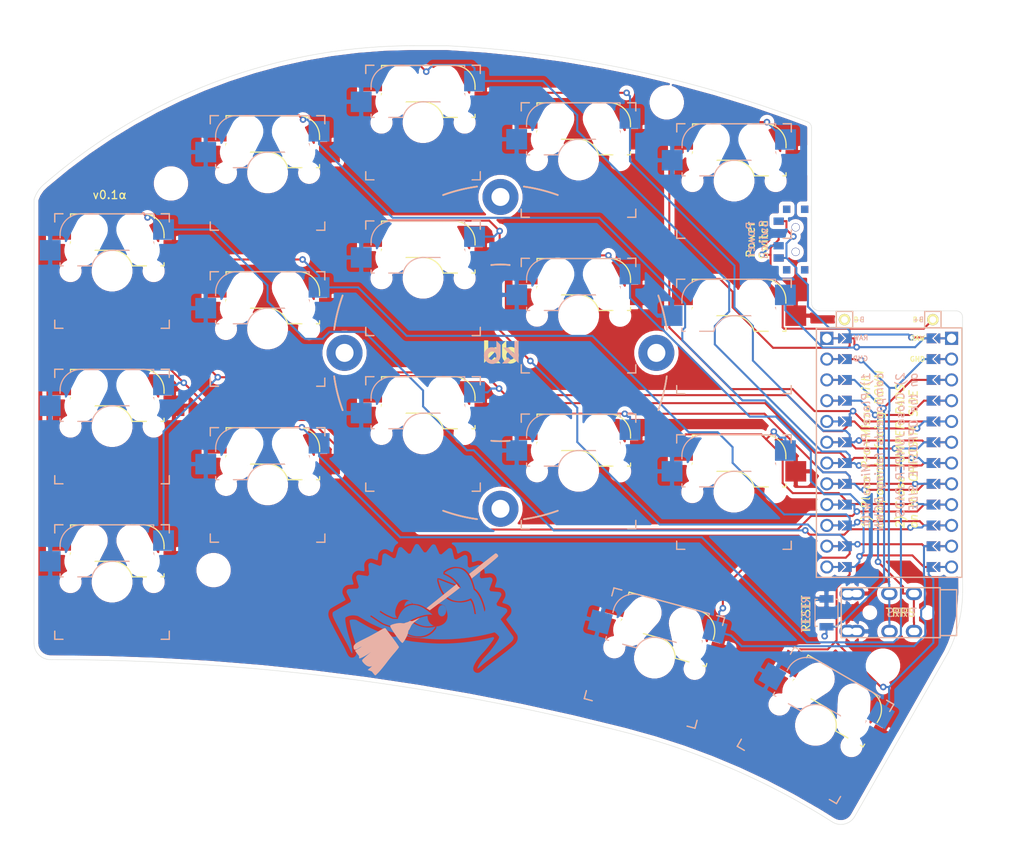
<source format=kicad_pcb>
(kicad_pcb (version 20171130) (host pcbnew "(5.1.4)-1")
  (layers (0 F.Cu signal) (31 B.Cu signal) (34 B.Paste user) (35 F.Paste user) (36 B.SilkS user) (37 F.SilkS user) (38 B.Mask user) (39 F.Mask user) (44 Edge.Cuts user))
  (net 0 "")
  (net 1 gnd)
  (net 2 vcc)
  (net 3 Switch18)
  (net 4 reset)
  (net 5 Switch1)
  (net 6 Switch2)
  (net 7 Switch3)
  (net 8 Switch4)
  (net 9 Switch5)
  (net 10 Switch6)
  (net 11 Switch7)
  (net 12 Switch8)
  (net 13 Switch9)
  (net 14 Switch10)
  (net 15 Switch11)
  (net 16 Switch12)
  (net 17 Switch13)
  (net 18 Switch14)
  (net 19 Switch15)
  (net 20 Switch16)
  (net 21 Switch17)
  (net 22 raw)
  (net 23 BT+_r)
  (net 24 "Net-(SW_POWERR1-Pad1)")
  (module Promicro-Jumpers:ProMicro_unrouted_facedown (layer F.Cu) (at 139.954 99.187 270)
    (fp_text reference U1 hide)
    (fp_text value ProMicro-kbd hide)
    (fp_text user "" (at -1.2065 -16.256) (layer B.SilkS) (effects (justify mirror)))
    (pad "" smd custom (at 13.97 -5.842 270) (size 0.1 0.1) (layers B.Cu B.Mask) (clearance 0.1) (options (clearance outline) (anchor rect)) (primitives (gr_poly (pts (xy 0.6 -0.4) (xy -0.6 -0.4) (xy -0.6 -0.2) (xy 0 0.4) (xy 0.6 -0.2)) (width 0))))
    (pad "" smd custom (at 13.97 -6.35 270) (size 0.25 1) (layers B.Cu) (options (clearance outline) (anchor rect)) (primitives))
    (pad 12 smd custom (at 13.97 -4.826 270) (size 1.2 0.5) (layers B.Cu B.Mask) (net 21 Switch17) (clearance 0.1) (options (clearance outline) (anchor rect)) (primitives (gr_poly (pts (xy 0.6 0) (xy -0.6 0) (xy -0.6 -1) (xy 0 -0.4) (xy 0.6 -1)) (width 0))))
    (pad "" smd custom (at 11.43 -5.842 270) (size 0.1 0.1) (layers B.Cu B.Mask) (clearance 0.1) (options (clearance outline) (anchor rect)) (primitives (gr_poly (pts (xy 0.6 -0.4) (xy -0.6 -0.4) (xy -0.6 -0.2) (xy 0 0.4) (xy 0.6 -0.2)) (width 0))))
    (pad "" smd custom (at 11.43 -6.35 270) (size 0.25 1) (layers B.Cu) (options (clearance outline) (anchor rect)) (primitives))
    (pad 11 smd custom (at 11.43 -4.826 270) (size 1.2 0.5) (layers B.Cu B.Mask) (net 20 Switch16) (clearance 0.1) (options (clearance outline) (anchor rect)) (primitives (gr_poly (pts (xy 0.6 0) (xy -0.6 0) (xy -0.6 -1) (xy 0 -0.4) (xy 0.6 -1)) (width 0))))
    (pad "" smd custom (at 8.89 -5.842 270) (size 0.1 0.1) (layers B.Cu B.Mask) (clearance 0.1) (options (clearance outline) (anchor rect)) (primitives (gr_poly (pts (xy 0.6 -0.4) (xy -0.6 -0.4) (xy -0.6 -0.2) (xy 0 0.4) (xy 0.6 -0.2)) (width 0))))
    (pad "" smd custom (at 8.89 -6.35 270) (size 0.25 1) (layers B.Cu) (options (clearance outline) (anchor rect)) (primitives))
    (pad 10 smd custom (at 8.89 -4.826 270) (size 1.2 0.5) (layers B.Cu B.Mask) (net 5 Switch1) (clearance 0.1) (options (clearance outline) (anchor rect)) (primitives (gr_poly (pts (xy 0.6 0) (xy -0.6 0) (xy -0.6 -1) (xy 0 -0.4) (xy 0.6 -1)) (width 0))))
    (pad "" smd custom (at 6.35 -5.842 270) (size 0.1 0.1) (layers B.Cu B.Mask) (clearance 0.1) (options (clearance outline) (anchor rect)) (primitives (gr_poly (pts (xy 0.6 -0.4) (xy -0.6 -0.4) (xy -0.6 -0.2) (xy 0 0.4) (xy 0.6 -0.2)) (width 0))))
    (pad "" smd custom (at 6.35 -6.35 270) (size 0.25 1) (layers B.Cu) (options (clearance outline) (anchor rect)) (primitives))
    (pad 9 smd custom (at 6.35 -4.826 270) (size 1.2 0.5) (layers B.Cu B.Mask) (net 19 Switch15) (clearance 0.1) (options (clearance outline) (anchor rect)) (primitives (gr_poly (pts (xy 0.6 0) (xy -0.6 0) (xy -0.6 -1) (xy 0 -0.4) (xy 0.6 -1)) (width 0))))
    (pad "" smd custom (at 3.81 -5.842 270) (size 0.1 0.1) (layers B.Cu B.Mask) (clearance 0.1) (options (clearance outline) (anchor rect)) (primitives (gr_poly (pts (xy 0.6 -0.4) (xy -0.6 -0.4) (xy -0.6 -0.2) (xy 0 0.4) (xy 0.6 -0.2)) (width 0))))
    (pad "" smd custom (at 3.81 -6.35 270) (size 0.25 1) (layers B.Cu) (options (clearance outline) (anchor rect)) (primitives))
    (pad 8 smd custom (at 3.81 -4.826 270) (size 1.2 0.5) (layers B.Cu B.Mask) (net 18 Switch14) (clearance 0.1) (options (clearance outline) (anchor rect)) (primitives (gr_poly (pts (xy 0.6 0) (xy -0.6 0) (xy -0.6 -1) (xy 0 -0.4) (xy 0.6 -1)) (width 0))))
    (pad "" smd custom (at 1.27 -5.842 270) (size 0.1 0.1) (layers B.Cu B.Mask) (clearance 0.1) (options (clearance outline) (anchor rect)) (primitives (gr_poly (pts (xy 0.6 -0.4) (xy -0.6 -0.4) (xy -0.6 -0.2) (xy 0 0.4) (xy 0.6 -0.2)) (width 0))))
    (pad "" smd custom (at 1.27 -6.35 270) (size 0.25 1) (layers B.Cu) (options (clearance outline) (anchor rect)) (primitives))
    (pad 7 smd custom (at 1.27 -4.826 270) (size 1.2 0.5) (layers B.Cu B.Mask) (net 17 Switch13) (clearance 0.1) (options (clearance outline) (anchor rect)) (primitives (gr_poly (pts (xy 0.6 0) (xy -0.6 0) (xy -0.6 -1) (xy 0 -0.4) (xy 0.6 -1)) (width 0))))
    (pad "" smd custom (at -1.27 -5.842 270) (size 0.1 0.1) (layers B.Cu B.Mask) (clearance 0.1) (options (clearance outline) (anchor rect)) (primitives (gr_poly (pts (xy 0.6 -0.4) (xy -0.6 -0.4) (xy -0.6 -0.2) (xy 0 0.4) (xy 0.6 -0.2)) (width 0))))
    (pad "" smd custom (at -1.27 -6.35 270) (size 0.25 1) (layers B.Cu) (options (clearance outline) (anchor rect)) (primitives))
    (pad 6 smd custom (at -1.27 -4.826 270) (size 1.2 0.5) (layers B.Cu B.Mask) (net 16 Switch12) (clearance 0.1) (options (clearance outline) (anchor rect)) (primitives (gr_poly (pts (xy 0.6 0) (xy -0.6 0) (xy -0.6 -1) (xy 0 -0.4) (xy 0.6 -1)) (width 0))))
    (pad "" smd custom (at -3.81 -5.842 270) (size 0.1 0.1) (layers B.Cu B.Mask) (clearance 0.1) (options (clearance outline) (anchor rect)) (primitives (gr_poly (pts (xy 0.6 -0.4) (xy -0.6 -0.4) (xy -0.6 -0.2) (xy 0 0.4) (xy 0.6 -0.2)) (width 0))))
    (pad "" smd custom (at -3.81 -6.35 270) (size 0.25 1) (layers B.Cu) (options (clearance outline) (anchor rect)) (primitives))
    (pad 5 smd custom (at -3.81 -4.826 270) (size 1.2 0.5) (layers B.Cu B.Mask) (net 15 Switch11) (clearance 0.1) (options (clearance outline) (anchor rect)) (primitives (gr_poly (pts (xy 0.6 0) (xy -0.6 0) (xy -0.6 -1) (xy 0 -0.4) (xy 0.6 -1)) (width 0))))
    (pad "" smd custom (at -6.35 -5.842 270) (size 0.1 0.1) (layers B.Cu B.Mask) (clearance 0.1) (options (clearance outline) (anchor rect)) (primitives (gr_poly (pts (xy 0.6 -0.4) (xy -0.6 -0.4) (xy -0.6 -0.2) (xy 0 0.4) (xy 0.6 -0.2)) (width 0))))
    (pad "" smd custom (at -6.35 -6.35 270) (size 0.25 1) (layers B.Cu) (options (clearance outline) (anchor rect)) (primitives))
    (pad 4 smd custom (at -6.35 -4.826 270) (size 1.2 0.5) (layers B.Cu B.Mask) (net 1 gnd) (clearance 0.1) (options (clearance outline) (anchor rect)) (primitives (gr_poly (pts (xy 0.6 0) (xy -0.6 0) (xy -0.6 -1) (xy 0 -0.4) (xy 0.6 -1)) (width 0))))
    (pad "" smd custom (at -8.89 -5.842 270) (size 0.1 0.1) (layers B.Cu B.Mask) (clearance 0.1) (options (clearance outline) (anchor rect)) (primitives (gr_poly (pts (xy 0.6 -0.4) (xy -0.6 -0.4) (xy -0.6 -0.2) (xy 0 0.4) (xy 0.6 -0.2)) (width 0))))
    (pad "" smd custom (at -8.89 -6.35 270) (size 0.25 1) (layers B.Cu) (options (clearance outline) (anchor rect)) (primitives))
    (pad 3 smd custom (at -8.89 -4.826 270) (size 1.2 0.5) (layers B.Cu B.Mask) (net 1 gnd) (clearance 0.1) (options (clearance outline) (anchor rect)) (primitives (gr_poly (pts (xy 0.6 0) (xy -0.6 0) (xy -0.6 -1) (xy 0 -0.4) (xy 0.6 -1)) (width 0))))
    (pad "" smd custom (at -11.43 -5.842 270) (size 0.1 0.1) (layers B.Cu B.Mask) (clearance 0.1) (options (clearance outline) (anchor rect)) (primitives (gr_poly (pts (xy 0.6 -0.4) (xy -0.6 -0.4) (xy -0.6 -0.2) (xy 0 0.4) (xy 0.6 -0.2)) (width 0))))
    (pad "" smd custom (at -11.43 -6.35 270) (size 0.25 1) (layers B.Cu) (options (clearance outline) (anchor rect)) (primitives))
    (pad 2 smd custom (at -11.43 -4.826 270) (size 1.2 0.5) (layers B.Cu B.Mask) (net 3 Switch18) (clearance 0.1) (options (clearance outline) (anchor rect)) (primitives (gr_poly (pts (xy 0.6 0) (xy -0.6 0) (xy -0.6 -1) (xy 0 -0.4) (xy 0.6 -1)) (width 0))))
    (pad 1 smd custom (at -13.97 -4.826 270) (size 1.2 0.5) (layers B.Cu B.Mask) (net 14 Switch10) (clearance 0.1) (options (clearance outline) (anchor rect)) (primitives (gr_poly (pts (xy 0.6 0) (xy -0.6 0) (xy -0.6 -1) (xy 0 -0.4) (xy 0.6 -1)) (width 0))))
    (pad "" smd custom (at -13.97 -5.842 270) (size 0.1 0.1) (layers B.Cu B.Mask) (clearance 0.1) (options (clearance outline) (anchor rect)) (primitives (gr_poly (pts (xy 0.6 -0.4) (xy -0.6 -0.4) (xy -0.6 -0.2) (xy 0 0.4) (xy 0.6 -0.2)) (width 0))))
    (pad "" smd custom (at -13.97 -6.35 270) (size 0.25 1) (layers B.Cu) (options (clearance outline) (anchor rect)) (primitives))
    (pad 13 smd custom (at 13.97 4.826 90) (size 1.2 0.5) (layers B.Cu B.Mask) (net 13 Switch9) (clearance 0.1) (options (clearance outline) (anchor rect)) (primitives (gr_poly (pts (xy 0.6 0) (xy -0.6 0) (xy -0.6 -1) (xy 0 -0.4) (xy 0.6 -1)) (width 0))))
    (pad "" smd custom (at 13.97 5.842 90) (size 0.1 0.1) (layers B.Cu B.Mask) (clearance 0.1) (options (clearance outline) (anchor rect)) (primitives (gr_poly (pts (xy 0.6 -0.4) (xy -0.6 -0.4) (xy -0.6 -0.2) (xy 0 0.4) (xy 0.6 -0.2)) (width 0))))
    (pad "" smd custom (at 13.97 6.35 90) (size 0.25 1) (layers B.Cu) (options (clearance outline) (anchor rect)) (primitives))
    (pad 14 smd custom (at 11.43 4.826 90) (size 1.2 0.5) (layers B.Cu B.Mask) (net 12 Switch8) (clearance 0.1) (options (clearance outline) (anchor rect)) (primitives (gr_poly (pts (xy 0.6 0) (xy -0.6 0) (xy -0.6 -1) (xy 0 -0.4) (xy 0.6 -1)) (width 0))))
    (pad "" smd custom (at 11.43 5.842 90) (size 0.1 0.1) (layers B.Cu B.Mask) (clearance 0.1) (options (clearance outline) (anchor rect)) (primitives (gr_poly (pts (xy 0.6 -0.4) (xy -0.6 -0.4) (xy -0.6 -0.2) (xy 0 0.4) (xy 0.6 -0.2)) (width 0))))
    (pad "" smd custom (at 11.43 6.35 90) (size 0.25 1) (layers B.Cu) (options (clearance outline) (anchor rect)) (primitives))
    (pad 15 smd custom (at 8.89 4.826 90) (size 1.2 0.5) (layers B.Cu B.Mask) (net 11 Switch7) (clearance 0.1) (options (clearance outline) (anchor rect)) (primitives (gr_poly (pts (xy 0.6 0) (xy -0.6 0) (xy -0.6 -1) (xy 0 -0.4) (xy 0.6 -1)) (width 0))))
    (pad "" smd custom (at 8.89 5.842 90) (size 0.1 0.1) (layers B.Cu B.Mask) (clearance 0.1) (options (clearance outline) (anchor rect)) (primitives (gr_poly (pts (xy 0.6 -0.4) (xy -0.6 -0.4) (xy -0.6 -0.2) (xy 0 0.4) (xy 0.6 -0.2)) (width 0))))
    (pad "" smd custom (at 8.89 6.35 90) (size 0.25 1) (layers B.Cu) (options (clearance outline) (anchor rect)) (primitives))
    (pad 16 smd custom (at 6.35 4.826 90) (size 1.2 0.5) (layers B.Cu B.Mask) (net 10 Switch6) (clearance 0.1) (options (clearance outline) (anchor rect)) (primitives (gr_poly (pts (xy 0.6 0) (xy -0.6 0) (xy -0.6 -1) (xy 0 -0.4) (xy 0.6 -1)) (width 0))))
    (pad "" smd custom (at 6.35 5.842 90) (size 0.1 0.1) (layers B.Cu B.Mask) (clearance 0.1) (options (clearance outline) (anchor rect)) (primitives (gr_poly (pts (xy 0.6 -0.4) (xy -0.6 -0.4) (xy -0.6 -0.2) (xy 0 0.4) (xy 0.6 -0.2)) (width 0))))
    (pad "" smd custom (at 6.35 6.35 90) (size 0.25 1) (layers B.Cu) (options (clearance outline) (anchor rect)) (primitives))
    (pad 17 smd custom (at 3.81 4.826 90) (size 1.2 0.5) (layers B.Cu B.Mask) (net 6 Switch2) (clearance 0.1) (options (clearance outline) (anchor rect)) (primitives (gr_poly (pts (xy 0.6 0) (xy -0.6 0) (xy -0.6 -1) (xy 0 -0.4) (xy 0.6 -1)) (width 0))))
    (pad "" smd custom (at 3.81 5.842 90) (size 0.1 0.1) (layers B.Cu B.Mask) (clearance 0.1) (options (clearance outline) (anchor rect)) (primitives (gr_poly (pts (xy 0.6 -0.4) (xy -0.6 -0.4) (xy -0.6 -0.2) (xy 0 0.4) (xy 0.6 -0.2)) (width 0))))
    (pad "" smd custom (at 3.81 6.35 90) (size 0.25 1) (layers B.Cu) (options (clearance outline) (anchor rect)) (primitives))
    (pad 18 smd custom (at 1.27 4.826 90) (size 1.2 0.5) (layers B.Cu B.Mask) (net 7 Switch3) (clearance 0.1) (options (clearance outline) (anchor rect)) (primitives (gr_poly (pts (xy 0.6 0) (xy -0.6 0) (xy -0.6 -1) (xy 0 -0.4) (xy 0.6 -1)) (width 0))))
    (pad "" smd custom (at 1.27 5.842 90) (size 0.1 0.1) (layers B.Cu B.Mask) (clearance 0.1) (options (clearance outline) (anchor rect)) (primitives (gr_poly (pts (xy 0.6 -0.4) (xy -0.6 -0.4) (xy -0.6 -0.2) (xy 0 0.4) (xy 0.6 -0.2)) (width 0))))
    (pad "" smd custom (at 1.27 6.35 90) (size 0.25 1) (layers B.Cu) (options (clearance outline) (anchor rect)) (primitives))
    (pad 19 smd custom (at -1.27 4.826 90) (size 1.2 0.5) (layers B.Cu B.Mask) (net 8 Switch4) (clearance 0.1) (options (clearance outline) (anchor rect)) (primitives (gr_poly (pts (xy 0.6 0) (xy -0.6 0) (xy -0.6 -1) (xy 0 -0.4) (xy 0.6 -1)) (width 0))))
    (pad "" smd custom (at -1.27 5.842 90) (size 0.1 0.1) (layers B.Cu B.Mask) (clearance 0.1) (options (clearance outline) (anchor rect)) (primitives (gr_poly (pts (xy 0.6 -0.4) (xy -0.6 -0.4) (xy -0.6 -0.2) (xy 0 0.4) (xy 0.6 -0.2)) (width 0))))
    (pad "" smd custom (at -1.27 6.35 90) (size 0.25 1) (layers B.Cu) (options (clearance outline) (anchor rect)) (primitives))
    (pad 20 smd custom (at -3.81 4.826 90) (size 1.2 0.5) (layers B.Cu B.Mask) (net 9 Switch5) (clearance 0.1) (options (clearance outline) (anchor rect)) (primitives (gr_poly (pts (xy 0.6 0) (xy -0.6 0) (xy -0.6 -1) (xy 0 -0.4) (xy 0.6 -1)) (width 0))))
    (pad "" smd custom (at -3.81 5.842 90) (size 0.1 0.1) (layers B.Cu B.Mask) (clearance 0.1) (options (clearance outline) (anchor rect)) (primitives (gr_poly (pts (xy 0.6 -0.4) (xy -0.6 -0.4) (xy -0.6 -0.2) (xy 0 0.4) (xy 0.6 -0.2)) (width 0))))
    (pad "" smd custom (at -3.81 6.35 90) (size 0.25 1) (layers B.Cu) (options (clearance outline) (anchor rect)) (primitives))
    (pad 21 smd custom (at -6.35 4.826 90) (size 1.2 0.5) (layers B.Cu B.Mask) (net 2 vcc) (clearance 0.1) (options (clearance outline) (anchor rect)) (primitives (gr_poly (pts (xy 0.6 0) (xy -0.6 0) (xy -0.6 -1) (xy 0 -0.4) (xy 0.6 -1)) (width 0))))
    (pad "" smd custom (at -6.35 5.842 90) (size 0.1 0.1) (layers B.Cu B.Mask) (clearance 0.1) (options (clearance outline) (anchor rect)) (primitives (gr_poly (pts (xy 0.6 -0.4) (xy -0.6 -0.4) (xy -0.6 -0.2) (xy 0 0.4) (xy 0.6 -0.2)) (width 0))))
    (pad "" smd custom (at -6.35 6.35 90) (size 0.25 1) (layers B.Cu) (options (clearance outline) (anchor rect)) (primitives))
    (pad 22 smd custom (at -8.89 4.826 90) (size 1.2 0.5) (layers B.Cu B.Mask) (net 4 reset) (clearance 0.1) (options (clearance outline) (anchor rect)) (primitives (gr_poly (pts (xy 0.6 0) (xy -0.6 0) (xy -0.6 -1) (xy 0 -0.4) (xy 0.6 -1)) (width 0))))
    (pad "" smd custom (at -8.89 5.842 90) (size 0.1 0.1) (layers B.Cu B.Mask) (clearance 0.1) (options (clearance outline) (anchor rect)) (primitives (gr_poly (pts (xy 0.6 -0.4) (xy -0.6 -0.4) (xy -0.6 -0.2) (xy 0 0.4) (xy 0.6 -0.2)) (width 0))))
    (pad "" smd custom (at -8.89 6.35 90) (size 0.25 1) (layers B.Cu) (options (clearance outline) (anchor rect)) (primitives))
    (pad 23 smd custom (at -11.43 4.826 90) (size 1.2 0.5) (layers B.Cu B.Mask) (net 1 gnd) (clearance 0.1) (options (clearance outline) (anchor rect)) (primitives (gr_poly (pts (xy 0.6 0) (xy -0.6 0) (xy -0.6 -1) (xy 0 -0.4) (xy 0.6 -1)) (width 0))))
    (pad "" smd custom (at -11.43 5.842 90) (size 0.1 0.1) (layers B.Cu B.Mask) (clearance 0.1) (options (clearance outline) (anchor rect)) (primitives (gr_poly (pts (xy 0.6 -0.4) (xy -0.6 -0.4) (xy -0.6 -0.2) (xy 0 0.4) (xy 0.6 -0.2)) (width 0))))
    (pad "" smd custom (at -11.43 6.35 90) (size 0.25 1) (layers B.Cu) (options (clearance outline) (anchor rect)) (primitives))
    (pad "" smd custom (at -13.97 5.842 90) (size 0.1 0.1) (layers B.Cu B.Mask) (clearance 0.1) (options (clearance outline) (anchor rect)) (primitives (gr_poly (pts (xy 0.6 -0.4) (xy -0.6 -0.4) (xy -0.6 -0.2) (xy 0 0.4) (xy 0.6 -0.2)) (width 0))))
    (pad 24 smd custom (at -13.97 4.826 90) (size 1.2 0.5) (layers B.Cu B.Mask) (net 22 raw) (clearance 0.1) (options (clearance outline) (anchor rect)) (primitives (gr_poly (pts (xy 0.6 0) (xy -0.6 0) (xy -0.6 -1) (xy 0 -0.4) (xy 0.6 -1)) (width 0))))
    (pad "" smd custom (at -13.97 6.35 90) (size 0.25 1) (layers B.Cu) (options (clearance outline) (anchor rect)) (primitives))
    (pad 20 smd custom (at -3.81 -4.826 270) (size 1.2 0.5) (layers F.Cu F.Mask) (net 9 Switch5) (clearance 0.1) (options (clearance outline) (anchor rect)) (primitives (gr_poly (pts (xy 0.6 0) (xy -0.6 0) (xy -0.6 -1) (xy 0 -0.4) (xy 0.6 -1)) (width 0))))
    (pad "" smd custom (at 11.43 -6.35 270) (size 0.25 1) (layers F.Cu) (options (clearance outline) (anchor rect)) (primitives))
    (pad 14 smd custom (at 11.43 -4.826 270) (size 1.2 0.5) (layers F.Cu F.Mask) (net 12 Switch8) (clearance 0.1) (options (clearance outline) (anchor rect)) (primitives (gr_poly (pts (xy 0.6 0) (xy -0.6 0) (xy -0.6 -1) (xy 0 -0.4) (xy 0.6 -1)) (width 0))))
    (pad "" smd custom (at 11.43 -5.842 270) (size 0.1 0.1) (layers F.Cu F.Mask) (clearance 0.1) (options (clearance outline) (anchor rect)) (primitives (gr_poly (pts (xy 0.6 -0.4) (xy -0.6 -0.4) (xy -0.6 -0.2) (xy 0 0.4) (xy 0.6 -0.2)) (width 0))))
    (pad "" smd custom (at 8.89 -5.842 270) (size 0.1 0.1) (layers F.Cu F.Mask) (clearance 0.1) (options (clearance outline) (anchor rect)) (primitives (gr_poly (pts (xy 0.6 -0.4) (xy -0.6 -0.4) (xy -0.6 -0.2) (xy 0 0.4) (xy 0.6 -0.2)) (width 0))))
    (pad 15 smd custom (at 8.89 -4.826 270) (size 1.2 0.5) (layers F.Cu F.Mask) (net 11 Switch7) (clearance 0.1) (options (clearance outline) (anchor rect)) (primitives (gr_poly (pts (xy 0.6 0) (xy -0.6 0) (xy -0.6 -1) (xy 0 -0.4) (xy 0.6 -1)) (width 0))))
    (pad "" smd custom (at 6.35 -5.842 270) (size 0.1 0.1) (layers F.Cu F.Mask) (clearance 0.1) (options (clearance outline) (anchor rect)) (primitives (gr_poly (pts (xy 0.6 -0.4) (xy -0.6 -0.4) (xy -0.6 -0.2) (xy 0 0.4) (xy 0.6 -0.2)) (width 0))))
    (pad "" smd custom (at -1.27 -5.842 270) (size 0.1 0.1) (layers F.Cu F.Mask) (clearance 0.1) (options (clearance outline) (anchor rect)) (primitives (gr_poly (pts (xy 0.6 -0.4) (xy -0.6 -0.4) (xy -0.6 -0.2) (xy 0 0.4) (xy 0.6 -0.2)) (width 0))))
    (pad "" smd custom (at -3.81 -5.842 270) (size 0.1 0.1) (layers F.Cu F.Mask) (clearance 0.1) (options (clearance outline) (anchor rect)) (primitives (gr_poly (pts (xy 0.6 -0.4) (xy -0.6 -0.4) (xy -0.6 -0.2) (xy 0 0.4) (xy 0.6 -0.2)) (width 0))))
    (pad "" smd custom (at -6.35 -6.35 270) (size 0.25 1) (layers F.Cu) (options (clearance outline) (anchor rect)) (primitives))
    (pad 16 smd custom (at 6.35 -4.826 270) (size 1.2 0.5) (layers F.Cu F.Mask) (net 10 Switch6) (clearance 0.1) (options (clearance outline) (anchor rect)) (primitives (gr_poly (pts (xy 0.6 0) (xy -0.6 0) (xy -0.6 -1) (xy 0 -0.4) (xy 0.6 -1)) (width 0))))
    (pad "" smd custom (at -1.27 -6.35 270) (size 0.25 1) (layers F.Cu) (options (clearance outline) (anchor rect)) (primitives))
    (pad "" smd custom (at 3.81 -6.35 270) (size 0.25 1) (layers F.Cu) (options (clearance outline) (anchor rect)) (primitives))
    (pad "" smd custom (at -3.81 -6.35 270) (size 0.25 1) (layers F.Cu) (options (clearance outline) (anchor rect)) (primitives))
    (pad "" smd custom (at 13.97 -5.842 270) (size 0.1 0.1) (layers F.Cu F.Mask) (clearance 0.1) (options (clearance outline) (anchor rect)) (primitives (gr_poly (pts (xy 0.6 -0.4) (xy -0.6 -0.4) (xy -0.6 -0.2) (xy 0 0.4) (xy 0.6 -0.2)) (width 0))))
    (pad "" smd custom (at 6.35 -6.35 270) (size 0.25 1) (layers F.Cu) (options (clearance outline) (anchor rect)) (primitives))
    (pad "" smd custom (at 3.81 -5.842 270) (size 0.1 0.1) (layers F.Cu F.Mask) (clearance 0.1) (options (clearance outline) (anchor rect)) (primitives (gr_poly (pts (xy 0.6 -0.4) (xy -0.6 -0.4) (xy -0.6 -0.2) (xy 0 0.4) (xy 0.6 -0.2)) (width 0))))
    (pad 13 smd custom (at 13.97 -4.826 270) (size 1.2 0.5) (layers F.Cu F.Mask) (net 13 Switch9) (clearance 0.1) (options (clearance outline) (anchor rect)) (primitives (gr_poly (pts (xy 0.6 0) (xy -0.6 0) (xy -0.6 -1) (xy 0 -0.4) (xy 0.6 -1)) (width 0))))
    (pad "" smd custom (at 1.27 -6.35 270) (size 0.25 1) (layers F.Cu) (options (clearance outline) (anchor rect)) (primitives))
    (pad 17 smd custom (at 3.81 -4.826 270) (size 1.2 0.5) (layers F.Cu F.Mask) (net 6 Switch2) (clearance 0.1) (options (clearance outline) (anchor rect)) (primitives (gr_poly (pts (xy 0.6 0) (xy -0.6 0) (xy -0.6 -1) (xy 0 -0.4) (xy 0.6 -1)) (width 0))))
    (pad "" smd custom (at 8.89 -6.35 270) (size 0.25 1) (layers F.Cu) (options (clearance outline) (anchor rect)) (primitives))
    (pad "" smd custom (at 1.27 -5.842 270) (size 0.1 0.1) (layers F.Cu F.Mask) (clearance 0.1) (options (clearance outline) (anchor rect)) (primitives (gr_poly (pts (xy 0.6 -0.4) (xy -0.6 -0.4) (xy -0.6 -0.2) (xy 0 0.4) (xy 0.6 -0.2)) (width 0))))
    (pad "" smd custom (at 13.97 -6.35 270) (size 0.25 1) (layers F.Cu) (options (clearance outline) (anchor rect)) (primitives))
    (pad 18 smd custom (at 1.27 -4.826 270) (size 1.2 0.5) (layers F.Cu F.Mask) (net 7 Switch3) (clearance 0.1) (options (clearance outline) (anchor rect)) (primitives (gr_poly (pts (xy 0.6 0) (xy -0.6 0) (xy -0.6 -1) (xy 0 -0.4) (xy 0.6 -1)) (width 0))))
    (pad 19 smd custom (at -1.27 -4.826 270) (size 1.2 0.5) (layers F.Cu F.Mask) (net 8 Switch4) (clearance 0.1) (options (clearance outline) (anchor rect)) (primitives (gr_poly (pts (xy 0.6 0) (xy -0.6 0) (xy -0.6 -1) (xy 0 -0.4) (xy 0.6 -1)) (width 0))))
    (pad "" smd custom (at -6.35 -5.842 270) (size 0.1 0.1) (layers F.Cu F.Mask) (clearance 0.1) (options (clearance outline) (anchor rect)) (primitives (gr_poly (pts (xy 0.6 -0.4) (xy -0.6 -0.4) (xy -0.6 -0.2) (xy 0 0.4) (xy 0.6 -0.2)) (width 0))))
    (pad "" smd custom (at -11.43 -5.842 270) (size 0.1 0.1) (layers F.Cu F.Mask) (clearance 0.1) (options (clearance outline) (anchor rect)) (primitives (gr_poly (pts (xy 0.6 -0.4) (xy -0.6 -0.4) (xy -0.6 -0.2) (xy 0 0.4) (xy 0.6 -0.2)) (width 0))))
    (pad 21 smd custom (at -6.35 -4.826 270) (size 1.2 0.5) (layers F.Cu F.Mask) (net 2 vcc) (clearance 0.1) (options (clearance outline) (anchor rect)) (primitives (gr_poly (pts (xy 0.6 0) (xy -0.6 0) (xy -0.6 -1) (xy 0 -0.4) (xy 0.6 -1)) (width 0))))
    (pad "" smd custom (at -13.97 -6.35 270) (size 0.25 1) (layers F.Cu) (options (clearance outline) (anchor rect)) (primitives))
    (pad 23 smd custom (at -11.43 -4.826 270) (size 1.2 0.5) (layers F.Cu F.Mask) (net 1 gnd) (clearance 0.1) (options (clearance outline) (anchor rect)) (primitives (gr_poly (pts (xy 0.6 0) (xy -0.6 0) (xy -0.6 -1) (xy 0 -0.4) (xy 0.6 -1)) (width 0))))
    (pad "" smd custom (at -11.43 -6.35 270) (size 0.25 1) (layers F.Cu) (options (clearance outline) (anchor rect)) (primitives))
    (pad "" smd custom (at -13.97 -5.842 270) (size 0.1 0.1) (layers F.Cu F.Mask) (clearance 0.1) (options (clearance outline) (anchor rect)) (primitives (gr_poly (pts (xy 0.6 -0.4) (xy -0.6 -0.4) (xy -0.6 -0.2) (xy 0 0.4) (xy 0.6 -0.2)) (width 0))))
    (pad "" smd custom (at -8.89 -5.842 270) (size 0.1 0.1) (layers F.Cu F.Mask) (clearance 0.1) (options (clearance outline) (anchor rect)) (primitives (gr_poly (pts (xy 0.6 -0.4) (xy -0.6 -0.4) (xy -0.6 -0.2) (xy 0 0.4) (xy 0.6 -0.2)) (width 0))))
    (pad "" smd custom (at -8.89 -6.35 270) (size 0.25 1) (layers F.Cu) (options (clearance outline) (anchor rect)) (primitives))
    (pad 22 smd custom (at -8.89 -4.826 270) (size 1.2 0.5) (layers F.Cu F.Mask) (net 4 reset) (clearance 0.1) (options (clearance outline) (anchor rect)) (primitives (gr_poly (pts (xy 0.6 0) (xy -0.6 0) (xy -0.6 -1) (xy 0 -0.4) (xy 0.6 -1)) (width 0))))
    (pad 24 smd custom (at -13.97 -4.826 270) (size 1.2 0.5) (layers F.Cu F.Mask) (net 22 raw) (clearance 0.1) (options (clearance outline) (anchor rect)) (primitives (gr_poly (pts (xy 0.6 0) (xy -0.6 0) (xy -0.6 -1) (xy 0 -0.4) (xy 0.6 -1)) (width 0))))
    (pad 12 smd custom (at 13.97 4.826 90) (size 1.2 0.5) (layers F.Cu F.Mask) (net 21 Switch17) (clearance 0.1) (options (clearance outline) (anchor rect)) (primitives (gr_poly (pts (xy 0.6 0) (xy -0.6 0) (xy -0.6 -1) (xy 0 -0.4) (xy 0.6 -1)) (width 0))))
    (pad "" smd custom (at 13.97 5.842 90) (size 0.1 0.1) (layers F.Cu F.Mask) (clearance 0.1) (options (clearance outline) (anchor rect)) (primitives (gr_poly (pts (xy 0.6 -0.4) (xy -0.6 -0.4) (xy -0.6 -0.2) (xy 0 0.4) (xy 0.6 -0.2)) (width 0))))
    (pad "" smd custom (at 13.97 6.35 90) (size 0.25 1) (layers F.Cu) (options (clearance outline) (anchor rect)) (primitives))
    (pad 11 smd custom (at 11.43 4.826 90) (size 1.2 0.5) (layers F.Cu F.Mask) (net 20 Switch16) (clearance 0.1) (options (clearance outline) (anchor rect)) (primitives (gr_poly (pts (xy 0.6 0) (xy -0.6 0) (xy -0.6 -1) (xy 0 -0.4) (xy 0.6 -1)) (width 0))))
    (pad "" smd custom (at 11.43 5.842 90) (size 0.1 0.1) (layers F.Cu F.Mask) (clearance 0.1) (options (clearance outline) (anchor rect)) (primitives (gr_poly (pts (xy 0.6 -0.4) (xy -0.6 -0.4) (xy -0.6 -0.2) (xy 0 0.4) (xy 0.6 -0.2)) (width 0))))
    (pad "" smd custom (at 11.43 6.35 90) (size 0.25 1) (layers F.Cu) (options (clearance outline) (anchor rect)) (primitives))
    (pad 10 smd custom (at 8.89 4.826 90) (size 1.2 0.5) (layers F.Cu F.Mask) (net 5 Switch1) (clearance 0.1) (options (clearance outline) (anchor rect)) (primitives (gr_poly (pts (xy 0.6 0) (xy -0.6 0) (xy -0.6 -1) (xy 0 -0.4) (xy 0.6 -1)) (width 0))))
    (pad "" smd custom (at 8.89 5.842 90) (size 0.1 0.1) (layers F.Cu F.Mask) (clearance 0.1) (options (clearance outline) (anchor rect)) (primitives (gr_poly (pts (xy 0.6 -0.4) (xy -0.6 -0.4) (xy -0.6 -0.2) (xy 0 0.4) (xy 0.6 -0.2)) (width 0))))
    (pad "" smd custom (at 8.89 6.35 90) (size 0.25 1) (layers F.Cu) (options (clearance outline) (anchor rect)) (primitives))
    (pad 9 smd custom (at 6.35 4.826 90) (size 1.2 0.5) (layers F.Cu F.Mask) (net 19 Switch15) (clearance 0.1) (options (clearance outline) (anchor rect)) (primitives (gr_poly (pts (xy 0.6 0) (xy -0.6 0) (xy -0.6 -1) (xy 0 -0.4) (xy 0.6 -1)) (width 0))))
    (pad "" smd custom (at 6.35 5.842 90) (size 0.1 0.1) (layers F.Cu F.Mask) (clearance 0.1) (options (clearance outline) (anchor rect)) (primitives (gr_poly (pts (xy 0.6 -0.4) (xy -0.6 -0.4) (xy -0.6 -0.2) (xy 0 0.4) (xy 0.6 -0.2)) (width 0))))
    (pad "" smd custom (at 6.35 6.35 90) (size 0.25 1) (layers F.Cu) (options (clearance outline) (anchor rect)) (primitives))
    (pad 8 smd custom (at 3.81 4.826 90) (size 1.2 0.5) (layers F.Cu F.Mask) (net 18 Switch14) (clearance 0.1) (options (clearance outline) (anchor rect)) (primitives (gr_poly (pts (xy 0.6 0) (xy -0.6 0) (xy -0.6 -1) (xy 0 -0.4) (xy 0.6 -1)) (width 0))))
    (pad "" smd custom (at 3.81 5.842 90) (size 0.1 0.1) (layers F.Cu F.Mask) (clearance 0.1) (options (clearance outline) (anchor rect)) (primitives (gr_poly (pts (xy 0.6 -0.4) (xy -0.6 -0.4) (xy -0.6 -0.2) (xy 0 0.4) (xy 0.6 -0.2)) (width 0))))
    (pad "" smd custom (at 3.81 6.35 90) (size 0.25 1) (layers F.Cu) (options (clearance outline) (anchor rect)) (primitives))
    (pad 7 smd custom (at 1.27 4.826 90) (size 1.2 0.5) (layers F.Cu F.Mask) (net 17 Switch13) (clearance 0.1) (options (clearance outline) (anchor rect)) (primitives (gr_poly (pts (xy 0.6 0) (xy -0.6 0) (xy -0.6 -1) (xy 0 -0.4) (xy 0.6 -1)) (width 0))))
    (pad "" smd custom (at 1.27 5.842 90) (size 0.1 0.1) (layers F.Cu F.Mask) (clearance 0.1) (options (clearance outline) (anchor rect)) (primitives (gr_poly (pts (xy 0.6 -0.4) (xy -0.6 -0.4) (xy -0.6 -0.2) (xy 0 0.4) (xy 0.6 -0.2)) (width 0))))
    (pad "" smd custom (at 1.27 6.35 90) (size 0.25 1) (layers F.Cu) (options (clearance outline) (anchor rect)) (primitives))
    (pad 6 smd custom (at -1.27 4.826 90) (size 1.2 0.5) (layers F.Cu F.Mask) (net 16 Switch12) (clearance 0.1) (options (clearance outline) (anchor rect)) (primitives (gr_poly (pts (xy 0.6 0) (xy -0.6 0) (xy -0.6 -1) (xy 0 -0.4) (xy 0.6 -1)) (width 0))))
    (pad "" smd custom (at -1.27 5.842 90) (size 0.1 0.1) (layers F.Cu F.Mask) (clearance 0.1) (options (clearance outline) (anchor rect)) (primitives (gr_poly (pts (xy 0.6 -0.4) (xy -0.6 -0.4) (xy -0.6 -0.2) (xy 0 0.4) (xy 0.6 -0.2)) (width 0))))
    (pad "" smd custom (at -1.27 6.35 90) (size 0.25 1) (layers F.Cu) (options (clearance outline) (anchor rect)) (primitives))
    (pad 5 smd custom (at -3.81 4.826 90) (size 1.2 0.5) (layers F.Cu F.Mask) (net 15 Switch11) (clearance 0.1) (options (clearance outline) (anchor rect)) (primitives (gr_poly (pts (xy 0.6 0) (xy -0.6 0) (xy -0.6 -1) (xy 0 -0.4) (xy 0.6 -1)) (width 0))))
    (pad "" smd custom (at -3.81 5.842 90) (size 0.1 0.1) (layers F.Cu F.Mask) (clearance 0.1) (options (clearance outline) (anchor rect)) (primitives (gr_poly (pts (xy 0.6 -0.4) (xy -0.6 -0.4) (xy -0.6 -0.2) (xy 0 0.4) (xy 0.6 -0.2)) (width 0))))
    (pad "" smd custom (at -3.81 6.35 90) (size 0.25 1) (layers F.Cu) (options (clearance outline) (anchor rect)) (primitives))
    (pad 4 smd custom (at -6.35 4.826 90) (size 1.2 0.5) (layers F.Cu F.Mask) (net 1 gnd) (clearance 0.1) (options (clearance outline) (anchor rect)) (primitives (gr_poly (pts (xy 0.6 0) (xy -0.6 0) (xy -0.6 -1) (xy 0 -0.4) (xy 0.6 -1)) (width 0))))
    (pad "" smd custom (at -6.35 5.842 90) (size 0.1 0.1) (layers F.Cu F.Mask) (clearance 0.1) (options (clearance outline) (anchor rect)) (primitives (gr_poly (pts (xy 0.6 -0.4) (xy -0.6 -0.4) (xy -0.6 -0.2) (xy 0 0.4) (xy 0.6 -0.2)) (width 0))))
    (pad "" smd custom (at -6.35 6.35 90) (size 0.25 1) (layers F.Cu) (options (clearance outline) (anchor rect)) (primitives))
    (pad 3 smd custom (at -8.89 4.826 90) (size 1.2 0.5) (layers F.Cu F.Mask) (net 1 gnd) (clearance 0.1) (options (clearance outline) (anchor rect)) (primitives (gr_poly (pts (xy 0.6 0) (xy -0.6 0) (xy -0.6 -1) (xy 0 -0.4) (xy 0.6 -1)) (width 0))))
    (pad "" smd custom (at -8.89 5.842 90) (size 0.1 0.1) (layers F.Cu F.Mask) (clearance 0.1) (options (clearance outline) (anchor rect)) (primitives (gr_poly (pts (xy 0.6 -0.4) (xy -0.6 -0.4) (xy -0.6 -0.2) (xy 0 0.4) (xy 0.6 -0.2)) (width 0))))
    (pad "" smd custom (at -8.89 6.35 90) (size 0.25 1) (layers F.Cu) (options (clearance outline) (anchor rect)) (primitives))
    (pad 2 smd custom (at -11.43 4.826 90) (size 1.2 0.5) (layers F.Cu F.Mask) (net 3 Switch18) (clearance 0.1) (options (clearance outline) (anchor rect)) (primitives (gr_poly (pts (xy 0.6 0) (xy -0.6 0) (xy -0.6 -1) (xy 0 -0.4) (xy 0.6 -1)) (width 0))))
    (pad "" smd custom (at -11.43 5.842 90) (size 0.1 0.1) (layers F.Cu F.Mask) (clearance 0.1) (options (clearance outline) (anchor rect)) (primitives (gr_poly (pts (xy 0.6 -0.4) (xy -0.6 -0.4) (xy -0.6 -0.2) (xy 0 0.4) (xy 0.6 -0.2)) (width 0))))
    (pad "" smd custom (at -11.43 6.35 90) (size 0.25 1) (layers F.Cu) (options (clearance outline) (anchor rect)) (primitives))
    (pad "" thru_hole rect (at -13.97 -7.62 270) (size 1.6 1.6) (drill 1.1) (layers B.Cu B.Mask))
    (pad "" thru_hole rect (at -13.97 7.62 270) (size 1.6 1.6) (drill 1.1) (layers F.Cu F.Mask))
    (pad "" smd custom (at -13.97 6.35 90) (size 0.25 1) (layers F.Cu) (options (clearance outline) (anchor rect)) (primitives))
    (pad 1 smd custom (at -13.97 4.826 90) (size 1.2 0.5) (layers F.Cu F.Mask) (net 14 Switch10) (clearance 0.1) (options (clearance outline) (anchor rect)) (primitives (gr_poly (pts (xy 0.6 0) (xy -0.6 0) (xy -0.6 -1) (xy 0 -0.4) (xy 0.6 -1)) (width 0))))
    (pad "" smd custom (at -13.97 5.842 90) (size 0.1 0.1) (layers F.Cu F.Mask) (clearance 0.1) (options (clearance outline) (anchor rect)) (primitives (gr_poly (pts (xy 0.6 -0.4) (xy -0.6 -0.4) (xy -0.6 -0.2) (xy 0 0.4) (xy 0.6 -0.2)) (width 0))))
    (pad "" thru_hole circle (at -13.97 -7.62 270) (size 1.6 1.6) (drill 1.1) (layers *.Cu *.Mask))
    (pad "" thru_hole circle (at -11.43 -7.62 270) (size 1.6 1.6) (drill 1.1) (layers *.Cu *.Mask))
    (pad "" thru_hole circle (at -8.89 -7.62 270) (size 1.6 1.6) (drill 1.1) (layers *.Cu *.Mask))
    (pad "" thru_hole circle (at -6.35 -7.62 270) (size 1.6 1.6) (drill 1.1) (layers *.Cu *.Mask))
    (pad "" thru_hole circle (at -3.81 -7.62 270) (size 1.6 1.6) (drill 1.1) (layers *.Cu *.Mask))
    (pad "" thru_hole circle (at -1.27 -7.62 270) (size 1.6 1.6) (drill 1.1) (layers *.Cu *.Mask))
    (pad "" thru_hole circle (at 1.27 -7.62 270) (size 1.6 1.6) (drill 1.1) (layers *.Cu *.Mask))
    (pad "" thru_hole circle (at 3.81 -7.62 270) (size 1.6 1.6) (drill 1.1) (layers *.Cu *.Mask))
    (pad "" thru_hole circle (at 6.35 -7.62 270) (size 1.6 1.6) (drill 1.1) (layers *.Cu *.Mask))
    (pad "" thru_hole circle (at 8.89 -7.62 270) (size 1.6 1.6) (drill 1.1) (layers *.Cu *.Mask))
    (pad "" thru_hole circle (at 11.43 -7.62 270) (size 1.6 1.6) (drill 1.1) (layers *.Cu *.Mask))
    (pad "" thru_hole circle (at 13.97 -7.62 270) (size 1.6 1.6) (drill 1.1) (layers *.Cu *.Mask))
    (pad "" thru_hole circle (at 13.97 7.62 270) (size 1.6 1.6) (drill 1.1) (layers *.Cu *.Mask))
    (pad "" thru_hole circle (at 11.43 7.62 270) (size 1.6 1.6) (drill 1.1) (layers *.Cu *.Mask))
    (pad "" thru_hole circle (at 8.89 7.62 270) (size 1.6 1.6) (drill 1.1) (layers *.Cu *.Mask))
    (pad "" thru_hole circle (at 6.35 7.62 270) (size 1.6 1.6) (drill 1.1) (layers *.Cu *.Mask))
    (pad "" thru_hole circle (at 3.81 7.62 270) (size 1.6 1.6) (drill 1.1) (layers *.Cu *.Mask))
    (pad "" thru_hole circle (at 1.27 7.62 270) (size 1.6 1.6) (drill 1.1) (layers *.Cu *.Mask))
    (pad "" thru_hole circle (at -1.27 7.62 270) (size 1.6 1.6) (drill 1.1) (layers *.Cu *.Mask))
    (pad "" thru_hole circle (at -3.81 7.62 270) (size 1.6 1.6) (drill 1.1) (layers *.Cu *.Mask))
    (pad "" thru_hole circle (at -6.35 7.62 270) (size 1.6 1.6) (drill 1.1) (layers *.Cu *.Mask))
    (pad "" thru_hole circle (at -8.89 7.62 270) (size 1.6 1.6) (drill 1.1) (layers *.Cu *.Mask))
    (pad "" thru_hole circle (at -11.43 7.62 270) (size 1.6 1.6) (drill 1.1) (layers *.Cu *.Mask))
    (pad "" thru_hole circle (at -13.97 7.62 270) (size 1.6 1.6) (drill 1.1) (layers *.Cu *.Mask))
  )
  (module Duckyb-Parts:Kailh_socket_MX_reversible_sameside_slot (layer F.Cu) (at 120.98 104.008)
    (fp_text reference SW18 hide)
    (fp_text value SW_Push hide)
    (pad "" np_thru_hole oval (at 3.175 -3.81 27) (size 3 5.85) (drill oval 3 5.85) (layers *.Cu *.Mask))
    (pad "" np_thru_hole oval (at -3.175 -3.81 333) (size 3 5.85) (drill oval 3 5.85) (layers *.Cu *.Mask))
    (pad 1 smd rect (at 6.29 -5.08) (size 2.55 2.5) (layers B.Cu B.Paste B.Mask) (net 19 Switch15))
    (pad "" np_thru_hole circle (at 0 0) (size 3.9878 3.9878) (drill 3.9878) (layers *.Cu *.Mask))
    (pad "" np_thru_hole circle (at 5.08 0) (size 1.7018 1.7018) (drill 1.7018) (layers *.Cu *.Mask))
    (pad "" np_thru_hole circle (at -5.08 0) (size 1.7018 1.7018) (drill 1.7018) (layers *.Cu *.Mask))
    (pad 2 smd rect (at -7.56 -2.54) (size 2.55 2.5) (layers B.Cu B.Paste B.Mask) (net 1 gnd))
    (pad 2 smd rect (at 7.56 -2.54) (size 2.55 2.5) (layers F.Cu F.Paste F.Mask) (net 1 gnd))
    (pad 1 smd rect (at -6.29 -5.08) (size 2.55 2.5) (layers F.Cu F.Paste F.Mask) (net 19 Switch15))
  )
  (module Duckyb-Parts:Kailh_socket_MX_reversible_sameside_slot (layer F.Cu) (at 111.272 124.288 345)
    (fp_text reference SW21 hide)
    (fp_text value SW_Push hide)
    (pad "" np_thru_hole oval (at 3.175 -3.81 12) (size 3 5.85) (drill oval 3 5.85) (layers *.Cu *.Mask))
    (pad "" np_thru_hole oval (at -3.175 -3.81 318) (size 3 5.85) (drill oval 3 5.85) (layers *.Cu *.Mask))
    (pad 1 smd rect (at 6.29 -5.08 345) (size 2.55 2.5) (layers B.Cu B.Paste B.Mask) (net 20 Switch16))
    (pad "" np_thru_hole circle (at 0 0 345) (size 3.9878 3.9878) (drill 3.9878) (layers *.Cu *.Mask))
    (pad "" np_thru_hole circle (at 5.08 0 345) (size 1.7018 1.7018) (drill 1.7018) (layers *.Cu *.Mask))
    (pad "" np_thru_hole circle (at -5.08 0 345) (size 1.7018 1.7018) (drill 1.7018) (layers *.Cu *.Mask))
    (pad 2 smd rect (at -7.56 -2.54 345) (size 2.55 2.5) (layers B.Cu B.Paste B.Mask) (net 1 gnd))
    (pad 2 smd rect (at 7.56 -2.54 345) (size 2.55 2.5) (layers F.Cu F.Paste F.Mask) (net 1 gnd))
    (pad 1 smd rect (at -6.29 -5.08 345) (size 2.55 2.5) (layers F.Cu F.Paste F.Mask) (net 20 Switch16))
  )
  (module Duckyb-Parts:Kailh_socket_MX_reversible_sameside_slot (layer F.Cu) (at 130.95 132.504 330)
    (fp_text reference SW20 hide)
    (fp_text value SW_Push hide)
    (pad "" np_thru_hole oval (at 3.175 -3.81 357) (size 3 5.85) (drill oval 3 5.85) (layers *.Cu *.Mask))
    (pad "" np_thru_hole oval (at -3.175 -3.81 303) (size 3 5.85) (drill oval 3 5.85) (layers *.Cu *.Mask))
    (pad 1 smd rect (at 6.29 -5.08 330) (size 2.55 2.5) (layers B.Cu B.Paste B.Mask) (net 21 Switch17))
    (pad "" np_thru_hole circle (at 0 0 330) (size 3.9878 3.9878) (drill 3.9878) (layers *.Cu *.Mask))
    (pad "" np_thru_hole circle (at 5.08 0 330) (size 1.7018 1.7018) (drill 1.7018) (layers *.Cu *.Mask))
    (pad "" np_thru_hole circle (at -5.08 0 330) (size 1.7018 1.7018) (drill 1.7018) (layers *.Cu *.Mask))
    (pad 2 smd rect (at -7.56 -2.54 330) (size 2.55 2.5) (layers B.Cu B.Paste B.Mask) (net 1 gnd))
    (pad 2 smd rect (at 7.56 -2.54 330) (size 2.55 2.5) (layers F.Cu F.Paste F.Mask) (net 1 gnd))
    (pad 1 smd rect (at -6.29 -5.08 330) (size 2.55 2.5) (layers F.Cu F.Paste F.Mask) (net 21 Switch17))
  )
  (module Duckyb-Parts:Kailh_socket_MX_reversible_sameside_slot (layer F.Cu) (at 102 101.468)
    (fp_text reference SW17 hide)
    (fp_text value SW_Push hide)
    (pad "" np_thru_hole oval (at 3.175 -3.81 27) (size 3 5.85) (drill oval 3 5.85) (layers *.Cu *.Mask))
    (pad "" np_thru_hole oval (at -3.175 -3.81 333) (size 3 5.85) (drill oval 3 5.85) (layers *.Cu *.Mask))
    (pad 1 smd rect (at 6.29 -5.08) (size 2.55 2.5) (layers B.Cu B.Paste B.Mask) (net 18 Switch14))
    (pad "" np_thru_hole circle (at 0 0) (size 3.9878 3.9878) (drill 3.9878) (layers *.Cu *.Mask))
    (pad "" np_thru_hole circle (at 5.08 0) (size 1.7018 1.7018) (drill 1.7018) (layers *.Cu *.Mask))
    (pad "" np_thru_hole circle (at -5.08 0) (size 1.7018 1.7018) (drill 1.7018) (layers *.Cu *.Mask))
    (pad 2 smd rect (at -7.56 -2.54) (size 2.55 2.5) (layers B.Cu B.Paste B.Mask) (net 1 gnd))
    (pad 2 smd rect (at 7.56 -2.54) (size 2.55 2.5) (layers F.Cu F.Paste F.Mask) (net 1 gnd))
    (pad 1 smd rect (at -6.29 -5.08) (size 2.55 2.5) (layers F.Cu F.Paste F.Mask) (net 18 Switch14))
  )
  (module Duckyb-Parts:Kailh_socket_MX_reversible_sameside_slot (layer F.Cu) (at 83 96.896)
    (fp_text reference SW16 hide)
    (fp_text value SW_Push hide)
    (pad "" np_thru_hole oval (at 3.175 -3.81 27) (size 3 5.85) (drill oval 3 5.85) (layers *.Cu *.Mask))
    (pad "" np_thru_hole oval (at -3.175 -3.81 333) (size 3 5.85) (drill oval 3 5.85) (layers *.Cu *.Mask))
    (pad 1 smd rect (at 6.29 -5.08) (size 2.55 2.5) (layers B.Cu B.Paste B.Mask) (net 17 Switch13))
    (pad "" np_thru_hole circle (at 0 0) (size 3.9878 3.9878) (drill 3.9878) (layers *.Cu *.Mask))
    (pad "" np_thru_hole circle (at 5.08 0) (size 1.7018 1.7018) (drill 1.7018) (layers *.Cu *.Mask))
    (pad "" np_thru_hole circle (at -5.08 0) (size 1.7018 1.7018) (drill 1.7018) (layers *.Cu *.Mask))
    (pad 2 smd rect (at -7.56 -2.54) (size 2.55 2.5) (layers B.Cu B.Paste B.Mask) (net 1 gnd))
    (pad 2 smd rect (at 7.56 -2.54) (size 2.55 2.5) (layers F.Cu F.Paste F.Mask) (net 1 gnd))
    (pad 1 smd rect (at -6.29 -5.08) (size 2.55 2.5) (layers F.Cu F.Paste F.Mask) (net 17 Switch13))
  )
  (module Duckyb-Parts:Kailh_socket_MX_reversible_sameside_slot (layer F.Cu) (at 64.008 103.124)
    (fp_text reference SW15 hide)
    (fp_text value SW_Push hide)
    (pad "" np_thru_hole oval (at 3.175 -3.81 27) (size 3 5.85) (drill oval 3 5.85) (layers *.Cu *.Mask))
    (pad "" np_thru_hole oval (at -3.175 -3.81 333) (size 3 5.85) (drill oval 3 5.85) (layers *.Cu *.Mask))
    (pad 1 smd rect (at 6.29 -5.08) (size 2.55 2.5) (layers B.Cu B.Paste B.Mask) (net 16 Switch12))
    (pad "" np_thru_hole circle (at 0 0) (size 3.9878 3.9878) (drill 3.9878) (layers *.Cu *.Mask))
    (pad "" np_thru_hole circle (at 5.08 0) (size 1.7018 1.7018) (drill 1.7018) (layers *.Cu *.Mask))
    (pad "" np_thru_hole circle (at -5.08 0) (size 1.7018 1.7018) (drill 1.7018) (layers *.Cu *.Mask))
    (pad 2 smd rect (at -7.56 -2.54) (size 2.55 2.5) (layers B.Cu B.Paste B.Mask) (net 1 gnd))
    (pad 2 smd rect (at 7.56 -2.54) (size 2.55 2.5) (layers F.Cu F.Paste F.Mask) (net 1 gnd))
    (pad 1 smd rect (at -6.29 -5.08) (size 2.55 2.5) (layers F.Cu F.Paste F.Mask) (net 16 Switch12))
  )
  (module Duckyb-Parts:Kailh_socket_MX_reversible_sameside_slot (layer F.Cu) (at 45 115)
    (fp_text reference SW14 hide)
    (fp_text value SW_Push hide)
    (pad "" np_thru_hole oval (at 3.175 -3.81 27) (size 3 5.85) (drill oval 3 5.85) (layers *.Cu *.Mask))
    (pad "" np_thru_hole oval (at -3.175 -3.81 333) (size 3 5.85) (drill oval 3 5.85) (layers *.Cu *.Mask))
    (pad 1 smd rect (at 6.29 -5.08) (size 2.55 2.5) (layers B.Cu B.Paste B.Mask) (net 15 Switch11))
    (pad "" np_thru_hole circle (at 0 0) (size 3.9878 3.9878) (drill 3.9878) (layers *.Cu *.Mask))
    (pad "" np_thru_hole circle (at 5.08 0) (size 1.7018 1.7018) (drill 1.7018) (layers *.Cu *.Mask))
    (pad "" np_thru_hole circle (at -5.08 0) (size 1.7018 1.7018) (drill 1.7018) (layers *.Cu *.Mask))
    (pad 2 smd rect (at -7.56 -2.54) (size 2.55 2.5) (layers B.Cu B.Paste B.Mask) (net 1 gnd))
    (pad 2 smd rect (at 7.56 -2.54) (size 2.55 2.5) (layers F.Cu F.Paste F.Mask) (net 1 gnd))
    (pad 1 smd rect (at -6.29 -5.08) (size 2.55 2.5) (layers F.Cu F.Paste F.Mask) (net 15 Switch11))
  )
  (module Duckyb-Parts:Kailh_socket_MX_reversible_sameside_slot (layer F.Cu) (at 120.98 84.99)
    (fp_text reference SW12 hide)
    (fp_text value SW_Push hide)
    (pad "" np_thru_hole oval (at 3.175 -3.81 27) (size 3 5.85) (drill oval 3 5.85) (layers *.Cu *.Mask))
    (pad "" np_thru_hole oval (at -3.175 -3.81 333) (size 3 5.85) (drill oval 3 5.85) (layers *.Cu *.Mask))
    (pad 1 smd rect (at 6.29 -5.08) (size 2.55 2.5) (layers B.Cu B.Paste B.Mask) (net 14 Switch10))
    (pad "" np_thru_hole circle (at 0 0) (size 3.9878 3.9878) (drill 3.9878) (layers *.Cu *.Mask))
    (pad "" np_thru_hole circle (at 5.08 0) (size 1.7018 1.7018) (drill 1.7018) (layers *.Cu *.Mask))
    (pad "" np_thru_hole circle (at -5.08 0) (size 1.7018 1.7018) (drill 1.7018) (layers *.Cu *.Mask))
    (pad 2 smd rect (at -7.56 -2.54) (size 2.55 2.5) (layers B.Cu B.Paste B.Mask) (net 1 gnd))
    (pad 2 smd rect (at 7.56 -2.54) (size 2.55 2.5) (layers F.Cu F.Paste F.Mask) (net 1 gnd))
    (pad 1 smd rect (at -6.29 -5.08) (size 2.55 2.5) (layers F.Cu F.Paste F.Mask) (net 14 Switch10))
  )
  (module Duckyb-Parts:Kailh_socket_MX_reversible_sameside_slot (layer F.Cu) (at 102 82.45)
    (fp_text reference SW11 hide)
    (fp_text value SW_Push hide)
    (pad "" np_thru_hole oval (at 3.175 -3.81 27) (size 3 5.85) (drill oval 3 5.85) (layers *.Cu *.Mask))
    (pad "" np_thru_hole oval (at -3.175 -3.81 333) (size 3 5.85) (drill oval 3 5.85) (layers *.Cu *.Mask))
    (pad 1 smd rect (at 6.29 -5.08) (size 2.55 2.5) (layers B.Cu B.Paste B.Mask) (net 13 Switch9))
    (pad "" np_thru_hole circle (at 0 0) (size 3.9878 3.9878) (drill 3.9878) (layers *.Cu *.Mask))
    (pad "" np_thru_hole circle (at 5.08 0) (size 1.7018 1.7018) (drill 1.7018) (layers *.Cu *.Mask))
    (pad "" np_thru_hole circle (at -5.08 0) (size 1.7018 1.7018) (drill 1.7018) (layers *.Cu *.Mask))
    (pad 2 smd rect (at -7.56 -2.54) (size 2.55 2.5) (layers B.Cu B.Paste B.Mask) (net 1 gnd))
    (pad 2 smd rect (at 7.56 -2.54) (size 2.55 2.5) (layers F.Cu F.Paste F.Mask) (net 1 gnd))
    (pad 1 smd rect (at -6.29 -5.08) (size 2.55 2.5) (layers F.Cu F.Paste F.Mask) (net 13 Switch9))
  )
  (module Duckyb-Parts:Kailh_socket_MX_reversible_sameside_slot (layer F.Cu) (at 83 77.878)
    (fp_text reference SW10 hide)
    (fp_text value SW_Push hide)
    (pad "" np_thru_hole oval (at 3.175 -3.81 27) (size 3 5.85) (drill oval 3 5.85) (layers *.Cu *.Mask))
    (pad "" np_thru_hole oval (at -3.175 -3.81 333) (size 3 5.85) (drill oval 3 5.85) (layers *.Cu *.Mask))
    (pad 1 smd rect (at 6.29 -5.08) (size 2.55 2.5) (layers B.Cu B.Paste B.Mask) (net 12 Switch8))
    (pad "" np_thru_hole circle (at 0 0) (size 3.9878 3.9878) (drill 3.9878) (layers *.Cu *.Mask))
    (pad "" np_thru_hole circle (at 5.08 0) (size 1.7018 1.7018) (drill 1.7018) (layers *.Cu *.Mask))
    (pad "" np_thru_hole circle (at -5.08 0) (size 1.7018 1.7018) (drill 1.7018) (layers *.Cu *.Mask))
    (pad 2 smd rect (at -7.56 -2.54) (size 2.55 2.5) (layers B.Cu B.Paste B.Mask) (net 1 gnd))
    (pad 2 smd rect (at 7.56 -2.54) (size 2.55 2.5) (layers F.Cu F.Paste F.Mask) (net 1 gnd))
    (pad 1 smd rect (at -6.29 -5.08) (size 2.55 2.5) (layers F.Cu F.Paste F.Mask) (net 12 Switch8))
  )
  (module Duckyb-Parts:Kailh_socket_MX_reversible_sameside_slot (layer F.Cu) (at 64 84.074)
    (fp_text reference SW9 hide)
    (fp_text value SW_Push hide)
    (pad "" np_thru_hole oval (at 3.175 -3.81 27) (size 3 5.85) (drill oval 3 5.85) (layers *.Cu *.Mask))
    (pad "" np_thru_hole oval (at -3.175 -3.81 333) (size 3 5.85) (drill oval 3 5.85) (layers *.Cu *.Mask))
    (pad 1 smd rect (at 6.29 -5.08) (size 2.55 2.5) (layers B.Cu B.Paste B.Mask) (net 11 Switch7))
    (pad "" np_thru_hole circle (at 0 0) (size 3.9878 3.9878) (drill 3.9878) (layers *.Cu *.Mask))
    (pad "" np_thru_hole circle (at 5.08 0) (size 1.7018 1.7018) (drill 1.7018) (layers *.Cu *.Mask))
    (pad "" np_thru_hole circle (at -5.08 0) (size 1.7018 1.7018) (drill 1.7018) (layers *.Cu *.Mask))
    (pad 2 smd rect (at -7.56 -2.54) (size 2.55 2.5) (layers B.Cu B.Paste B.Mask) (net 1 gnd))
    (pad 2 smd rect (at 7.56 -2.54) (size 2.55 2.5) (layers F.Cu F.Paste F.Mask) (net 1 gnd))
    (pad 1 smd rect (at -6.29 -5.08) (size 2.55 2.5) (layers F.Cu F.Paste F.Mask) (net 11 Switch7))
  )
  (module Duckyb-Parts:Kailh_socket_MX_reversible_sameside_slot (layer F.Cu) (at 45 96)
    (fp_text reference SW8 hide)
    (fp_text value SW_Push hide)
    (pad "" np_thru_hole oval (at 3.175 -3.81 27) (size 3 5.85) (drill oval 3 5.85) (layers *.Cu *.Mask))
    (pad "" np_thru_hole oval (at -3.175 -3.81 333) (size 3 5.85) (drill oval 3 5.85) (layers *.Cu *.Mask))
    (pad 1 smd rect (at 6.29 -5.08) (size 2.55 2.5) (layers B.Cu B.Paste B.Mask) (net 10 Switch6))
    (pad "" np_thru_hole circle (at 0 0) (size 3.9878 3.9878) (drill 3.9878) (layers *.Cu *.Mask))
    (pad "" np_thru_hole circle (at 5.08 0) (size 1.7018 1.7018) (drill 1.7018) (layers *.Cu *.Mask))
    (pad "" np_thru_hole circle (at -5.08 0) (size 1.7018 1.7018) (drill 1.7018) (layers *.Cu *.Mask))
    (pad 2 smd rect (at -7.56 -2.54) (size 2.55 2.5) (layers B.Cu B.Paste B.Mask) (net 1 gnd))
    (pad 2 smd rect (at 7.56 -2.54) (size 2.55 2.5) (layers F.Cu F.Paste F.Mask) (net 1 gnd))
    (pad 1 smd rect (at -6.29 -5.08) (size 2.55 2.5) (layers F.Cu F.Paste F.Mask) (net 10 Switch6))
  )
  (module Duckyb-Parts:Kailh_socket_MX_reversible_sameside_slot (layer F.Cu) (at 121 66)
    (fp_text reference SW6 hide)
    (fp_text value SW_Push hide)
    (pad "" np_thru_hole oval (at 3.175 -3.81 27) (size 3 5.85) (drill oval 3 5.85) (layers *.Cu *.Mask))
    (pad "" np_thru_hole oval (at -3.175 -3.81 333) (size 3 5.85) (drill oval 3 5.85) (layers *.Cu *.Mask))
    (pad 1 smd rect (at 6.29 -5.08) (size 2.55 2.5) (layers B.Cu B.Paste B.Mask) (net 9 Switch5))
    (pad "" np_thru_hole circle (at 0 0) (size 3.9878 3.9878) (drill 3.9878) (layers *.Cu *.Mask))
    (pad "" np_thru_hole circle (at 5.08 0) (size 1.7018 1.7018) (drill 1.7018) (layers *.Cu *.Mask))
    (pad "" np_thru_hole circle (at -5.08 0) (size 1.7018 1.7018) (drill 1.7018) (layers *.Cu *.Mask))
    (pad 2 smd rect (at -7.56 -2.54) (size 2.55 2.5) (layers B.Cu B.Paste B.Mask) (net 1 gnd))
    (pad 2 smd rect (at 7.56 -2.54) (size 2.55 2.5) (layers F.Cu F.Paste F.Mask) (net 1 gnd))
    (pad 1 smd rect (at -6.29 -5.08) (size 2.55 2.5) (layers F.Cu F.Paste F.Mask) (net 9 Switch5))
  )
  (module Duckyb-Parts:Kailh_socket_MX_reversible_sameside_slot (layer F.Cu) (at 101.994 63.432)
    (fp_text reference SW5 hide)
    (fp_text value SW_Push hide)
    (pad "" np_thru_hole oval (at 3.175 -3.81 27) (size 3 5.85) (drill oval 3 5.85) (layers *.Cu *.Mask))
    (pad "" np_thru_hole oval (at -3.175 -3.81 333) (size 3 5.85) (drill oval 3 5.85) (layers *.Cu *.Mask))
    (pad 1 smd rect (at 6.29 -5.08) (size 2.55 2.5) (layers B.Cu B.Paste B.Mask) (net 8 Switch4))
    (pad "" np_thru_hole circle (at 0 0) (size 3.9878 3.9878) (drill 3.9878) (layers *.Cu *.Mask))
    (pad "" np_thru_hole circle (at 5.08 0) (size 1.7018 1.7018) (drill 1.7018) (layers *.Cu *.Mask))
    (pad "" np_thru_hole circle (at -5.08 0) (size 1.7018 1.7018) (drill 1.7018) (layers *.Cu *.Mask))
    (pad 2 smd rect (at -7.56 -2.54) (size 2.55 2.5) (layers B.Cu B.Paste B.Mask) (net 1 gnd))
    (pad 2 smd rect (at 7.56 -2.54) (size 2.55 2.5) (layers F.Cu F.Paste F.Mask) (net 1 gnd))
    (pad 1 smd rect (at -6.29 -5.08) (size 2.55 2.5) (layers F.Cu F.Paste F.Mask) (net 8 Switch4))
  )
  (module Duckyb-Parts:Kailh_socket_MX_reversible_sameside_slot (layer F.Cu) (at 83 58.86)
    (fp_text reference SW4 hide)
    (fp_text value SW_Push hide)
    (pad "" np_thru_hole oval (at 3.175 -3.81 27) (size 3 5.85) (drill oval 3 5.85) (layers *.Cu *.Mask))
    (pad "" np_thru_hole oval (at -3.175 -3.81 333) (size 3 5.85) (drill oval 3 5.85) (layers *.Cu *.Mask))
    (pad 1 smd rect (at 6.29 -5.08) (size 2.55 2.5) (layers B.Cu B.Paste B.Mask) (net 7 Switch3))
    (pad "" np_thru_hole circle (at 0 0) (size 3.9878 3.9878) (drill 3.9878) (layers *.Cu *.Mask))
    (pad "" np_thru_hole circle (at 5.08 0) (size 1.7018 1.7018) (drill 1.7018) (layers *.Cu *.Mask))
    (pad "" np_thru_hole circle (at -5.08 0) (size 1.7018 1.7018) (drill 1.7018) (layers *.Cu *.Mask))
    (pad 2 smd rect (at -7.56 -2.54) (size 2.55 2.5) (layers B.Cu B.Paste B.Mask) (net 1 gnd))
    (pad 2 smd rect (at 7.56 -2.54) (size 2.55 2.5) (layers F.Cu F.Paste F.Mask) (net 1 gnd))
    (pad 1 smd rect (at -6.29 -5.08) (size 2.55 2.5) (layers F.Cu F.Paste F.Mask) (net 7 Switch3))
  )
  (module Duckyb-Parts:Kailh_socket_MX_reversible_sameside_slot (layer F.Cu) (at 64 65)
    (fp_text reference SW3 hide)
    (fp_text value SW_Push hide)
    (pad "" np_thru_hole oval (at 3.175 -3.81 27) (size 3 5.85) (drill oval 3 5.85) (layers *.Cu *.Mask))
    (pad "" np_thru_hole oval (at -3.175 -3.81 333) (size 3 5.85) (drill oval 3 5.85) (layers *.Cu *.Mask))
    (pad 1 smd rect (at 6.29 -5.08) (size 2.55 2.5) (layers B.Cu B.Paste B.Mask) (net 6 Switch2))
    (pad "" np_thru_hole circle (at 0 0) (size 3.9878 3.9878) (drill 3.9878) (layers *.Cu *.Mask))
    (pad "" np_thru_hole circle (at 5.08 0) (size 1.7018 1.7018) (drill 1.7018) (layers *.Cu *.Mask))
    (pad "" np_thru_hole circle (at -5.08 0) (size 1.7018 1.7018) (drill 1.7018) (layers *.Cu *.Mask))
    (pad 2 smd rect (at -7.56 -2.54) (size 2.55 2.5) (layers B.Cu B.Paste B.Mask) (net 1 gnd))
    (pad 2 smd rect (at 7.56 -2.54) (size 2.55 2.5) (layers F.Cu F.Paste F.Mask) (net 1 gnd))
    (pad 1 smd rect (at -6.29 -5.08) (size 2.55 2.5) (layers F.Cu F.Paste F.Mask) (net 6 Switch2))
  )
  (module Duckyb-Parts:Kailh_socket_MX_reversible_sameside_slot (layer F.Cu) (at 45 77)
    (fp_text reference SW2 hide)
    (fp_text value SW_Push hide)
    (pad "" np_thru_hole oval (at 3.175 -3.81 27) (size 3 5.85) (drill oval 3 5.85) (layers *.Cu *.Mask))
    (pad "" np_thru_hole oval (at -3.175 -3.81 333) (size 3 5.85) (drill oval 3 5.85) (layers *.Cu *.Mask))
    (pad 1 smd rect (at 6.29 -5.08) (size 2.55 2.5) (layers B.Cu B.Paste B.Mask) (net 5 Switch1))
    (pad "" np_thru_hole circle (at 0 0) (size 3.9878 3.9878) (drill 3.9878) (layers *.Cu *.Mask))
    (pad "" np_thru_hole circle (at 5.08 0) (size 1.7018 1.7018) (drill 1.7018) (layers *.Cu *.Mask))
    (pad "" np_thru_hole circle (at -5.08 0) (size 1.7018 1.7018) (drill 1.7018) (layers *.Cu *.Mask))
    (pad 2 smd rect (at -7.56 -2.54) (size 2.55 2.5) (layers B.Cu B.Paste B.Mask) (net 1 gnd))
    (pad 2 smd rect (at 7.56 -2.54) (size 2.55 2.5) (layers F.Cu F.Paste F.Mask) (net 1 gnd))
    (pad 1 smd rect (at -6.29 -5.08) (size 2.55 2.5) (layers F.Cu F.Paste F.Mask) (net 5 Switch1))
  )
  (module MountingHole:MountingHole_3.2mm_M3 (layer F.Cu) (at 57.404 113.538)
    (fp_text reference "Mounting 03" hide)
    (fp_text value MountingHole_3.2mm_M3)
    (pad 1 np_thru_hole circle (at 0 0) (size 3.2 3.2) (drill 3.2) (layers *.Cu *.Mask))
  )
  (module MountingHole:MountingHole_3.2mm_M3 (layer F.Cu) (at 139.192 125.222)
    (fp_text reference "Mounting 02" hide)
    (fp_text value MountingHole_3.2mm_M3)
    (pad 1 np_thru_hole circle (at 0 0) (size 3.2 3.2) (drill 3.2) (layers *.Cu *.Mask))
  )
  (module MountingHole:MountingHole_3.2mm_M3 (layer F.Cu) (at 112.776 56.388)
    (fp_text reference "Mounting 01" hide)
    (fp_text value MountingHole_3.2mm_M3)
    (pad 1 np_thru_hole circle (at 0 0) (size 3.2 3.2) (drill 3.2) (layers *.Cu *.Mask))
  )
  (module MountingHole:MountingHole_3.2mm_M3 (layer F.Cu) (at 52.197 66.294)
    (fp_text reference "Mounting 04" hide)
    (fp_text value MountingHole_3.2mm_M3)
    (pad 1 np_thru_hole circle (at 0 0) (size 3.2 3.2) (drill 3.2) (layers *.Cu *.Mask))
  )
  (module Kailh:SPDT_C128955r (layer F.Cu) (at 128.524 73.152 270)
    (fp_text reference SW_POWERR_BK hide)
    (fp_text value SW_SPDT)
    (pad 2 smd rect (at -0.75 2.075 270) (size 0.9 1.25) (layers F.Cu F.Paste F.Mask) (net 23 BT+_r))
    (pad 3 smd rect (at -2.25 2.075 270) (size 0.9 1.25) (layers F.Cu F.Paste F.Mask) (net 22 raw))
    (pad 1 smd rect (at 2.25 2.075 270) (size 0.9 1.25) (layers F.Cu F.Paste F.Mask))
    (pad 0 smd rect (at 3.7 -1.1 270) (size 0.9 0.9) (layers F.Cu F.Paste F.Mask))
    (pad 0 smd rect (at 3.7 1.1 270) (size 0.9 0.9) (layers F.Cu F.Paste F.Mask))
    (pad 0 smd rect (at -3.7 1.1 270) (size 0.9 0.9) (layers F.Cu F.Paste F.Mask))
    (pad 0 smd rect (at -3.7 -1.1 270) (size 0.9 0.9) (layers F.Cu F.Paste F.Mask))
  )
  (module Kailh:SPDT_C128955 (layer B.Cu) (at 128.524 73.152 90)
    (fp_text reference SW_POWERR1 hide)
    (fp_text value SW_SPDT)
    (pad 0 smd rect (at -3.7 1.1 90) (size 0.9 0.9) (layers B.Cu B.Paste B.Mask))
    (pad 0 smd rect (at -3.7 -1.1 90) (size 0.9 0.9) (layers B.Cu B.Paste B.Mask))
    (pad 0 smd rect (at 3.7 -1.1 90) (size 0.9 0.9) (layers B.Cu B.Paste B.Mask))
    (pad 0 smd rect (at 3.7 1.1 90) (size 0.9 0.9) (layers B.Cu B.Paste B.Mask))
    (pad 1 smd rect (at 2.25 -2.075 90) (size 0.9 1.25) (layers B.Cu B.Paste B.Mask) (net 24 "Net-(SW_POWERR1-Pad1)"))
    (pad 3 smd rect (at -2.25 -2.075 90) (size 0.9 1.25) (layers B.Cu B.Paste B.Mask) (net 22 raw))
    (pad 2 smd rect (at -0.75 -2.075 90) (size 0.9 1.25) (layers B.Cu B.Paste B.Mask) (net 23 BT+_r))
    (pad "" np_thru_hole circle (at -1.5 0 90) (size 1 1) (drill 0.9) (layers *.Cu *.Mask))
    (pad "" np_thru_hole circle (at 1.5 0 90) (size 1 1) (drill 0.9) (layers *.Cu *.Mask))
  )
  (module kbd:1pin_conn (layer F.Cu) (at 145.288 82.931)
    (fp_text reference Bat+r1 hide)
    (fp_text value MountingHole_Pad hide)
    (pad 1 thru_hole circle (at 0 0) (size 1.397 1.397) (drill 0.8128) (layers *.Cu *.Mask F.SilkS) (net 23 BT+_r))
  )
  (module kbd:1pin_conn (layer F.Cu) (at 134.493 82.931)
    (fp_text reference BatGND1 hide)
    (fp_text value MountingHole_Pad hide)
    (pad 1 thru_hole circle (at 0 0) (size 1.397 1.397) (drill 0.8128) (layers *.Cu *.Mask F.SilkS) (net 1 gnd))
  )
  (module Kailh:TRRS-PJ-DPB2 (layer F.Cu) (at 146.19 118.734 270)
    (fp_text reference J2)
    (fp_text value AudioJack4dpb hide)
    (fp_text user TRRS (at 0.011 4.712 180) (layer B.SilkS) (effects (justify mirror)))
    (fp_text user TRRS (at 0 4.826 180) (layer F.SilkS))
    (pad R1 thru_hole oval (at -2.33 6.22 90) (size 1.6 2) (drill oval 0.9 1.3) (layers *.Cu *.Mask) (net 3 Switch18))
    (pad R2 thru_hole oval (at -2.33 3.22 90) (size 1.6 2) (drill oval 0.9 1.3) (layers *.Cu *.Mask) (net 2 vcc))
    (pad T thru_hole oval (at -2.33 10.22 90) (size 1.6 2) (drill oval 0.9 1.3) (layers *.Cu *.Mask) (net 1 gnd))
    (pad S thru_hole oval (at 2.27 11.32 90) (size 1.6 2) (drill oval 0.9 1.3) (layers *.Cu *.Mask) (net 1 gnd))
    (pad S thru_hole oval (at -2.3 11.3 270) (size 1.6 2) (drill oval 0.9 1.3) (layers *.Cu *.Mask) (net 1 gnd))
    (pad T thru_hole oval (at 2.3 10.2 270) (size 1.6 2) (drill oval 0.9 1.3) (layers *.Cu *.Mask) (net 1 gnd))
    (pad R2 thru_hole oval (at 2.3 3.2 270) (size 1.6 2) (drill oval 0.9 1.3) (layers *.Cu *.Mask) (net 2 vcc))
    (pad "" np_thru_hole circle (at 0 8.6 270) (size 0.8 0.8) (drill 0.8) (layers *.Cu *.Mask))
    (pad "" np_thru_hole circle (at 0 1.6 270) (size 0.8 0.8) (drill 0.8) (layers *.Cu *.Mask))
    (pad R1 thru_hole oval (at 2.3 6.2 270) (size 1.6 2) (drill oval 0.9 1.3) (layers *.Cu *.Mask) (net 3 Switch18))
  )
  (module kbd:Tenting_Puck2 (layer F.Cu) (at 92.456 86.995)
    (fp_text reference REF**)
    (fp_text value "Tenting Puck")
    (pad 1 thru_hole circle (at 0 -19.05) (size 4.4 4.4) (drill 2.2) (layers *.Cu *.Mask))
    (pad 1 thru_hole circle (at 19.05 0) (size 4.4 4.4) (drill 2.2) (layers *.Cu *.Mask))
    (pad 1 thru_hole circle (at 0 19.05) (size 4.4 4.4) (drill 2.2) (layers *.Cu *.Mask))
    (pad 1 thru_hole circle (at -19.05 0) (size 4.4 4.4) (drill 2.2) (layers *.Cu *.Mask))
  )
  (module kbd:SW_SPST_B3U-1000P (layer B.Cu) (at 132.289 118.758 270)
    (fp_text reference RST_F hide)
    (fp_text value SW_Push)
    (fp_text user RESET (at 0.114 2.497 90) (layer F.SilkS))
    (pad 2 smd rect (at 1.7 0 270) (size 0.9 1.7) (layers B.Cu B.Paste B.Mask) (net 4 reset))
    (pad 1 smd rect (at -1.7 0 270) (size 0.9 1.7) (layers B.Cu B.Paste B.Mask) (net 1 gnd))
  )
  (module kbd:SW_SPST_B3U-1000P (layer F.Cu) (at 132.291 118.758 270)
    (fp_text reference RST_B hide)
    (fp_text value SW_Push)
    (fp_text user RESET (at 0.127 2.497 90) (layer B.SilkS) (effects (justify mirror)))
    (pad 1 smd rect (at -1.7 0 270) (size 0.9 1.7) (layers F.Cu F.Paste F.Mask) (net 1 gnd))
    (pad 2 smd rect (at 1.7 0 270) (size 0.9 1.7) (layers F.Cu F.Paste F.Mask) (net 4 reset))
  )
  (module Kailh:ferris_broom (layer B.Cu) (at 84.455 118.745 173)
    (fp_text reference G*** hide)
    (fp_text value LOGO hide)
    (fp_poly (pts (xy -2.070755 5.735079) (xy -2.013767 5.733193) (xy -1.962647 5.729706) (xy -1.947334 5.728157) (xy -1.91579 5.72403) (xy -1.878997 5.7183) (xy -1.841135 5.711737) (xy -1.806387 5.705109) (xy -1.778935 5.699187) (xy -1.762962 5.694739) (xy -1.761197 5.693913) (xy -1.749383 5.689933) (xy -1.733913 5.686542) (xy -1.69976 5.678685) (xy -1.654944 5.666018) (xy -1.604482 5.650132) (xy -1.553391 5.632615) (xy -1.506685 5.615056) (xy -1.500717 5.612659) (xy -1.452864 5.593201) (xy -1.41605 5.578176) (xy -1.397757 5.569244) (xy -1.388734 5.561978) (xy -1.388534 5.561206) (xy -1.381213 5.555741) (xy -1.363354 5.550046) (xy -1.361017 5.54952) (xy -1.334178 5.540519) (xy -1.312334 5.52897) (xy -1.296618 5.519291) (xy -1.269751 5.503909) (xy -1.235579 5.484988) (xy -1.20015 5.465865) (xy -1.165151 5.446711) (xy -1.136388 5.43002) (xy -1.116756 5.41754) (xy -1.109147 5.411019) (xy -1.109134 5.410901) (xy -1.10226 5.403266) (xy -1.08585 5.394053) (xy -1.067279 5.384314) (xy -1.042639 5.369673) (xy -1.017625 5.353721) (xy -0.997933 5.340048) (xy -0.9906 5.334) (xy -0.981678 5.327142) (xy -0.963529 5.314319) (xy -0.950384 5.305308) (xy -0.929902 5.290103) (xy -0.916869 5.277912) (xy -0.9144 5.273582) (xy -0.907692 5.266773) (xy -0.903817 5.26626) (xy -0.891672 5.261021) (xy -0.87273 5.247713) (xy -0.861947 5.238743) (xy -0.83469 5.215391) (xy -0.805662 5.191395) (xy -0.798736 5.185833) (xy -0.783298 5.173272) (xy -0.766052 5.158572) (xy -0.744798 5.139762) (xy -0.717335 5.114874) (xy -0.681463 5.08194) (xy -0.645536 5.048757) (xy -0.620612 5.023913) (xy -0.5975 4.997804) (xy -0.57919 4.974145) (xy -0.568671 4.956653) (xy -0.567267 4.951469) (xy -0.574481 4.944193) (xy -0.592494 4.934555) (xy -0.615857 4.924975) (xy -0.639126 4.917873) (xy -0.646085 4.916446) (xy -0.66792 4.910824) (xy -0.688468 4.903524) (xy -0.709079 4.896441) (xy -0.723126 4.893733) (xy -0.736557 4.891119) (xy -0.760155 4.884352) (xy -0.781842 4.877256) (xy -0.807062 4.869305) (xy -0.824412 4.865225) (xy -0.829734 4.865593) (xy -0.834929 4.865546) (xy -0.840317 4.861881) (xy -0.855473 4.854392) (xy -0.878215 4.847573) (xy -0.880534 4.847062) (xy -0.905832 4.839411) (xy -0.926267 4.82956) (xy -0.926868 4.829151) (xy -0.94749 4.819766) (xy -0.96086 4.817533) (xy -0.979529 4.813619) (xy -1.003289 4.803975) (xy -1.007659 4.801729) (xy -1.035188 4.789332) (xy -1.062581 4.780376) (xy -1.064684 4.779889) (xy -1.083341 4.77372) (xy -1.092105 4.76673) (xy -1.0922 4.76606) (xy -1.099409 4.760066) (xy -1.112072 4.758267) (xy -1.132942 4.75281) (xy -1.151467 4.741333) (xy -1.169281 4.729143) (xy -1.183206 4.7244) (xy -1.199285 4.720663) (xy -1.217894 4.712669) (xy -1.23352 4.704764) (xy -1.26091 4.691156) (xy -1.296604 4.673555) (xy -1.337143 4.653672) (xy -1.350434 4.647174) (xy -1.389858 4.627766) (xy -1.423633 4.610852) (xy -1.448933 4.59787) (xy -1.462935 4.590257) (xy -1.464734 4.589042) (xy -1.474577 4.582584) (xy -1.492773 4.5728) (xy -1.494367 4.572) (xy -1.512926 4.562153) (xy -1.523685 4.555359) (xy -1.524 4.555067) (xy -1.533841 4.548685) (xy -1.552032 4.538937) (xy -1.553634 4.538133) (xy -1.572192 4.528291) (xy -1.582951 4.521505) (xy -1.583267 4.521213) (xy -1.593061 4.514343) (xy -1.615209 4.501387) (xy -1.646767 4.483895) (xy -1.66297 4.472895) (xy -1.669742 4.466167) (xy -1.681018 4.458082) (xy -1.68361 4.4577) (xy -1.694208 4.453086) (xy -1.71368 4.441126) (xy -1.732602 4.428096) (xy -1.755478 4.412672) (xy -1.77295 4.40277) (xy -1.780117 4.40058) (xy -1.786238 4.396375) (xy -1.786467 4.3942) (xy -1.79291 4.385979) (xy -1.794934 4.385733) (xy -1.807142 4.380633) (xy -1.820334 4.370917) (xy -1.840889 4.352931) (xy -1.8542 4.341283) (xy -1.869873 4.33012) (xy -1.8796 4.326467) (xy -1.887821 4.320024) (xy -1.888067 4.318) (xy -1.894943 4.310532) (xy -1.901033 4.309533) (xy -1.91516 4.302683) (xy -1.918872 4.296833) (xy -1.929139 4.285588) (xy -1.934834 4.284133) (xy -1.946994 4.280058) (xy -1.948745 4.277783) (xy -1.956307 4.269799) (xy -1.973742 4.254458) (xy -1.997562 4.234807) (xy -2.002367 4.23096) (xy -2.05897 4.185366) (xy -2.107345 4.145084) (xy -2.152571 4.105695) (xy -2.199724 4.062784) (xy -2.25082 4.014837) (xy -2.282144 3.986602) (xy -2.31506 3.959258) (xy -2.343577 3.937729) (xy -2.3495 3.933712) (xy -2.382716 3.908023) (xy -2.422294 3.871176) (xy -2.465482 3.826283) (xy -2.509527 3.776456) (xy -2.551678 3.724809) (xy -2.589183 3.674454) (xy -2.619144 3.628746) (xy -2.632928 3.60764) (xy -2.652372 3.580174) (xy -2.668043 3.559171) (xy -2.690166 3.527118) (xy -2.712998 3.489087) (xy -2.727361 3.461805) (xy -2.741979 3.433921) (xy -2.755504 3.412175) (xy -2.765069 3.401168) (xy -2.765246 3.401062) (xy -2.776185 3.389869) (xy -2.772838 3.38069) (xy -2.761979 3.3782) (xy -2.745394 3.38026) (xy -2.719645 3.385523) (xy -2.703126 3.389552) (xy -2.659361 3.400905) (xy -2.296252 3.040302) (xy -2.179516 2.924591) (xy -2.064878 2.811389) (xy -1.953713 2.702039) (xy -1.847395 2.597883) (xy -1.747298 2.500265) (xy -1.654795 2.410526) (xy -1.57126 2.33001) (xy -1.498069 2.260059) (xy -1.490134 2.252522) (xy -1.435936 2.201049) (xy -1.392906 2.159989) (xy -1.359926 2.1281) (xy -1.335881 2.104141) (xy -1.319654 2.086869) (xy -1.310128 2.075042) (xy -1.306187 2.067418) (xy -1.306715 2.062755) (xy -1.310595 2.05981) (xy -1.31522 2.057912) (xy -1.335836 2.04737) (xy -1.347003 2.039052) (xy -1.360058 2.029955) (xy -1.383666 2.016257) (xy -1.413109 2.000674) (xy -1.418167 1.998126) (xy -1.449636 1.981792) (xy -1.47753 1.966258) (xy -1.496319 1.954618) (xy -1.497626 1.953683) (xy -1.517702 1.942744) (xy -1.533609 1.938867) (xy -1.546724 1.934474) (xy -1.5494 1.928989) (xy -1.552509 1.92298) (xy -1.554445 1.924155) (xy -1.564266 1.92363) (xy -1.582504 1.916106) (xy -1.588569 1.912866) (xy -1.609834 1.902294) (xy -1.625786 1.896729) (xy -1.627975 1.896481) (xy -1.642532 1.89276) (xy -1.660765 1.884708) (xy -1.69831 1.868494) (xy -1.74143 1.854734) (xy -1.766179 1.849081) (xy -1.786701 1.844) (xy -1.798574 1.839186) (xy -1.814186 1.832973) (xy -1.824567 1.830496) (xy -1.846536 1.826373) (xy -1.858182 1.823299) (xy -1.865883 1.819529) (xy -1.8669 1.818913) (xy -1.880912 1.813315) (xy -1.90606 1.80559) (xy -1.936925 1.797166) (xy -1.96809 1.789471) (xy -1.994134 1.783934) (xy -2.0066 1.782091) (xy -2.028804 1.778781) (xy -2.056421 1.772863) (xy -2.061634 1.771551) (xy -2.086245 1.765782) (xy -2.10518 1.762402) (xy -2.1082 1.762121) (xy -2.124082 1.760743) (xy -2.148861 1.758045) (xy -2.159 1.756841) (xy -2.305927 1.744119) (xy -2.460366 1.740238) (xy -2.616413 1.745054) (xy -2.768162 1.758421) (xy -2.878667 1.774503) (xy -2.906407 1.779029) (xy -2.931223 1.782618) (xy -2.955197 1.786837) (xy -2.983266 1.793214) (xy -2.986257 1.793986) (xy -3.042283 1.808501) (xy -3.082076 1.818429) (xy -3.105611 1.823765) (xy -3.1115 1.82473) (xy -3.127667 1.82777) (xy -3.151485 1.833749) (xy -3.174475 1.840449) (xy -3.183467 1.843551) (xy -3.198545 1.847117) (xy -3.202785 1.846988) (xy -3.21378 1.849392) (xy -3.234258 1.85712) (xy -3.246771 1.862577) (xy -3.270943 1.872644) (xy -3.289611 1.878752) (xy -3.294782 1.8796) (xy -3.308606 1.882445) (xy -3.333658 1.889919) (xy -3.365418 1.900426) (xy -3.399364 1.912375) (xy -3.430976 1.924171) (xy -3.455733 1.934221) (xy -3.469115 1.94093) (xy -3.469422 1.941163) (xy -3.481387 1.946064) (xy -3.485257 1.944699) (xy -3.494781 1.945644) (xy -3.514807 1.953018) (xy -3.540037 1.964756) (xy -3.566417 1.977743) (xy -3.586726 1.987136) (xy -3.596168 1.990774) (xy -3.608624 1.995179) (xy -3.633452 2.005979) (xy -3.667953 2.021854) (xy -3.709424 2.041482) (xy -3.755166 2.063543) (xy -3.802478 2.086715) (xy -3.848659 2.109679) (xy -3.891009 2.131112) (xy -3.926827 2.149694) (xy -3.953413 2.164103) (xy -3.966429 2.171879) (xy -3.98478 2.183619) (xy -4.013092 2.201131) (xy -4.046745 2.221575) (xy -4.066578 2.233469) (xy -4.141123 2.277946) (xy -4.166062 2.263214) (xy -4.182833 2.25204) (xy -4.190878 2.244189) (xy -4.191 2.243637) (xy -4.196453 2.235762) (xy -4.211055 2.218735) (xy -4.232176 2.195567) (xy -4.243917 2.183086) (xy -4.282792 2.141536) (xy -4.311807 2.108922) (xy -4.333329 2.08247) (xy -4.349727 2.059403) (xy -4.350795 2.057765) (xy -4.365502 2.03706) (xy -4.377267 2.022726) (xy -4.388135 2.008492) (xy -4.403941 1.984977) (xy -4.419601 1.959976) (xy -4.436055 1.933584) (xy -4.450101 1.912459) (xy -4.458294 1.901656) (xy -4.465894 1.890317) (xy -4.478754 1.867674) (xy -4.494699 1.837636) (xy -4.503518 1.820333) (xy -4.521058 1.785565) (xy -4.537267 1.753678) (xy -4.549583 1.7297) (xy -4.553101 1.722967) (xy -4.56451 1.701134) (xy -4.573819 1.682438) (xy -4.583879 1.660939) (xy -4.59754 1.630694) (xy -4.599823 1.6256) (xy -4.615489 1.590924) (xy -4.633411 1.55167) (xy -4.644207 1.528233) (xy -4.655959 1.502202) (xy -4.663982 1.48317) (xy -4.666521 1.475356) (xy -4.669029 1.467185) (xy -4.676768 1.447947) (xy -4.686716 1.424881) (xy -4.698389 1.397194) (xy -4.706961 1.374454) (xy -4.710155 1.363458) (xy -4.716227 1.344645) (xy -4.718775 1.339882) (xy -4.726507 1.322361) (xy -4.728771 1.314482) (xy -4.733021 1.299758) (xy -4.741585 1.272692) (xy -4.753239 1.236938) (xy -4.766757 1.196147) (xy -4.780914 1.153976) (xy -4.794486 1.114076) (xy -4.806248 1.080102) (xy -4.814974 1.055707) (xy -4.818906 1.045633) (xy -4.825384 1.028109) (xy -4.833854 1.00132) (xy -4.83939 0.982133) (xy -4.848012 0.951076) (xy -4.853486 0.931763) (xy -4.857161 0.919616) (xy -4.860389 0.910054) (xy -4.861855 0.905933) (xy -4.868436 0.885379) (xy -4.876284 0.858025) (xy -4.883583 0.830562) (xy -4.888513 0.809679) (xy -4.88946 0.804333) (xy -4.892803 0.788878) (xy -4.899338 0.764723) (xy -4.902643 0.753533) (xy -4.909664 0.729081) (xy -4.914085 0.711191) (xy -4.914775 0.706967) (xy -4.91934 0.691914) (xy -4.920362 0.690033) (xy -4.92499 0.67698) (xy -4.930473 0.655055) (xy -4.935276 0.631437) (xy -4.937859 0.613305) (xy -4.937828 0.608491) (xy -4.942569 0.599489) (xy -4.953337 0.588129) (xy -4.966151 0.569374) (xy -4.969934 0.553568) (xy -4.972994 0.534634) (xy -4.980814 0.507721) (xy -4.986867 0.491066) (xy -4.996249 0.466605) (xy -5.002398 0.449303) (xy -5.003801 0.444186) (xy -4.995894 0.442635) (xy -4.974416 0.441374) (xy -4.942725 0.44054) (xy -4.907471 0.440267) (xy -4.858575 0.441078) (xy -4.825375 0.443592) (xy -4.806709 0.447925) (xy -4.80243 0.45085) (xy -4.796046 0.465159) (xy -4.789915 0.489191) (xy -4.787716 0.501754) (xy -4.782751 0.526331) (xy -4.776939 0.543089) (xy -4.774224 0.546704) (xy -4.767907 0.558099) (xy -4.766734 0.56747) (xy -4.764223 0.585366) (xy -4.757934 0.610759) (xy -4.755175 0.619887) (xy -4.746726 0.64924) (xy -4.73758 0.685216) (xy -4.732587 0.706967) (xy -4.725807 0.735286) (xy -4.719432 0.757098) (xy -4.715622 0.766233) (xy -4.710566 0.778721) (xy -4.703841 0.801902) (xy -4.699102 0.821267) (xy -4.691063 0.852638) (xy -4.682224 0.881313) (xy -4.677762 0.893233) (xy -4.670016 0.913835) (xy -4.65964 0.944425) (xy -4.648752 0.978736) (xy -4.647716 0.982133) (xy -4.635131 1.02196) (xy -4.620636 1.065324) (xy -4.60563 1.108299) (xy -4.591515 1.146961) (xy -4.57969 1.177386) (xy -4.571557 1.195648) (xy -4.571474 1.195802) (xy -4.564695 1.213623) (xy -4.563534 1.221459) (xy -4.560378 1.233487) (xy -4.551874 1.257388) (xy -4.539464 1.289521) (xy -4.524594 1.326249) (xy -4.508708 1.363931) (xy -4.493249 1.398928) (xy -4.492197 1.401233) (xy -4.482454 1.422676) (xy -4.469047 1.45235) (xy -4.457757 1.477433) (xy -4.443475 1.508535) (xy -4.429785 1.537226) (xy -4.421541 1.553633) (xy -4.410349 1.575105) (xy -4.402 1.591531) (xy -4.401901 1.591733) (xy -4.374228 1.647385) (xy -4.350719 1.693428) (xy -4.332188 1.728318) (xy -4.319447 1.750514) (xy -4.314361 1.757723) (xy -4.305518 1.76946) (xy -4.29126 1.790995) (xy -4.275667 1.816043) (xy -4.258319 1.843548) (xy -4.242421 1.866792) (xy -4.232387 1.8796) (xy -4.218581 1.897092) (xy -4.203775 1.919536) (xy -4.203045 1.920764) (xy -4.191271 1.938205) (xy -4.182417 1.947057) (xy -4.181399 1.947333) (xy -4.173653 1.953863) (xy -4.16148 1.970196) (xy -4.157068 1.977074) (xy -4.144845 1.995788) (xy -4.133378 2.008295) (xy -4.120158 2.014366) (xy -4.102676 2.013769) (xy -4.078424 2.006275) (xy -4.044891 1.991654) (xy -3.999569 1.969676) (xy -3.98215 1.961044) (xy -3.920601 1.930654) (xy -3.866749 1.904492) (xy -3.814863 1.879834) (xy -3.759208 1.853957) (xy -3.69405 1.824138) (xy -3.690595 1.822566) (xy -3.667203 1.812833) (xy -3.634343 1.800351) (xy -3.595568 1.786334) (xy -3.554424 1.771994) (xy -3.514464 1.758544) (xy -3.479234 1.747199) (xy -3.452286 1.739171) (xy -3.437169 1.735673) (xy -3.436214 1.735614) (xy -3.421173 1.731869) (xy -3.400437 1.722871) (xy -3.399381 1.722326) (xy -3.372649 1.711464) (xy -3.331096 1.698701) (xy -3.276661 1.684554) (xy -3.211282 1.669542) (xy -3.167996 1.660415) (xy -3.141615 1.654541) (xy -3.122273 1.649356) (xy -3.116167 1.647034) (xy -3.103222 1.643128) (xy -3.076296 1.637864) (xy -3.038248 1.631654) (xy -2.991935 1.624909) (xy -2.940217 1.618041) (xy -2.885953 1.611462) (xy -2.832001 1.605582) (xy -2.8194 1.604319) (xy -2.761684 1.599843) (xy -2.691766 1.596355) (xy -2.612836 1.593855) (xy -2.528081 1.592342) (xy -2.440689 1.591815) (xy -2.353849 1.592273) (xy -2.270747 1.593714) (xy -2.194573 1.596138) (xy -2.128513 1.599544) (xy -2.075757 1.603929) (xy -2.070049 1.604571) (xy -1.991895 1.614353) (xy -1.92762 1.623948) (xy -1.874184 1.633871) (xy -1.828547 1.644635) (xy -1.820334 1.646866) (xy -1.790994 1.654912) (xy -1.754472 1.664791) (xy -1.7272 1.672091) (xy -1.69622 1.680641) (xy -1.669898 1.68844) (xy -1.655234 1.693336) (xy -1.636713 1.699579) (xy -1.610391 1.707391) (xy -1.6002 1.710203) (xy -1.566846 1.720761) (xy -1.532795 1.733816) (xy -1.526582 1.736536) (xy -1.502363 1.746301) (xy -1.483152 1.751999) (xy -1.478398 1.7526) (xy -1.464053 1.757175) (xy -1.460903 1.760415) (xy -1.449873 1.767649) (xy -1.43077 1.773788) (xy -1.413037 1.77993) (xy -1.405471 1.787011) (xy -1.405467 1.787139) (xy -1.398422 1.79362) (xy -1.389676 1.794933) (xy -1.371408 1.799783) (xy -1.353692 1.80975) (xy -1.336277 1.820751) (xy -1.309127 1.835985) (xy -1.277778 1.852359) (xy -1.274234 1.854136) (xy -1.245659 1.86879) (xy -1.223428 1.880938) (xy -1.21155 1.888367) (xy -1.210734 1.889138) (xy -1.201253 1.896357) (xy -1.18268 1.90782) (xy -1.175471 1.911936) (xy -1.144442 1.929301) (xy -1.112596 1.902334) (xy -1.088531 1.880917) (xy -1.060275 1.854312) (xy -1.042025 1.836363) (xy -1.025702 1.820447) (xy -0.998926 1.794961) (xy -0.963711 1.761794) (xy -0.922072 1.722834) (xy -0.876021 1.679972) (xy -0.827573 1.635096) (xy -0.821267 1.62927) (xy -0.758406 1.571118) (xy -0.693392 1.510779) (xy -0.628105 1.450013) (xy -0.564426 1.39058) (xy -0.504238 1.334242) (xy -0.44942 1.282756) (xy -0.401854 1.237885) (xy -0.36342 1.201388) (xy -0.341395 1.180254) (xy -0.305485 1.145541) (xy -0.420701 1.139759) (xy -0.463656 1.137225) (xy -0.500768 1.134325) (xy -0.528627 1.131378) (xy -0.543824 1.128703) (xy -0.545242 1.128116) (xy -0.561252 1.124209) (xy -0.569084 1.124643) (xy -0.583235 1.124223) (xy -0.608998 1.121125) (xy -0.642426 1.116058) (xy -0.679575 1.109732) (xy -0.716499 1.102856) (xy -0.74925 1.096139) (xy -0.773883 1.09029) (xy -0.786453 1.086019) (xy -0.787151 1.085444) (xy -0.797928 1.08073) (xy -0.817879 1.077463) (xy -0.819 1.077371) (xy -0.836751 1.074004) (xy -0.866821 1.066208) (xy -0.905506 1.055025) (xy -0.949098 1.041497) (xy -0.965303 1.036245) (xy -1.012778 1.020346) (xy -1.046641 1.007985) (xy -1.069526 0.997914) (xy -1.084063 0.988883) (xy -1.092884 0.979642) (xy -1.096214 0.974091) (xy -1.10685 0.957332) (xy -1.125236 0.931971) (xy -1.148181 0.902334) (xy -1.159584 0.888217) (xy -1.192382 0.843994) (xy -1.225498 0.792074) (xy -1.255957 0.737724) (xy -1.280781 0.686208) (xy -1.29551 0.6477) (xy -1.306217 0.618567) (xy -1.320309 0.586012) (xy -1.325393 0.575471) (xy -1.337269 0.549663) (xy -1.345601 0.52771) (xy -1.34752 0.520437) (xy -1.354654 0.50122) (xy -1.359971 0.493624) (xy -1.366894 0.482099) (xy -1.378513 0.458431) (xy -1.393159 0.426168) (xy -1.407835 0.392024) (xy -1.473801 0.219116) (xy -1.524288 0.052216) (xy -1.559283 -0.108567) (xy -1.578773 -0.263125) (xy -1.582746 -0.411347) (xy -1.571188 -0.553125) (xy -1.544087 -0.68835) (xy -1.536763 -0.714729) (xy -1.522625 -0.76045) (xy -1.508301 -0.801795) (xy -1.49491 -0.835961) (xy -1.483571 -0.860144) (xy -1.475403 -0.871543) (xy -1.47396 -0.872067) (xy -1.468704 -0.879132) (xy -1.467179 -0.887449) (xy -1.462511 -0.902042) (xy -1.451301 -0.926091) (xy -1.435883 -0.954633) (xy -1.434341 -0.957299) (xy -1.357519 -1.072624) (xy -1.265833 -1.18015) (xy -1.159586 -1.279612) (xy -1.039079 -1.370748) (xy -0.904613 -1.453292) (xy -0.814617 -1.499918) (xy -0.773639 -1.518889) (xy -0.72857 -1.538253) (xy -0.682266 -1.556952) (xy -0.637585 -1.573932) (xy -0.597387 -1.588137) (xy -0.564528 -1.598512) (xy -0.541866 -1.604) (xy -0.532748 -1.60403) (xy -0.525402 -1.604743) (xy -0.524934 -1.607162) (xy -0.517545 -1.613712) (xy -0.499407 -1.620868) (xy -0.476559 -1.62704) (xy -0.455041 -1.630639) (xy -0.440893 -1.630074) (xy -0.439833 -1.629565) (xy -0.432348 -1.63066) (xy -0.4318 -1.633567) (xy -0.424558 -1.640306) (xy -0.410634 -1.642534) (xy -0.389467 -1.642534) (xy -0.389467 -1.748482) (xy -0.388853 -1.790316) (xy -0.38718 -1.826869) (xy -0.384698 -1.854316) (xy -0.381661 -1.868834) (xy -0.381511 -1.869132) (xy -0.373766 -1.884174) (xy -0.361457 -1.908828) (xy -0.348776 -1.934634) (xy -0.313665 -2.00279) (xy -0.273086 -2.075146) (xy -0.228941 -2.148772) (xy -0.183132 -2.220739) (xy -0.137562 -2.288116) (xy -0.094131 -2.347974) (xy -0.054741 -2.397383) (xy -0.03175 -2.422984) (xy -0.020508 -2.436165) (xy -0.016934 -2.442634) (xy -0.011132 -2.451404) (xy 0.004838 -2.46966) (xy 0.028827 -2.495271) (xy 0.058685 -2.526104) (xy 0.09226 -2.56003) (xy 0.127403 -2.594915) (xy 0.161962 -2.628629) (xy 0.193787 -2.659039) (xy 0.220729 -2.684016) (xy 0.240635 -2.701426) (xy 0.251357 -2.709139) (xy 0.252143 -2.709334) (xy 0.261604 -2.715446) (xy 0.270933 -2.726267) (xy 0.284385 -2.739382) (xy 0.293969 -2.7432) (xy 0.303989 -2.7477) (xy 0.3048 -2.75044) (xy 0.311272 -2.758407) (xy 0.328396 -2.772893) (xy 0.352727 -2.791029) (xy 0.357716 -2.794536) (xy 0.383427 -2.813027) (xy 0.403076 -2.828255) (xy 0.412996 -2.837355) (xy 0.413455 -2.838096) (xy 0.423196 -2.844228) (xy 0.428272 -2.8448) (xy 0.439078 -2.849604) (xy 0.440266 -2.853267) (xy 0.447072 -2.860895) (xy 0.452261 -2.861734) (xy 0.464911 -2.866014) (xy 0.467077 -2.868912) (xy 0.47555 -2.877099) (xy 0.494468 -2.890737) (xy 0.519452 -2.907097) (xy 0.546122 -2.923451) (xy 0.570095 -2.93707) (xy 0.586994 -2.945224) (xy 0.591464 -2.9464) (xy 0.600633 -2.951795) (xy 0.601133 -2.954296) (xy 0.608157 -2.962744) (xy 0.619355 -2.967976) (xy 0.637046 -2.975554) (xy 0.662036 -2.988495) (xy 0.676939 -2.996968) (xy 0.706305 -3.012717) (xy 0.735698 -3.026081) (xy 0.74707 -3.030331) (xy 0.767587 -3.038442) (xy 0.779589 -3.045721) (xy 0.780503 -3.046987) (xy 0.789178 -3.052009) (xy 0.811367 -3.061336) (xy 0.844468 -3.074065) (xy 0.885882 -3.089294) (xy 0.933008 -3.106119) (xy 0.983246 -3.12364) (xy 1.033995 -3.140952) (xy 1.082657 -3.157154) (xy 1.12663 -3.171344) (xy 1.163315 -3.182618) (xy 1.190111 -3.190075) (xy 1.198033 -3.191901) (xy 1.229229 -3.19867) (xy 1.256604 -3.205355) (xy 1.269999 -3.209185) (xy 1.28907 -3.214091) (xy 1.318413 -3.220158) (xy 1.350433 -3.225859) (xy 1.408824 -3.235135) (xy 1.461418 -3.242723) (xy 1.511054 -3.248826) (xy 1.560571 -3.253646) (xy 1.612806 -3.257387) (xy 1.6706 -3.260253) (xy 1.73679 -3.262445) (xy 1.814216 -3.264168) (xy 1.905716 -3.265623) (xy 1.90643 -3.265633) (xy 2.030388 -3.266781) (xy 2.140474 -3.266389) (xy 2.2397 -3.264223) (xy 2.331077 -3.260051) (xy 2.417617 -3.25364) (xy 2.50233 -3.244757) (xy 2.588228 -3.233168) (xy 2.678323 -3.218641) (xy 2.775625 -3.200942) (xy 2.798233 -3.196612) (xy 2.856562 -3.185156) (xy 2.90134 -3.175862) (xy 2.935709 -3.168038) (xy 2.962807 -3.160992) (xy 2.971744 -3.158408) (xy 2.998319 -3.151599) (xy 3.015691 -3.152138) (xy 3.027605 -3.162505) (xy 3.037809 -3.185179) (xy 3.045055 -3.206931) (xy 3.053774 -3.235226) (xy 3.059625 -3.256257) (xy 3.061439 -3.265787) (xy 3.061374 -3.265926) (xy 3.052766 -3.266895) (xy 3.029432 -3.26861) (xy 2.993554 -3.270936) (xy 2.947318 -3.273737) (xy 2.892906 -3.276877) (xy 2.832501 -3.28022) (xy 2.827251 -3.280505) (xy 2.762658 -3.284095) (xy 2.700432 -3.287736) (xy 2.643534 -3.291242) (xy 2.594924 -3.294424) (xy 2.557561 -3.297097) (xy 2.535766 -3.298934) (xy 2.495883 -3.302294) (xy 2.44946 -3.30534) (xy 2.408766 -3.30732) (xy 2.376175 -3.308145) (xy 2.329871 -3.308787) (xy 2.272824 -3.30925) (xy 2.208005 -3.309538) (xy 2.138384 -3.309654) (xy 2.066933 -3.3096) (xy 1.996623 -3.309381) (xy 1.930423 -3.309) (xy 1.871306 -3.30846) (xy 1.822241 -3.307764) (xy 1.7862 -3.306916) (xy 1.777999 -3.306617) (xy 1.754905 -3.305833) (xy 1.71691 -3.304758) (xy 1.666045 -3.303441) (xy 1.604339 -3.30193) (xy 1.533822 -3.300274) (xy 1.456524 -3.298522) (xy 1.374475 -3.296722) (xy 1.295399 -3.295042) (xy 1.001519 -3.287945) (xy 0.722297 -3.279161) (xy 0.455526 -3.268519) (xy 0.199 -3.255844) (xy -0.04949 -3.240964) (xy -0.29215 -3.223706) (xy -0.531187 -3.203896) (xy -0.768808 -3.181363) (xy -1.007221 -3.155933) (xy -1.248632 -3.127432) (xy -1.495249 -3.095689) (xy -1.74928 -3.06053) (xy -1.811867 -3.051525) (xy -2.208085 -2.990355) (xy -2.608847 -2.921136) (xy -3.012582 -2.844292) (xy -3.417717 -2.760252) (xy -3.822682 -2.669439) (xy -4.225904 -2.572282) (xy -4.625812 -2.469205) (xy -5.020834 -2.360634) (xy -5.409398 -2.246997) (xy -5.789932 -2.128719) (xy -6.160866 -2.006226) (xy -6.520627 -1.879944) (xy -6.867643 -1.7503) (xy -7.200342 -1.617719) (xy -7.382337 -1.54127) (xy -7.504507 -1.488932) (xy -7.53897 -1.503934) (xy -7.647014 -1.557772) (xy -7.758215 -1.626224) (xy -7.870468 -1.707811) (xy -7.981664 -1.801055) (xy -8.042167 -1.857308) (xy -8.081687 -1.896583) (xy -8.109862 -1.928055) (xy -8.128475 -1.954615) (xy -8.139311 -1.979151) (xy -8.144153 -2.004554) (xy -8.144934 -2.023718) (xy -8.141031 -2.075149) (xy -8.129157 -2.135964) (xy -8.109061 -2.206842) (xy -8.080493 -2.288462) (xy -8.043201 -2.381503) (xy -7.996937 -2.486643) (xy -7.941449 -2.604561) (xy -7.898316 -2.6924) (xy -7.823081 -2.839647) (xy -7.740389 -2.994671) (xy -7.651577 -3.155278) (xy -7.557981 -3.319274) (xy -7.460938 -3.484463) (xy -7.361784 -3.648651) (xy -7.261857 -3.809643) (xy -7.162493 -3.965244) (xy -7.065028 -4.11326) (xy -6.9708 -4.251496) (xy -6.881145 -4.377757) (xy -6.828313 -4.449234) (xy -6.704379 -4.619897) (xy -6.58618 -4.794474) (xy -6.47474 -4.971103) (xy -6.371083 -5.147925) (xy -6.276233 -5.32308) (xy -6.191216 -5.494707) (xy -6.117055 -5.660945) (xy -6.054775 -5.819936) (xy -6.02397 -5.909733) (xy -6.005617 -5.970327) (xy -5.991295 -6.025477) (xy -5.98131 -6.073271) (xy -5.975967 -6.111796) (xy -5.975572 -6.139139) (xy -5.98043 -6.153387) (xy -5.984805 -6.155009) (xy -5.995667 -6.151072) (xy -6.007101 -6.145199) (xy -6.033907 -6.126357) (xy -6.071113 -6.094226) (xy -6.118677 -6.048848) (xy -6.176559 -5.990265) (xy -6.244718 -5.91852) (xy -6.323113 -5.833655) (xy -6.411703 -5.735712) (xy -6.510448 -5.624734) (xy -6.542842 -5.588) (xy -6.598388 -5.526413) (xy -6.663871 -5.456393) (xy -6.736569 -5.380754) (xy -6.813759 -5.30231) (xy -6.892721 -5.223873) (xy -6.935554 -5.182108) (xy -7.023286 -5.096994) (xy -7.118664 -5.004157) (xy -7.220607 -4.904664) (xy -7.328034 -4.799584) (xy -7.439863 -4.689983) (xy -7.555015 -4.57693) (xy -7.672407 -4.461493) (xy -7.79096 -4.34474) (xy -7.909591 -4.227739) (xy -8.027221 -4.111556) (xy -8.142768 -3.997261) (xy -8.255151 -3.885922) (xy -8.36329 -3.778605) (xy -8.466103 -3.676379) (xy -8.562509 -3.580312) (xy -8.651428 -3.491472) (xy -8.731778 -3.410926) (xy -8.802478 -3.339743) (xy -8.862449 -3.27899) (xy -8.877975 -3.263174) (xy -8.999074 -3.139426) (xy -9.108801 -3.026855) (xy -9.207809 -2.924719) (xy -9.296752 -2.832274) (xy -9.376285 -2.748778) (xy -9.447061 -2.673488) (xy -9.509735 -2.605661) (xy -9.564961 -2.544555) (xy -9.613393 -2.489426) (xy -9.655684 -2.439531) (xy -9.69249 -2.394129) (xy -9.724464 -2.352475) (xy -9.75226 -2.313828) (xy -9.776533 -2.277444) (xy -9.797936 -2.24258) (xy -9.817124 -2.208494) (xy -9.832228 -2.179483) (xy -9.869379 -2.093136) (xy -9.892885 -2.009656) (xy -9.90265 -1.930443) (xy -9.898581 -1.856903) (xy -9.880581 -1.790437) (xy -9.861201 -1.751419) (xy -9.853029 -1.740922) (xy -9.834833 -1.719935) (xy -9.806501 -1.688339) (xy -9.767924 -1.646017) (xy -9.718991 -1.592849) (xy -9.659592 -1.528717) (xy -9.589615 -1.453504) (xy -9.50895 -1.367091) (xy -9.417487 -1.269359) (xy -9.315115 -1.160191) (xy -9.201724 -1.039468) (xy -9.077202 -0.907071) (xy -8.941441 -0.762884) (xy -8.794328 -0.606787) (xy -8.635754 -0.438661) (xy -8.4709 -0.263997) (xy -8.392445 -0.180857) (xy -8.324845 -0.109104) (xy -8.267301 -0.047841) (xy -8.219011 0.003826) (xy -8.179175 0.046794) (xy -8.146993 0.081959) (xy -8.121663 0.110216) (xy -8.102386 0.132462) (xy -8.088361 0.149592) (xy -8.078786 0.162503) (xy -8.072862 0.172089) (xy -8.069788 0.179248) (xy -8.068764 0.184875) (xy -8.068734 0.18605) (xy -8.073433 0.195317) (xy -8.086997 0.217295) (xy -8.108628 0.250791) (xy -8.137528 0.294613) (xy -8.172897 0.347567) (xy -8.213937 0.408461) (xy -8.25985 0.4761) (xy -8.309837 0.549292) (xy -8.363099 0.626844) (xy -8.385824 0.659805) (xy -8.458165 0.764969) (xy -8.522122 0.858675) (xy -8.57748 0.940601) (xy -8.624026 1.010423) (xy -8.661547 1.067817) (xy -8.689828 1.112459) (xy -8.708656 1.144026) (xy -8.717816 1.162195) (xy -8.718058 1.162863) (xy -8.729786 1.21456) (xy -8.733484 1.273968) (xy -8.729298 1.334052) (xy -8.717373 1.387779) (xy -8.713193 1.399409) (xy -8.686223 1.449877) (xy -8.647879 1.498002) (xy -8.602653 1.539014) (xy -8.555038 1.568142) (xy -8.553722 1.568737) (xy -8.53999 1.573969) (xy -8.520486 1.579766) (xy -8.494039 1.586353) (xy -8.459477 1.593959) (xy -8.415626 1.602809) (xy -8.361316 1.613131) (xy -8.295375 1.62515) (xy -8.216629 1.639094) (xy -8.123907 1.65519) (xy -8.016038 1.673663) (xy -7.9756 1.680543) (xy -7.883117 1.696335) (xy -7.795612 1.711425) (xy -7.714508 1.72556) (xy -7.641228 1.738484) (xy -7.577193 1.749942) (xy -7.523828 1.759679) (xy -7.482554 1.76744) (xy -7.454794 1.772969) (xy -7.44197 1.776013) (xy -7.441274 1.776345) (xy -7.435728 1.785552) (xy -7.423863 1.807026) (xy -7.407168 1.838012) (xy -7.387137 1.875754) (xy -7.376128 1.896694) (xy -7.316143 2.011156) (xy -7.536499 2.514761) (xy -7.575079 2.603255) (xy -7.611912 2.688361) (xy -7.646382 2.768614) (xy -7.677872 2.842551) (xy -7.705765 2.908708) (xy -7.729445 2.965618) (xy -7.748295 3.011819) (xy -7.761699 3.045845) (xy -7.769041 3.066232) (xy -7.769889 3.069152) (xy -7.779328 3.138016) (xy -7.773365 3.20586) (xy -7.753418 3.270448) (xy -7.720908 3.32954) (xy -7.677252 3.380899) (xy -7.623872 3.422288) (xy -7.562185 3.451469) (xy -7.520451 3.462437) (xy -7.503442 3.46366) (xy -7.47035 3.464095) (xy -7.422006 3.46376) (xy -7.359241 3.462672) (xy -7.282884 3.460851) (xy -7.193768 3.458314) (xy -7.092723 3.455079) (xy -6.980581 3.451165) (xy -6.943584 3.449813) (xy -6.849854 3.446378) (xy -6.761281 3.443181) (xy -6.679289 3.440271) (xy -6.605302 3.437696) (xy -6.540743 3.435505) (xy -6.487035 3.433745) (xy -6.445602 3.432464) (xy -6.417867 3.431711) (xy -6.405254 3.431533) (xy -6.404627 3.431588) (xy -6.399359 3.438438) (xy -6.385403 3.456254) (xy -6.364575 3.482724) (xy -6.338696 3.515534) (xy -6.322857 3.535584) (xy -6.241962 3.637935) (xy -6.359396 4.157884) (xy -6.385338 4.272724) (xy -6.407801 4.372262) (xy -6.427011 4.457716) (xy -6.443195 4.530307) (xy -6.456582 4.591253) (xy -6.467398 4.641776) (xy -6.475871 4.683094) (xy -6.482227 4.716427) (xy -6.486693 4.742995) (xy -6.489498 4.764018) (xy -6.490868 4.780715) (xy -6.49103 4.794306) (xy -6.490211 4.806011) (xy -6.488639 4.817049) (xy -6.486541 4.82864) (xy -6.485443 4.834598) (xy -6.464751 4.906432) (xy -6.431211 4.96927) (xy -6.386359 5.021701) (xy -6.331729 5.062312) (xy -6.268858 5.089691) (xy -6.199279 5.102427) (xy -6.19383 5.102753) (xy -6.180466 5.103085) (xy -6.165697 5.102545) (xy -6.148201 5.100848) (xy -6.126657 5.097706) (xy -6.099742 5.092835) (xy -6.066136 5.085948) (xy -6.024517 5.076759) (xy -5.973562 5.064982) (xy -5.911951 5.050331) (xy -5.838361 5.03252) (xy -5.751472 5.011262) (xy -5.649961 4.986272) (xy -5.609167 4.976204) (xy -5.084234 4.846591) (xy -4.984751 4.931194) (xy -4.946907 4.963556) (xy -4.920121 4.987307) (xy -4.902484 5.004727) (xy -4.892085 5.018095) (xy -4.887017 5.029692) (xy -4.885368 5.041797) (xy -4.885227 5.050016) (xy -4.885517 5.067072) (xy -4.88636 5.098594) (xy -4.887676 5.142127) (xy -4.889388 5.195216) (xy -4.891418 5.255406) (xy -4.89369 5.32024) (xy -4.894335 5.338233) (xy -4.896579 5.404602) (xy -4.898436 5.467623) (xy -4.899849 5.524704) (xy -4.900765 5.573255) (xy -4.901127 5.610685) (xy -4.90088 5.634404) (xy -4.900725 5.63775) (xy -4.897967 5.683267) (xy -4.821767 5.604324) (xy -4.706123 5.484674) (xy -4.598246 5.373404) (xy -4.494294 5.266568) (xy -4.390426 5.160216) (xy -4.282801 5.0504) (xy -4.2799 5.047446) (xy -4.209234 4.975434) (xy -4.149474 4.914473) (xy -4.099639 4.863555) (xy -4.058748 4.821671) (xy -4.025819 4.787813) (xy -3.999871 4.760973) (xy -3.979924 4.740142) (xy -3.964995 4.724312) (xy -3.955867 4.714417) (xy -3.943396 4.699332) (xy -3.941868 4.688809) (xy -3.950621 4.675081) (xy -3.952324 4.672859) (xy -3.965858 4.652938) (xy -3.981869 4.626276) (xy -3.988491 4.614333) (xy -4.001214 4.591716) (xy -4.011127 4.575966) (xy -4.014361 4.572) (xy -4.019445 4.563576) (xy -4.030899 4.542185) (xy -4.047607 4.510046) (xy -4.068451 4.469382) (xy -4.092316 4.422413) (xy -4.118085 4.371359) (xy -4.144643 4.318443) (xy -4.170872 4.265885) (xy -4.195657 4.215906) (xy -4.217881 4.170726) (xy -4.236428 4.132568) (xy -4.250182 4.103652) (xy -4.254786 4.093633) (xy -4.27113 4.057213) (xy -4.288546 4.018193) (xy -4.298282 3.996266) (xy -4.311837 3.965952) (xy -4.324613 3.937881) (xy -4.330935 3.9243) (xy -4.344918 3.893675) (xy -4.360127 3.858573) (xy -4.375022 3.822787) (xy -4.388065 3.790109) (xy -4.397716 3.764332) (xy -4.402437 3.749248) (xy -4.402667 3.74754) (xy -4.406285 3.734031) (xy -4.415301 3.712829) (xy -4.418678 3.705977) (xy -4.4306 3.679738) (xy -4.43941 3.655426) (xy -4.440394 3.65184) (xy -4.447875 3.62928) (xy -4.459169 3.602211) (xy -4.46189 3.596424) (xy -4.473709 3.568315) (xy -4.482601 3.540918) (xy -4.483645 3.536587) (xy -4.489703 3.518649) (xy -4.501035 3.503529) (xy -4.520715 3.488528) (xy -4.55182 3.470949) (xy -4.567767 3.462783) (xy -4.588279 3.451052) (xy -4.616396 3.433123) (xy -4.648966 3.411229) (xy -4.68284 3.387602) (xy -4.714866 3.364474) (xy -4.741892 3.344079) (xy -4.760766 3.328649) (xy -4.768215 3.320776) (xy -4.775936 3.312544) (xy -4.792979 3.297796) (xy -4.808936 3.285004) (xy -4.832276 3.265623) (xy -4.859419 3.241264) (xy -4.887524 3.214722) (xy -4.91375 3.188793) (xy -4.935255 3.166272) (xy -4.949199 3.149954) (xy -4.953001 3.14325) (xy -4.959575 3.134724) (xy -4.975676 3.122962) (xy -4.978401 3.121313) (xy -4.995398 3.109579) (xy -5.003652 3.100555) (xy -5.003801 3.099757) (xy -5.009201 3.090821) (xy -5.023456 3.073272) (xy -5.043651 3.050669) (xy -5.046772 3.047319) (xy -5.07423 3.016804) (xy -5.102413 2.983605) (xy -5.121962 2.9591) (xy -5.143535 2.93146) (xy -5.164957 2.905127) (xy -5.176714 2.891366) (xy -5.196327 2.866375) (xy -5.215056 2.83819) (xy -5.217383 2.834217) (xy -5.229758 2.814798) (xy -5.239395 2.803573) (xy -5.241622 2.802466) (xy -5.249005 2.795784) (xy -5.261239 2.778681) (xy -5.269702 2.764965) (xy -5.285342 2.740178) (xy -5.300063 2.719879) (xy -5.305591 2.713552) (xy -5.320221 2.696591) (xy -5.336265 2.674708) (xy -5.350189 2.653165) (xy -5.358461 2.637224) (xy -5.359401 2.633407) (xy -5.364395 2.622551) (xy -5.376692 2.605416) (xy -5.379469 2.602033) (xy -5.397652 2.577412) (xy -5.414536 2.55015) (xy -5.415452 2.548465) (xy -5.431557 2.521404) (xy -5.450521 2.493293) (xy -5.453531 2.489198) (xy -5.467447 2.468119) (xy -5.485624 2.437214) (xy -5.50493 2.401892) (xy -5.512337 2.3876) (xy -5.53119 2.351387) (xy -5.549962 2.316689) (xy -5.565535 2.289226) (xy -5.570034 2.281766) (xy -5.584239 2.257618) (xy -5.603186 2.223532) (xy -5.625633 2.181929) (xy -5.65034 2.135225) (xy -5.676068 2.085839) (xy -5.701577 2.03619) (xy -5.725626 1.988695) (xy -5.746975 1.945773) (xy -5.764385 1.909843) (xy -5.776615 1.883321) (xy -5.782426 1.868627) (xy -5.782734 1.866964) (xy -5.786108 1.858387) (xy -5.795269 1.837696) (xy -5.808778 1.808089) (xy -5.823535 1.776313) (xy -5.843183 1.733514) (xy -5.863006 1.688983) (xy -5.880143 1.649212) (xy -5.888145 1.629833) (xy -5.903393 1.59264) (xy -5.919609 1.554265) (xy -5.93201 1.525885) (xy -5.94293 1.500169) (xy -5.950214 1.480347) (xy -5.952067 1.472631) (xy -5.955656 1.460251) (xy -5.964633 1.43966) (xy -5.96841 1.432024) (xy -5.977994 1.410551) (xy -5.990916 1.377974) (xy -6.005246 1.339284) (xy -6.015182 1.310946) (xy -6.045612 1.221901) (xy -6.04329 1.074618) (xy -6.040967 0.927335) (xy -6.004767 0.908388) (xy -5.968566 0.889441) (xy -5.952432 0.925204) (xy -5.9439 0.946623) (xy -5.931927 0.980024) (xy -5.917975 1.021182) (xy -5.903505 1.065871) (xy -5.90055 1.075267) (xy -5.887331 1.117063) (xy -5.875612 1.15325) (xy -5.86644 1.180652) (xy -5.860863 1.196097) (xy -5.859989 1.198033) (xy -5.854064 1.214345) (xy -5.853632 1.21667) (xy -5.849456 1.229274) (xy -5.840127 1.251932) (xy -5.829398 1.275937) (xy -5.817056 1.303744) (xy -5.807771 1.326701) (xy -5.803982 1.338254) (xy -5.79906 1.353601) (xy -5.789747 1.377213) (xy -5.784661 1.389054) (xy -5.772829 1.416598) (xy -5.758057 1.452003) (xy -5.744235 1.4859) (xy -5.730185 1.519477) (xy -5.711677 1.561831) (xy -5.691577 1.606467) (xy -5.679602 1.632379) (xy -5.663401 1.667293) (xy -5.650246 1.696183) (xy -5.641577 1.715852) (xy -5.638801 1.723031) (xy -5.635004 1.733989) (xy -5.624442 1.757451) (xy -5.608354 1.790997) (xy -5.58798 1.83221) (xy -5.56456 1.878671) (xy -5.539335 1.927962) (xy -5.513543 1.977664) (xy -5.488426 2.025361) (xy -5.465223 2.068632) (xy -5.445174 2.105061) (xy -5.429519 2.132228) (xy -5.4261 2.137833) (xy -5.412601 2.160964) (xy -5.394696 2.193543) (xy -5.375505 2.229849) (xy -5.368404 2.243666) (xy -5.34953 2.279238) (xy -5.330521 2.312579) (xy -5.314506 2.338279) (xy -5.309597 2.345265) (xy -5.290931 2.372324) (xy -5.273771 2.400437) (xy -5.271519 2.404531) (xy -5.255047 2.431502) (xy -5.236677 2.456722) (xy -5.235536 2.458099) (xy -5.222323 2.475708) (xy -5.21566 2.488214) (xy -5.215467 2.489473) (xy -5.210705 2.501396) (xy -5.198774 2.521179) (xy -5.183207 2.543561) (xy -5.167538 2.563279) (xy -5.161658 2.569619) (xy -5.149211 2.585067) (xy -5.13343 2.608465) (xy -5.125769 2.621032) (xy -5.112197 2.642334) (xy -5.101451 2.655921) (xy -5.097688 2.658533) (xy -5.090143 2.665208) (xy -5.078401 2.681987) (xy -5.073449 2.690283) (xy -5.05564 2.71788) (xy -5.035601 2.744173) (xy -5.032781 2.747433) (xy -5.014935 2.768557) (xy -4.992852 2.796045) (xy -4.978029 2.815166) (xy -4.954608 2.844348) (xy -4.92611 2.877651) (xy -4.902839 2.903386) (xy -4.882048 2.92641) (xy -4.866789 2.944877) (xy -4.85998 2.955227) (xy -4.859867 2.955824) (xy -4.853301 2.964087) (xy -4.837218 2.975717) (xy -4.834467 2.97738) (xy -4.81746 2.989221) (xy -4.809213 2.998487) (xy -4.809067 2.999317) (xy -4.803205 3.008671) (xy -4.787511 3.026461) (xy -4.764828 3.049893) (xy -4.737996 3.07617) (xy -4.709856 3.102497) (xy -4.68325 3.126079) (xy -4.665002 3.14107) (xy -4.643797 3.15825) (xy -4.628843 3.171611) (xy -4.624282 3.176842) (xy -4.615639 3.185766) (xy -4.595958 3.201699) (xy -4.568391 3.22241) (xy -4.536089 3.245665) (xy -4.502203 3.269232) (xy -4.469885 3.290879) (xy -4.442286 3.308373) (xy -4.423834 3.31885) (xy -4.387421 3.338173) (xy -4.363637 3.353861) (xy -4.349406 3.368613) (xy -4.34165 3.385127) (xy -4.339712 3.392654) (xy -4.331913 3.418501) (xy -4.320334 3.44741) (xy -4.317957 3.452491) (xy -4.30636 3.479112) (xy -4.297637 3.503645) (xy -4.29646 3.507907) (xy -4.288756 3.530597) (xy -4.2771 3.557303) (xy -4.274744 3.562043) (xy -4.264637 3.584164) (xy -4.259095 3.600756) (xy -4.258734 3.603606) (xy -4.255555 3.615272) (xy -4.247043 3.638621) (xy -4.234737 3.669862) (xy -4.220178 3.705202) (xy -4.204902 3.740848) (xy -4.190451 3.773009) (xy -4.187002 3.780366) (xy -4.176761 3.802498) (xy -4.163328 3.832191) (xy -4.154349 3.852333) (xy -4.138804 3.88695) (xy -4.120884 3.926147) (xy -4.109952 3.9497) (xy -4.098216 3.975323) (xy -4.090351 3.993579) (xy -4.088063 4.0005) (xy -4.085141 4.007637) (xy -4.075616 4.027513) (xy -4.060659 4.057824) (xy -4.041445 4.096266) (xy -4.019145 4.140536) (xy -3.994933 4.188331) (xy -3.96998 4.237346) (xy -3.94546 4.285279) (xy -3.922545 4.329825) (xy -3.902408 4.368681) (xy -3.886221 4.399544) (xy -3.875158 4.420109) (xy -3.870401 4.428067) (xy -3.863598 4.437426) (xy -3.852142 4.456661) (xy -3.844558 4.4704) (xy -3.829167 4.497296) (xy -3.813984 4.521149) (xy -3.808574 4.528692) (xy -3.797228 4.54836) (xy -3.793067 4.564175) (xy -3.789181 4.579717) (xy -3.785138 4.584368) (xy -3.77526 4.594481) (xy -3.759928 4.614337) (xy -3.741994 4.639704) (xy -3.724312 4.666349) (xy -3.709735 4.69004) (xy -3.701117 4.706546) (xy -3.699934 4.710742) (xy -3.694093 4.726495) (xy -3.677538 4.752041) (xy -3.651723 4.785395) (xy -3.618101 4.824573) (xy -3.610107 4.83344) (xy -3.582713 4.865234) (xy -3.554611 4.900464) (xy -3.534658 4.9276) (xy -3.494217 4.982042) (xy -3.446963 5.039263) (xy -3.399341 5.09151) (xy -3.393017 5.097981) (xy -3.375305 5.116516) (xy -3.36378 5.129718) (xy -3.361267 5.133614) (xy -3.35513 5.143258) (xy -3.338135 5.161855) (xy -3.31241 5.187491) (xy -3.280081 5.21825) (xy -3.243274 5.252215) (xy -3.204117 5.287472) (xy -3.164737 5.322103) (xy -3.127259 5.354194) (xy -3.093811 5.381829) (xy -3.066518 5.403092) (xy -3.048121 5.415709) (xy -3.031073 5.427489) (xy -3.02276 5.43659) (xy -3.0226 5.437425) (xy -3.015803 5.443481) (xy -3.011092 5.444067) (xy -2.998475 5.449035) (xy -2.978209 5.461823) (xy -2.962409 5.473618) (xy -2.940096 5.489958) (xy -2.922028 5.500726) (xy -2.91465 5.503251) (xy -2.904801 5.507701) (xy -2.904067 5.51022) (xy -2.896983 5.517455) (xy -2.87945 5.526666) (xy -2.874434 5.528733) (xy -2.85526 5.537903) (xy -2.845228 5.545913) (xy -2.8448 5.547247) (xy -2.837921 5.553363) (xy -2.8321 5.554133) (xy -2.820828 5.558348) (xy -2.8194 5.561927) (xy -2.812103 5.568992) (xy -2.79451 5.575187) (xy -2.794098 5.575279) (xy -2.774624 5.581581) (xy -2.763965 5.588651) (xy -2.752334 5.59535) (xy -2.743738 5.596466) (xy -2.725457 5.602595) (xy -2.717878 5.609073) (xy -2.706551 5.617818) (xy -2.701266 5.617879) (xy -2.69049 5.618964) (xy -2.671495 5.626423) (xy -2.666242 5.629031) (xy -2.64111 5.640219) (xy -2.608908 5.652231) (xy -2.5908 5.658121) (xy -2.528812 5.67687) (xy -2.480969 5.691143) (xy -2.445242 5.701484) (xy -2.419607 5.708442) (xy -2.402037 5.712563) (xy -2.390504 5.714393) (xy -2.382982 5.714479) (xy -2.382201 5.714392) (xy -2.361722 5.715323) (xy -2.353734 5.717529) (xy -2.329853 5.723465) (xy -2.292322 5.728311) (xy -2.244394 5.73198) (xy -2.189321 5.734388) (xy -2.130357 5.735449) (xy -2.070755 5.735079)) (layer B.Cu) (width 0.01))
    (fp_poly (pts (xy 3.338859 1.039943) (xy 3.381528 1.037073) (xy 3.414098 1.031849) (xy 3.443386 1.022761) (xy 3.471333 1.010616) (xy 3.542832 0.967875) (xy 3.607733 0.911121) (xy 3.664984 0.842341) (xy 3.713532 0.763523) (xy 3.752325 0.676654) (xy 3.780309 0.58372) (xy 3.796432 0.486708) (xy 3.799747 0.390693) (xy 3.797299 0.313779) (xy 3.759199 0.350196) (xy 3.673719 0.423651) (xy 3.575263 0.494102) (xy 3.467764 0.559419) (xy 3.355157 0.617476) (xy 3.241376 0.666145) (xy 3.130355 0.703298) (xy 3.084249 0.715249) (xy 3.049708 0.723486) (xy 3.017103 0.731513) (xy 2.996217 0.736878) (xy 2.969051 0.742504) (xy 2.944627 0.745053) (xy 2.943301 0.745067) (xy 2.926849 0.747477) (xy 2.920999 0.752447) (xy 2.926114 0.766195) (xy 2.939823 0.789421) (xy 2.959677 0.818764) (xy 2.983225 0.850868) (xy 3.008019 0.882372) (xy 3.031607 0.90992) (xy 3.04881 0.92765) (xy 3.109678 0.977639) (xy 3.170468 1.012259) (xy 3.234392 1.032756) (xy 3.304661 1.040371) (xy 3.338859 1.039943)) (layer B.Cu) (width 0.01))
    (fp_poly (pts (xy 0.876959 -0.512614) (xy 0.879912 -0.513257) (xy 0.909731 -0.520829) (xy 0.950577 -0.532551) (xy 0.999376 -0.547409) (xy 1.053055 -0.564389) (xy 1.108539 -0.582475) (xy 1.162754 -0.600654) (xy 1.212625 -0.617911) (xy 1.25508 -0.633232) (xy 1.287043 -0.645603) (xy 1.303866 -0.653146) (xy 1.327085 -0.664074) (xy 1.359259 -0.677603) (xy 1.392766 -0.690556) (xy 1.41799 -0.70002) (xy 1.442859 -0.709847) (xy 1.469644 -0.721054) (xy 1.500622 -0.734654) (xy 1.538066 -0.751664) (xy 1.584249 -0.773098) (xy 1.641445 -0.799972) (xy 1.701799 -0.828502) (xy 1.790699 -0.870597) (xy 1.990634 -1.072415) (xy 2.069517 -1.152176) (xy 2.137023 -1.220741) (xy 2.193816 -1.278817) (xy 2.240566 -1.327109) (xy 2.277937 -1.366325) (xy 2.306597 -1.39717) (xy 2.327213 -1.420351) (xy 2.340451 -1.436574) (xy 2.346978 -1.446545) (xy 2.347727 -1.450669) (xy 2.337133 -1.458448) (xy 2.313359 -1.470926) (xy 2.279096 -1.486898) (xy 2.237036 -1.50516) (xy 2.189869 -1.524506) (xy 2.140286 -1.543732) (xy 2.137833 -1.544653) (xy 2.097444 -1.559856) (xy 2.058067 -1.574784) (xy 2.025451 -1.587254) (xy 2.01182 -1.592529) (xy 1.986019 -1.601772) (xy 1.965641 -1.607611) (xy 1.958789 -1.608667) (xy 1.941554 -1.61242) (xy 1.932401 -1.616333) (xy 1.916696 -1.622488) (xy 1.888261 -1.631781) (xy 1.850774 -1.643153) (xy 1.807909 -1.655543) (xy 1.763342 -1.667892) (xy 1.720749 -1.679138) (xy 1.683806 -1.688221) (xy 1.680633 -1.688954) (xy 1.64504 -1.697141) (xy 1.610788 -1.705064) (xy 1.587499 -1.710491) (xy 1.510641 -1.726839) (xy 1.427179 -1.741738) (xy 1.350433 -1.752959) (xy 1.307609 -1.758468) (xy 1.263139 -1.764289) (xy 1.225385 -1.769324) (xy 1.219199 -1.770165) (xy 1.156081 -1.776576) (xy 1.0818 -1.780579) (xy 1.001959 -1.782131) (xy 0.922164 -1.781187) (xy 0.848018 -1.777702) (xy 0.800099 -1.773465) (xy 0.751827 -1.767563) (xy 0.696348 -1.759999) (xy 0.637115 -1.751324) (xy 0.57758 -1.742086) (xy 0.521197 -1.732835) (xy 0.471419 -1.724123) (xy 0.431698 -1.716498) (xy 0.406399 -1.710756) (xy 0.379671 -1.703999) (xy 0.347122 -1.696235) (xy 0.334433 -1.69333) (xy 0.286755 -1.6819) (xy 0.237291 -1.668513) (xy 0.181713 -1.65192) (xy 0.115695 -1.630872) (xy 0.097366 -1.624871) (xy 0.057153 -1.612043) (xy 0.021585 -1.601424) (xy -0.005616 -1.594076) (xy -0.02073 -1.59106) (xy -0.021167 -1.59104) (xy -0.020533 -1.588533) (xy -0.006195 -1.582029) (xy 0.01937 -1.572526) (xy 0.052427 -1.561425) (xy 0.090109 -1.548565) (xy 0.12247 -1.536207) (xy 0.145654 -1.525903) (xy 0.155135 -1.520055) (xy 0.166798 -1.512017) (xy 0.171701 -1.512258) (xy 0.180836 -1.510909) (xy 0.200781 -1.50325) (xy 0.227383 -1.490895) (xy 0.229859 -1.489659) (xy 0.348134 -1.421013) (xy 0.455886 -1.339375) (xy 0.55229 -1.245632) (xy 0.636521 -1.140672) (xy 0.707755 -1.025383) (xy 0.75626 -0.922867) (xy 0.771785 -0.882802) (xy 0.78707 -0.838997) (xy 0.80115 -0.794778) (xy 0.813059 -0.753473) (xy 0.821834 -0.718408) (xy 0.826508 -0.692911) (xy 0.826433 -0.680945) (xy 0.826989 -0.669474) (xy 0.829813 -0.667297) (xy 0.834165 -0.658281) (xy 0.839539 -0.636304) (xy 0.845077 -0.605234) (xy 0.847767 -0.586531) (xy 0.852768 -0.550086) (xy 0.85688 -0.527452) (xy 0.861412 -0.515648) (xy 0.867669 -0.511696) (xy 0.876959 -0.512614)) (layer B.Cu) (width 0.01))
    (fp_poly (pts (xy 1.18609 8.26694) (xy 1.214188 8.264416) (xy 1.237977 8.258478) (xy 1.263762 8.247824) (xy 1.28018 8.239924) (xy 1.332822 8.207593) (xy 1.373164 8.170943) (xy 1.383832 8.156508) (xy 1.402225 8.12883) (xy 1.427504 8.089272) (xy 1.458829 8.039199) (xy 1.495361 7.979973) (xy 1.536259 7.912958) (xy 1.580683 7.839518) (xy 1.627793 7.761017) (xy 1.676751 7.678817) (xy 1.688673 7.658705) (xy 1.749686 7.555933) (xy 1.802685 7.467207) (xy 1.848074 7.391879) (xy 1.886258 7.329302) (xy 1.917639 7.278828) (xy 1.942624 7.239812) (xy 1.961614 7.211605) (xy 1.975016 7.193561) (xy 1.983232 7.185032) (xy 1.985006 7.184165) (xy 1.99968 7.182101) (xy 2.027464 7.178955) (xy 2.064598 7.175126) (xy 2.107324 7.171015) (xy 2.114947 7.170311) (xy 2.161716 7.166274) (xy 2.194493 7.164243) (xy 2.216106 7.164256) (xy 2.229381 7.166351) (xy 2.237146 7.170565) (xy 2.238569 7.171966) (xy 2.24602 7.180248) (xy 2.26376 7.200056) (xy 2.290799 7.230284) (xy 2.326148 7.269825) (xy 2.368819 7.317574) (xy 2.417823 7.372423) (xy 2.472171 7.433267) (xy 2.530876 7.498999) (xy 2.592947 7.568512) (xy 2.606265 7.583428) (xy 2.669458 7.654042) (xy 2.729997 7.721376) (xy 2.786832 7.784281) (xy 2.838912 7.84161) (xy 2.885185 7.892213) (xy 2.924601 7.934941) (xy 2.956108 7.968647) (xy 2.978657 7.992182) (xy 2.991195 8.004397) (xy 2.99226 8.005268) (xy 3.046465 8.036544) (xy 3.108708 8.055594) (xy 3.17475 8.061852) (xy 3.240349 8.054752) (xy 3.278688 8.043487) (xy 3.335647 8.013629) (xy 3.387009 7.970326) (xy 3.429288 7.916938) (xy 3.45033 7.878233) (xy 3.457965 7.859688) (xy 3.470674 7.826764) (xy 3.487877 7.78104) (xy 3.508994 7.724098) (xy 3.533443 7.657519) (xy 3.560645 7.582884) (xy 3.590019 7.501775) (xy 3.620985 7.415771) (xy 3.652961 7.326455) (xy 3.653977 7.323608) (xy 3.830783 6.828249) (xy 3.957129 6.788924) (xy 4.083474 6.7496) (xy 4.522832 7.079603) (xy 4.599843 7.137265) (xy 4.673782 7.192281) (xy 4.74339 7.243735) (xy 4.807407 7.290713) (xy 4.864574 7.332298) (xy 4.913631 7.367577) (xy 4.953318 7.395635) (xy 4.982376 7.415555) (xy 4.999546 7.426424) (xy 5.002045 7.427717) (xy 5.051638 7.442567) (xy 5.109023 7.447434) (xy 5.168424 7.442465) (xy 5.224067 7.42781) (xy 5.239021 7.421613) (xy 5.291008 7.390283) (xy 5.338536 7.347533) (xy 5.377344 7.297853) (xy 5.401481 7.250429) (xy 5.40705 7.230297) (xy 5.414883 7.193742) (xy 5.424921 7.141113) (xy 5.437101 7.072759) (xy 5.451364 6.98903) (xy 5.467648 6.890276) (xy 5.485893 6.776845) (xy 5.506038 6.649087) (xy 5.506066 6.648906) (xy 5.592534 6.095805) (xy 5.706144 6.032403) (xy 5.74553 6.010535) (xy 5.779427 5.991931) (xy 5.805217 5.978008) (xy 5.820283 5.970187) (xy 5.823042 5.969) (xy 5.831055 5.972538) (xy 5.853067 5.982745) (xy 5.887788 5.999012) (xy 5.933927 6.020731) (xy 5.990193 6.047291) (xy 6.055298 6.078083) (xy 6.127949 6.112498) (xy 6.206858 6.149927) (xy 6.290733 6.189761) (xy 6.315956 6.201749) (xy 6.405535 6.244151) (xy 6.490678 6.284101) (xy 6.570042 6.32099) (xy 6.642284 6.35421) (xy 6.706061 6.383152) (xy 6.76003 6.407205) (xy 6.802848 6.425761) (xy 6.833171 6.438211) (xy 6.849658 6.443945) (xy 6.850123 6.444051) (xy 6.916044 6.449981) (xy 6.980538 6.440513) (xy 7.041451 6.417163) (xy 7.096626 6.381452) (xy 7.143907 6.334896) (xy 7.181138 6.279016) (xy 7.206163 6.215328) (xy 7.212072 6.189133) (xy 7.21374 6.172468) (xy 7.214712 6.144306) (xy 7.214975 6.103965) (xy 7.214516 6.050757) (xy 7.213325 5.983999) (xy 7.211389 5.903004) (xy 7.208695 5.807088) (xy 7.205232 5.695566) (xy 7.201405 5.580011) (xy 7.182328 5.017456) (xy 7.20826 4.995811) (xy 7.225251 4.981431) (xy 7.251215 4.959223) (xy 7.282336 4.932458) (xy 7.308678 4.909707) (xy 7.383165 4.845248) (xy 7.630699 4.906618) (xy 7.763975 4.939661) (xy 7.881838 4.968867) (xy 7.985311 4.994467) (xy 8.075417 5.016692) (xy 8.15318 5.035774) (xy 8.219624 5.051945) (xy 8.275773 5.065434) (xy 8.322649 5.076474) (xy 8.361277 5.085295) (xy 8.39268 5.092129) (xy 8.417882 5.097207) (xy 8.437906 5.100761) (xy 8.453777 5.103021) (xy 8.466517 5.104219) (xy 8.477151 5.104586) (xy 8.486701 5.104353) (xy 8.496192 5.103751) (xy 8.501635 5.103356) (xy 8.568814 5.090472) (xy 8.630181 5.063019) (xy 8.683935 5.022877) (xy 8.728277 4.971929) (xy 8.761406 4.912057) (xy 8.78152 4.845142) (xy 8.786398 4.805777) (xy 8.786878 4.792512) (xy 8.786526 4.777746) (xy 8.785086 4.760185) (xy 8.782302 4.738534) (xy 8.777919 4.711497) (xy 8.771679 4.677779) (xy 8.763328 4.636086) (xy 8.752609 4.585123) (xy 8.739266 4.523594) (xy 8.723044 4.450205) (xy 8.703686 4.363661) (xy 8.680937 4.262667) (xy 8.665967 4.196425) (xy 8.644825 4.102516) (xy 8.624943 4.013351) (xy 8.606618 3.930319) (xy 8.590147 3.854812) (xy 8.575829 3.788222) (xy 8.563962 3.731938) (xy 8.554843 3.687353) (xy 8.548771 3.655858) (xy 8.546044 3.638842) (xy 8.545991 3.636268) (xy 8.552537 3.626005) (xy 8.5677 3.605183) (xy 8.589497 3.576443) (xy 8.615939 3.542428) (xy 8.628283 3.526788) (xy 8.706346 3.428326) (xy 8.808756 3.433426) (xy 8.885198 3.437049) (xy 8.967802 3.440636) (xy 9.054858 3.444138) (xy 9.144657 3.447505) (xy 9.235491 3.450689) (xy 9.325651 3.45364) (xy 9.413427 3.456311) (xy 9.497111 3.458653) (xy 9.574994 3.460615) (xy 9.645367 3.46215) (xy 9.706521 3.463208) (xy 9.756747 3.463741) (xy 9.794335 3.4637) (xy 9.817578 3.463036) (xy 9.823327 3.462447) (xy 9.887625 3.442064) (xy 9.946287 3.406957) (xy 9.996952 3.359018) (xy 10.037258 3.300135) (xy 10.044899 3.285066) (xy 10.056891 3.258492) (xy 10.064547 3.236084) (xy 10.068827 3.212567) (xy 10.070692 3.18267) (xy 10.0711 3.141133) (xy 10.0711 3.052233) (xy 9.842993 2.532114) (xy 9.614887 2.011995) (xy 9.671649 1.901348) (xy 9.692212 1.861424) (xy 9.710353 1.826499) (xy 9.724522 1.799534) (xy 9.733172 1.783488) (xy 9.734753 1.780767) (xy 9.744091 1.777568) (xy 9.768869 1.771868) (xy 9.807815 1.763905) (xy 9.859658 1.753913) (xy 9.923128 1.742129) (xy 9.996952 1.728787) (xy 10.07986 1.714125) (xy 10.17058 1.698378) (xy 10.267841 1.681781) (xy 10.274397 1.680672) (xy 10.391253 1.660812) (xy 10.492382 1.643389) (xy 10.578785 1.62821) (xy 10.651464 1.615087) (xy 10.71142 1.603826) (xy 10.759654 1.594238) (xy 10.797169 1.586132) (xy 10.824964 1.579316) (xy 10.844042 1.573599) (xy 10.852029 1.570478) (xy 10.900007 1.541283) (xy 10.945597 1.499799) (xy 10.984327 1.450543) (xy 11.002944 1.418058) (xy 11.014083 1.39403) (xy 11.021301 1.37321) (xy 11.025438 1.350745) (xy 11.027333 1.32178) (xy 11.027828 1.28146) (xy 11.027833 1.274233) (xy 11.027456 1.231658) (xy 11.0258 1.201283) (xy 11.022072 1.178383) (xy 11.015482 1.158231) (xy 11.005239 1.136101) (xy 11.004454 1.134533) (xy 10.995572 1.119455) (xy 10.977908 1.09181) (xy 10.952358 1.052924) (xy 10.919816 1.004128) (xy 10.881178 0.946748) (xy 10.837339 0.882113) (xy 10.789193 0.811552) (xy 10.737636 0.736392) (xy 10.683564 0.657961) (xy 10.672504 0.641967) (xy 10.363933 0.195968) (xy 10.416997 0.016328) (xy 11.373047 -0.687879) (xy 11.517954 -0.794687) (xy 11.649596 -0.891872) (xy 11.768408 -0.979764) (xy 11.874825 -1.05869) (xy 11.969284 -1.128979) (xy 12.052218 -1.190959) (xy 12.124065 -1.244957) (xy 12.185259 -1.291304) (xy 12.236237 -1.330326) (xy 12.277433 -1.362353) (xy 12.309283 -1.387712) (xy 12.332224 -1.406732) (xy 12.346689 -1.419742) (xy 12.352629 -1.426293) (xy 12.3775 -1.467951) (xy 12.393927 -1.510333) (xy 12.403148 -1.558229) (xy 12.406405 -1.616427) (xy 12.406426 -1.634067) (xy 12.404693 -1.67839) (xy 12.399809 -1.722739) (xy 12.39125 -1.768149) (xy 12.378496 -1.815655) (xy 12.361022 -1.866293) (xy 12.338307 -1.921099) (xy 12.309828 -1.981108) (xy 12.275061 -2.047354) (xy 12.233484 -2.120875) (xy 12.184575 -2.202705) (xy 12.127811 -2.29388) (xy 12.06267 -2.395435) (xy 11.988628 -2.508406) (xy 11.905162 -2.633828) (xy 11.891448 -2.6543) (xy 11.789672 -2.805308) (xy 11.679257 -2.967586) (xy 11.560048 -3.141355) (xy 11.431891 -3.326833) (xy 11.294634 -3.524242) (xy 11.148121 -3.733801) (xy 10.992199 -3.95573) (xy 10.826715 -4.190249) (xy 10.651514 -4.437578) (xy 10.466443 -4.697936) (xy 10.271348 -4.971544) (xy 10.23319 -5.024967) (xy 10.178995 -5.101336) (xy 10.124865 -5.178573) (xy 10.072242 -5.254558) (xy 10.022567 -5.32717) (xy 9.977283 -5.394291) (xy 9.937833 -5.453799) (xy 9.905657 -5.503575) (xy 9.884772 -5.5372) (xy 9.807572 -5.664384) (xy 9.737578 -5.777688) (xy 9.674879 -5.876983) (xy 9.619561 -5.96214) (xy 9.571714 -6.033029) (xy 9.531424 -6.089522) (xy 9.49878 -6.131489) (xy 9.47387 -6.158802) (xy 9.456781 -6.171331) (xy 9.452757 -6.1722) (xy 9.443447 -6.164599) (xy 9.43611 -6.145208) (xy 9.435347 -6.141536) (xy 9.433068 -6.110291) (xy 9.434782 -6.065087) (xy 9.440113 -6.008323) (xy 9.448686 -5.942399) (xy 9.460123 -5.869715) (xy 9.474049 -5.79267) (xy 9.490087 -5.713665) (xy 9.507861 -5.6351) (xy 9.526132 -5.5626) (xy 9.578158 -5.380061) (xy 9.636402 -5.200561) (xy 9.702028 -5.021087) (xy 9.776196 -4.838627) (xy 9.860069 -4.650169) (xy 9.952334 -4.4577) (xy 10.008721 -4.341769) (xy 10.062902 -4.226171) (xy 10.116283 -4.107712) (xy 10.170272 -3.983198) (xy 10.226275 -3.849436) (xy 10.2857 -3.703232) (xy 10.295876 -3.677828) (xy 10.370307 -3.488599) (xy 10.439322 -3.306876) (xy 10.50275 -3.133255) (xy 10.560426 -2.968335) (xy 10.612179 -2.812713) (xy 10.657842 -2.666986) (xy 10.697247 -2.531752) (xy 10.730225 -2.407609) (xy 10.756607 -2.295152) (xy 10.776226 -2.194981) (xy 10.788914 -2.107692) (xy 10.794501 -2.033883) (xy 10.79282 -1.974152) (xy 10.786233 -1.937278) (xy 10.782453 -1.925809) (xy 10.776808 -1.915086) (xy 10.767555 -1.903583) (xy 10.752947 -1.889774) (xy 10.73124 -1.872132) (xy 10.700689 -1.849132) (xy 10.659549 -1.819248) (xy 10.613794 -1.786467) (xy 10.564189 -1.75477) (xy 10.502391 -1.721113) (xy 10.43268 -1.687445) (xy 10.359339 -1.655717) (xy 10.28665 -1.627881) (xy 10.218894 -1.605887) (xy 10.215033 -1.604783) (xy 10.100408 -1.574607) (xy 9.994872 -1.552218) (xy 9.893171 -1.53697) (xy 9.790049 -1.528219) (xy 9.680254 -1.525319) (xy 9.58064 -1.526883) (xy 9.493991 -1.530398) (xy 9.421976 -1.535343) (xy 9.362333 -1.542065) (xy 9.312796 -1.550909) (xy 9.271103 -1.562223) (xy 9.234988 -1.576354) (xy 9.224433 -1.58143) (xy 9.205565 -1.590266) (xy 9.172475 -1.605029) (xy 9.12657 -1.625125) (xy 9.069256 -1.64996) (xy 9.001937 -1.678939) (xy 8.926021 -1.71147) (xy 8.842914 -1.746956) (xy 8.75402 -1.784806) (xy 8.660747 -1.824424) (xy 8.5645 -1.865217) (xy 8.466685 -1.90659) (xy 8.368708 -1.947949) (xy 8.271975 -1.988702) (xy 8.177892 -2.028252) (xy 8.087865 -2.066008) (xy 8.0033 -2.101373) (xy 7.925603 -2.133755) (xy 7.856179 -2.16256) (xy 7.796435 -2.187193) (xy 7.747777 -2.20706) (xy 7.71161 -2.221567) (xy 7.689341 -2.230121) (xy 7.687733 -2.230697) (xy 7.373925 -2.339332) (xy 7.073945 -2.438619) (xy 6.787553 -2.528633) (xy 6.514507 -2.609449) (xy 6.254566 -2.681143) (xy 6.180593 -2.700499) (xy 6.074687 -2.727856) (xy 6.008927 -2.688978) (xy 5.944454 -2.653445) (xy 5.888202 -2.627749) (xy 5.841254 -2.61224) (xy 5.804691 -2.607269) (xy 5.779594 -2.613186) (xy 5.778008 -2.614213) (xy 5.76939 -2.622432) (xy 5.751713 -2.640856) (xy 5.727226 -2.667088) (xy 5.698181 -2.698733) (xy 5.684874 -2.713382) (xy 5.644439 -2.758015) (xy 5.613497 -2.791813) (xy 5.59011 -2.816434) (xy 5.572341 -2.833536) (xy 5.558251 -2.844776) (xy 5.545903 -2.851812) (xy 5.53336 -2.856303) (xy 5.518683 -2.859906) (xy 5.5118 -2.861466) (xy 5.482508 -2.869356) (xy 5.457858 -2.878058) (xy 5.447968 -2.882878) (xy 5.43141 -2.889892) (xy 5.403867 -2.898335) (xy 5.370994 -2.906494) (xy 5.367535 -2.907249) (xy 5.321208 -2.916904) (xy 5.266276 -2.927831) (xy 5.204783 -2.939671) (xy 5.138772 -2.952062) (xy 5.070286 -2.964646) (xy 5.001369 -2.977063) (xy 4.934062 -2.988954) (xy 4.870411 -2.999958) (xy 4.812457 -3.009716) (xy 4.762245 -3.017869) (xy 4.721816 -3.024056) (xy 4.693216 -3.027918) (xy 4.678485 -3.029096) (xy 4.676982 -3.028804) (xy 4.680909 -3.021774) (xy 4.693641 -3.005661) (xy 4.712505 -2.98383) (xy 4.714231 -2.981902) (xy 4.738718 -2.954335) (xy 4.762457 -2.92715) (xy 4.777932 -2.909044) (xy 4.796485 -2.887231) (xy 4.812935 -2.868397) (xy 4.816186 -2.864786) (xy 4.826042 -2.853185) (xy 4.844086 -2.831255) (xy 4.867965 -2.801917) (xy 4.895324 -2.768092) (xy 4.923809 -2.732703) (xy 4.951068 -2.698669) (xy 4.974746 -2.668915) (xy 4.99249 -2.64636) (xy 4.999407 -2.637367) (xy 5.009825 -2.623786) (xy 5.027855 -2.600506) (xy 5.050672 -2.571168) (xy 5.068377 -2.548467) (xy 5.092468 -2.516911) (xy 5.113154 -2.48852) (xy 5.127797 -2.466986) (xy 5.133125 -2.457788) (xy 5.144225 -2.444466) (xy 5.165182 -2.436738) (xy 5.180688 -2.43427) (xy 5.214266 -2.429539) (xy 5.251113 -2.423513) (xy 5.262033 -2.421537) (xy 5.296641 -2.4156) (xy 5.33225 -2.410291) (xy 5.342466 -2.408966) (xy 5.376683 -2.403865) (xy 5.412441 -2.39721) (xy 5.418666 -2.395874) (xy 5.441404 -2.391083) (xy 5.476283 -2.384036) (xy 5.518807 -2.375627) (xy 5.56448 -2.366754) (xy 5.571066 -2.365488) (xy 5.616822 -2.356623) (xy 5.660078 -2.348093) (xy 5.696338 -2.340796) (xy 5.721106 -2.335627) (xy 5.723466 -2.335109) (xy 5.754698 -2.328188) (xy 5.784852 -2.321502) (xy 5.7912 -2.320094) (xy 5.810975 -2.315333) (xy 5.842663 -2.307285) (xy 5.881831 -2.297092) (xy 5.922433 -2.286326) (xy 5.968776 -2.27397) (xy 6.015936 -2.261478) (xy 6.057819 -2.25046) (xy 6.083909 -2.243664) (xy 6.130814 -2.231205) (xy 6.173246 -2.218978) (xy 6.213427 -2.206053) (xy 6.253581 -2.191499) (xy 6.295931 -2.174386) (xy 6.342701 -2.153782) (xy 6.396114 -2.128759) (xy 6.458394 -2.098384) (xy 6.531763 -2.061727) (xy 6.595122 -2.029697) (xy 6.663364 -1.995125) (xy 6.728787 -1.962051) (xy 6.78941 -1.93147) (xy 6.843254 -1.90438) (xy 6.888337 -1.881776) (xy 6.922678 -1.864654) (xy 6.944297 -1.854011) (xy 6.9469 -1.852757) (xy 6.975939 -1.838625) (xy 7.000856 -1.826077) (xy 7.014633 -1.818729) (xy 7.025736 -1.812865) (xy 7.050124 -1.800314) (xy 7.085959 -1.782006) (xy 7.131402 -1.758871) (xy 7.184616 -1.731838) (xy 7.243761 -1.701837) (xy 7.307001 -1.6698) (xy 7.372495 -1.636655) (xy 7.438407 -1.603332) (xy 7.502898 -1.570762) (xy 7.564129 -1.539874) (xy 7.620262 -1.511599) (xy 7.66946 -1.486867) (xy 7.709883 -1.466606) (xy 7.739694 -1.451748) (xy 7.753426 -1.44498) (xy 7.781097 -1.431127) (xy 7.796524 -1.421162) (xy 7.802689 -1.411566) (xy 7.802577 -1.398821) (xy 7.800888 -1.389015) (xy 7.791348 -1.360974) (xy 7.776221 -1.33593) (xy 7.762569 -1.318716) (xy 7.754531 -1.307047) (xy 7.754159 -1.306296) (xy 7.745212 -1.298742) (xy 7.726744 -1.288433) (xy 7.7216 -1.285984) (xy 7.715832 -1.282777) (xy 7.711401 -1.279787) (xy 7.707147 -1.277531) (xy 7.701911 -1.276528) (xy 7.694533 -1.277296) (xy 7.683854 -1.280352) (xy 7.668713 -1.286214) (xy 7.647953 -1.2954) (xy 7.620412 -1.308428) (xy 7.584932 -1.325817) (xy 7.540352 -1.348083) (xy 7.485514 -1.375745) (xy 7.419258 -1.409321) (xy 7.340424 -1.449329) (xy 7.247852 -1.496286) (xy 7.2263 -1.507209) (xy 7.154134 -1.543748) (xy 7.084923 -1.578731) (xy 7.020491 -1.611242) (xy 6.962666 -1.640361) (xy 6.913272 -1.66517) (xy 6.874137 -1.684749) (xy 6.847085 -1.69818) (xy 6.836833 -1.703184) (xy 6.807866 -1.7173) (xy 6.783076 -1.729776) (xy 6.769395 -1.737048) (xy 6.758338 -1.742879) (xy 6.733898 -1.755457) (xy 6.69781 -1.773899) (xy 6.651807 -1.797321) (xy 6.597625 -1.824843) (xy 6.536997 -1.85558) (xy 6.471658 -1.88865) (xy 6.454917 -1.897114) (xy 6.36389 -1.942751) (xy 6.286131 -1.980858) (xy 6.220096 -2.012112) (xy 6.164243 -2.037193) (xy 6.11703 -2.056781) (xy 6.076915 -2.071553) (xy 6.042353 -2.08219) (xy 6.024033 -2.08678) (xy 6.008845 -2.09133) (xy 6.002866 -2.093453) (xy 5.987188 -2.098296) (xy 5.962707 -2.104887) (xy 5.952066 -2.107561) (xy 5.927096 -2.113808) (xy 5.891535 -2.122844) (xy 5.851176 -2.133191) (xy 5.8293 -2.138838) (xy 5.785647 -2.150092) (xy 5.754166 -2.158077) (xy 5.730651 -2.163835) (xy 5.7109 -2.168407) (xy 5.7023 -2.170317) (xy 5.687699 -2.176246) (xy 5.68325 -2.178788) (xy 5.673891 -2.182421) (xy 5.672666 -2.181258) (xy 5.665585 -2.180553) (xy 5.648231 -2.184257) (xy 5.64515 -2.185128) (xy 5.616963 -2.192381) (xy 5.592233 -2.197541) (xy 5.568551 -2.202288) (xy 5.551775 -2.206518) (xy 5.531763 -2.211244) (xy 5.513675 -2.214381) (xy 5.488382 -2.218679) (xy 5.471583 -2.222201) (xy 5.443503 -2.228755) (xy 5.418741 -2.234127) (xy 5.390966 -2.239617) (xy 5.353845 -2.246523) (xy 5.3467 -2.247831) (xy 5.31149 -2.254309) (xy 5.28001 -2.260172) (xy 5.25818 -2.264318) (xy 5.255683 -2.264806) (xy 5.237778 -2.265524) (xy 5.2324 -2.2575) (xy 5.226512 -2.236492) (xy 5.211383 -2.210973) (xy 5.190814 -2.185429) (xy 5.168604 -2.164348) (xy 5.148556 -2.152216) (xy 5.142088 -2.150878) (xy 5.130603 -2.145768) (xy 5.129388 -2.14385) (xy 5.11894 -2.133505) (xy 5.095492 -2.117943) (xy 5.061654 -2.098504) (xy 5.020037 -2.076531) (xy 4.973252 -2.053365) (xy 4.923909 -2.030348) (xy 4.874619 -2.008822) (xy 4.837056 -1.993606) (xy 4.804326 -1.980729) (xy 4.774357 -1.968656) (xy 4.754033 -1.960167) (xy 4.703621 -1.93983) (xy 4.639964 -1.916707) (xy 4.566312 -1.891836) (xy 4.485916 -1.86626) (xy 4.402024 -1.841018) (xy 4.317889 -1.817152) (xy 4.2545 -1.800241) (xy 4.166148 -1.781427) (xy 4.069418 -1.768781) (xy 3.961538 -1.76202) (xy 3.869266 -1.760644) (xy 3.771466 -1.759385) (xy 3.689906 -1.755054) (xy 3.624163 -1.747597) (xy 3.573816 -1.736959) (xy 3.538443 -1.723086) (xy 3.528183 -1.71646) (xy 3.499598 -1.697723) (xy 3.458654 -1.675054) (xy 3.408938 -1.650227) (xy 3.354032 -1.625018) (xy 3.297522 -1.601202) (xy 3.287031 -1.597033) (xy 3.225471 -1.572293) (xy 3.175814 -1.550746) (xy 3.133939 -1.530116) (xy 3.095724 -1.508125) (xy 3.057046 -1.482497) (xy 3.013785 -1.450956) (xy 2.990312 -1.433147) (xy 2.969502 -1.416454) (xy 2.954894 -1.403916) (xy 2.935549 -1.388319) (xy 2.917479 -1.375522) (xy 2.903017 -1.365096) (xy 2.90179 -1.357811) (xy 2.912829 -1.347586) (xy 2.913009 -1.347439) (xy 2.922555 -1.338569) (xy 2.922744 -1.331504) (xy 2.911676 -1.322354) (xy 2.895929 -1.312451) (xy 2.875815 -1.298825) (xy 2.863523 -1.288097) (xy 2.861733 -1.284935) (xy 2.854848 -1.279189) (xy 2.849033 -1.278467) (xy 2.837766 -1.273895) (xy 2.836333 -1.27) (xy 2.829816 -1.261869) (xy 2.827301 -1.261534) (xy 2.815348 -1.256761) (xy 2.79662 -1.244863) (xy 2.790519 -1.240367) (xy 2.771818 -1.227104) (xy 2.758879 -1.219735) (xy 2.75686 -1.2192) (xy 2.745769 -1.214491) (xy 2.740725 -1.210861) (xy 2.707992 -1.184546) (xy 2.68648 -1.168215) (xy 2.674648 -1.160725) (xy 2.672016 -1.159934) (xy 2.663457 -1.155653) (xy 2.643046 -1.143798) (xy 2.613243 -1.125844) (xy 2.576505 -1.103268) (xy 2.545149 -1.083734) (xy 2.504409 -1.058546) (xy 2.468327 -1.036871) (xy 2.439466 -1.020197) (xy 2.420387 -1.010015) (xy 2.414027 -1.007534) (xy 2.404991 -1.002056) (xy 2.404533 -0.999637) (xy 2.397479 -0.991314) (xy 2.385483 -0.985796) (xy 2.368874 -0.979119) (xy 2.362199 -0.974642) (xy 2.355125 -0.968986) (xy 2.338956 -0.959148) (xy 2.311586 -0.943906) (xy 2.277919 -0.92578) (xy 2.255715 -0.912823) (xy 2.238906 -0.901137) (xy 2.237098 -0.899584) (xy 2.221347 -0.890413) (xy 2.214134 -0.889) (xy 2.201806 -0.885023) (xy 2.199922 -0.88265) (xy 2.191527 -0.875899) (xy 2.172014 -0.863994) (xy 2.145401 -0.84937) (xy 2.142066 -0.847624) (xy 2.106859 -0.82928) (xy 2.070446 -0.81031) (xy 2.044699 -0.796899) (xy 2.021035 -0.783758) (xy 2.00446 -0.773021) (xy 1.999544 -0.768426) (xy 1.989838 -0.762116) (xy 1.988173 -0.762) (xy 1.977907 -0.758495) (xy 1.955305 -0.748839) (xy 1.923241 -0.73432) (xy 1.884591 -0.716224) (xy 1.863996 -0.706383) (xy 1.786883 -0.669437) (xy 1.722778 -0.639085) (xy 1.669534 -0.614364) (xy 1.625006 -0.594311) (xy 1.587048 -0.577965) (xy 1.553513 -0.564362) (xy 1.522254 -0.552539) (xy 1.515533 -0.550105) (xy 1.484886 -0.538425) (xy 1.458726 -0.527295) (xy 1.443566 -0.519603) (xy 1.430721 -0.513511) (xy 1.406519 -0.503718) (xy 1.374155 -0.491363) (xy 1.33682 -0.477586) (xy 1.297709 -0.463528) (xy 1.260014 -0.450329) (xy 1.226928 -0.439129) (xy 1.201645 -0.43107) (xy 1.187357 -0.42729) (xy 1.185333 -0.427385) (xy 1.178092 -0.426707) (xy 1.15924 -0.421439) (xy 1.136649 -0.414009) (xy 1.097686 -0.401237) (xy 1.054161 -0.388134) (xy 1.010839 -0.376016) (xy 0.972483 -0.366198) (xy 0.943855 -0.359996) (xy 0.937366 -0.358969) (xy 0.912816 -0.353174) (xy 0.896425 -0.346576) (xy 0.881296 -0.340991) (xy 0.874704 -0.341674) (xy 0.864482 -0.342251) (xy 0.848992 -0.337942) (xy 0.825461 -0.331046) (xy 0.797953 -0.325546) (xy 0.796946 -0.325398) (xy 0.753221 -0.31873) (xy 0.720477 -0.312814) (xy 0.702733 -0.308988) (xy 0.662302 -0.301828) (xy 0.609791 -0.29564) (xy 0.550038 -0.290701) (xy 0.48788 -0.287285) (xy 0.428158 -0.285668) (xy 0.375709 -0.286125) (xy 0.340284 -0.288368) (xy 0.313792 -0.289651) (xy 0.295363 -0.287685) (xy 0.290309 -0.28497) (xy 0.293259 -0.2756) (xy 0.305694 -0.261112) (xy 0.322952 -0.245696) (xy 0.340373 -0.23354) (xy 0.352777 -0.228828) (xy 0.364254 -0.223675) (xy 0.365477 -0.221686) (xy 0.373378 -0.21394) (xy 0.39178 -0.199632) (xy 0.417061 -0.181546) (xy 0.423333 -0.177236) (xy 0.44965 -0.158758) (xy 0.469913 -0.14354) (xy 0.480505 -0.134323) (xy 0.481188 -0.13335) (xy 0.490855 -0.127046) (xy 0.49181 -0.127) (xy 0.502017 -0.122443) (xy 0.52204 -0.110368) (xy 0.547967 -0.093166) (xy 0.554119 -0.0889) (xy 0.582324 -0.070672) (xy 0.607229 -0.057195) (xy 0.624137 -0.050961) (xy 0.62596 -0.0508) (xy 0.640748 -0.046363) (xy 0.665034 -0.034546) (xy 0.694383 -0.017588) (xy 0.704763 -0.011025) (xy 0.792022 0.043313) (xy 0.890972 0.101276) (xy 0.997745 0.160826) (xy 1.108475 0.219926) (xy 1.219293 0.276536) (xy 1.326331 0.328619) (xy 1.425722 0.374136) (xy 1.479338 0.39714) (xy 1.653903 0.464628) (xy 1.826676 0.521302) (xy 1.995561 0.566616) (xy 2.158461 0.600022) (xy 2.31328 0.620975) (xy 2.349499 0.624128) (xy 2.40437 0.627352) (xy 2.464566 0.629192) (xy 2.527024 0.62972) (xy 2.588678 0.629012) (xy 2.646463 0.627142) (xy 2.697314 0.624184) (xy 2.738166 0.620212) (xy 2.765953 0.615302) (xy 2.770585 0.613907) (xy 2.785513 0.61063) (xy 2.809032 0.607198) (xy 2.815166 0.60649) (xy 2.843061 0.602858) (xy 2.86739 0.598749) (xy 2.870199 0.59816) (xy 2.941935 0.581434) (xy 3.003843 0.564588) (xy 3.062927 0.545646) (xy 3.088482 0.536628) (xy 3.237052 0.474677) (xy 3.377458 0.398894) (xy 3.510491 0.308723) (xy 3.63694 0.203608) (xy 3.757593 0.082991) (xy 3.801024 0.034208) (xy 3.917837 -0.113436) (xy 4.025316 -0.275006) (xy 4.123305 -0.4502) (xy 4.211651 -0.638714) (xy 4.290197 -0.840246) (xy 4.358789 -1.054492) (xy 4.359895 -1.058334) (xy 4.373538 -1.107249) (xy 4.386834 -1.15739) (xy 4.398314 -1.203061) (xy 4.406506 -1.23857) (xy 4.406885 -1.240367) (xy 4.415721 -1.282218) (xy 4.422116 -1.310071) (xy 4.427094 -1.326504) (xy 4.431676 -1.334096) (xy 4.436885 -1.335423) (xy 4.443648 -1.333104) (xy 4.454157 -1.330024) (xy 4.468752 -1.328657) (xy 4.490051 -1.329141) (xy 4.520677 -1.331612) (xy 4.563249 -1.336207) (xy 4.6101 -1.341802) (xy 4.631655 -1.344206) (xy 4.663006 -1.347435) (xy 4.694766 -1.350541) (xy 4.728885 -1.353895) (xy 4.759782 -1.357124) (xy 4.779433 -1.359367) (xy 4.858837 -1.368416) (xy 4.923411 -1.373643) (xy 4.974805 -1.375114) (xy 5.01467 -1.3729) (xy 5.033433 -1.369896) (xy 5.051151 -1.365767) (xy 5.058824 -1.363219) (xy 5.058833 -1.363182) (xy 5.065728 -1.360677) (xy 5.072626 -1.359152) (xy 5.086423 -1.35573) (xy 5.112137 -1.348747) (xy 5.145432 -1.339396) (xy 5.165759 -1.333572) (xy 5.201761 -1.323331) (xy 5.232963 -1.314725) (xy 5.25487 -1.308981) (xy 5.261308 -1.30749) (xy 5.279014 -1.303065) (xy 5.304767 -1.295621) (xy 5.316342 -1.292045) (xy 5.335455 -1.286065) (xy 5.367915 -1.275972) (xy 5.410887 -1.262644) (xy 5.461538 -1.246958) (xy 5.517032 -1.229795) (xy 5.5499 -1.21964) (xy 5.630803 -1.194608) (xy 5.697848 -1.173728) (xy 5.753374 -1.156215) (xy 5.799721 -1.141284) (xy 5.839228 -1.12815) (xy 5.874234 -1.116029) (xy 5.90708 -1.104136) (xy 5.940104 -1.091685) (xy 5.975646 -1.077892) (xy 5.9944 -1.070521) (xy 6.121179 -1.019612) (xy 6.236344 -0.971228) (xy 6.34457 -0.923269) (xy 6.450533 -0.873636) (xy 6.558908 -0.820228) (xy 6.612466 -0.792991) (xy 6.658437 -0.769395) (xy 6.691317 -0.752342) (xy 6.713064 -0.740604) (xy 6.725631 -0.732952) (xy 6.730973 -0.728157) (xy 6.731047 -0.724992) (xy 6.727806 -0.722228) (xy 6.726521 -0.721323) (xy 6.717404 -0.708325) (xy 6.715645 -0.702734) (xy 6.709457 -0.687939) (xy 6.697323 -0.66675) (xy 6.693208 -0.6604) (xy 6.679248 -0.637156) (xy 6.669459 -0.616716) (xy 6.668206 -0.613072) (xy 6.654264 -0.591528) (xy 6.631791 -0.580551) (xy 6.606857 -0.582788) (xy 6.602941 -0.584603) (xy 6.586388 -0.594629) (xy 6.5786 -0.601239) (xy 6.569296 -0.607678) (xy 6.547165 -0.620233) (xy 6.514629 -0.637665) (xy 6.474112 -0.658732) (xy 6.428038 -0.682195) (xy 6.378829 -0.706813) (xy 6.328911 -0.731346) (xy 6.280705 -0.754554) (xy 6.258676 -0.764957) (xy 6.185128 -0.798595) (xy 6.104469 -0.834028) (xy 6.020068 -0.869883) (xy 5.935294 -0.904788) (xy 5.853515 -0.93737) (xy 5.7781 -0.966255) (xy 5.712417 -0.99007) (xy 5.6769 -1.002065) (xy 5.644472 -1.012439) (xy 5.600457 -1.026322) (xy 5.547829 -1.042792) (xy 5.489564 -1.06093) (xy 5.428634 -1.079818) (xy 5.368016 -1.098534) (xy 5.310683 -1.11616) (xy 5.25961 -1.131776) (xy 5.217771 -1.144462) (xy 5.188141 -1.153298) (xy 5.1816 -1.155199) (xy 5.153063 -1.163398) (xy 5.114374 -1.174526) (xy 5.071649 -1.186825) (xy 5.047148 -1.193881) (xy 5.009481 -1.20418) (xy 4.976213 -1.211545) (xy 4.944147 -1.216059) (xy 4.910084 -1.217804) (xy 4.870828 -1.216861) (xy 4.82318 -1.213313) (xy 4.763941 -1.207242) (xy 4.720166 -1.202267) (xy 4.672124 -1.196756) (xy 4.629618 -1.191998) (xy 4.595642 -1.188318) (xy 4.573191 -1.186042) (xy 4.56565 -1.185452) (xy 4.556384 -1.181866) (xy 4.558118 -1.170708) (xy 4.571428 -1.15089) (xy 4.596889 -1.121323) (xy 4.603161 -1.114498) (xy 4.675205 -1.025357) (xy 4.734303 -0.927246) (xy 4.780649 -0.819586) (xy 4.814441 -0.701794) (xy 4.835872 -0.573292) (xy 4.845138 -0.433496) (xy 4.845579 -0.3937) (xy 4.844709 -0.34047) (xy 4.842272 -0.284709) (xy 4.838549 -0.22907) (xy 4.833821 -0.176206) (xy 4.828367 -0.12877) (xy 4.82247 -0.089413) (xy 4.81641 -0.06079) (xy 4.810467 -0.045552) (xy 4.808554 -0.043903) (xy 4.804685 -0.035135) (xy 4.805851 -0.030034) (xy 4.806499 -0.01342) (xy 4.801935 0.016855) (xy 4.792806 0.058566) (xy 4.779759 0.109487) (xy 4.763442 0.167393) (xy 4.744501 0.230057) (xy 4.723584 0.295253) (xy 4.701336 0.360757) (xy 4.678407 0.424341) (xy 4.659293 0.474133) (xy 4.630613 0.545653) (xy 4.606339 0.603666) (xy 4.585082 0.650576) (xy 4.565451 0.688786) (xy 4.546057 0.7207) (xy 4.52551 0.748722) (xy 4.50242 0.775254) (xy 4.475396 0.802701) (xy 4.461607 0.815966) (xy 4.35647 0.908633) (xy 4.25201 0.985379) (xy 4.146537 1.047049) (xy 4.038359 1.09449) (xy 3.925787 1.128548) (xy 3.80713 1.150067) (xy 3.789722 1.152151) (xy 3.703228 1.157378) (xy 3.615745 1.153208) (xy 3.524729 1.139184) (xy 3.427635 1.114847) (xy 3.321917 1.079739) (xy 3.263899 1.057556) (xy 3.210476 1.035757) (xy 3.168252 1.016779) (xy 3.132391 0.998002) (xy 3.098054 0.976811) (xy 3.060406 0.950585) (xy 3.043766 0.938417) (xy 3.002781 0.907535) (xy 2.960591 0.874646) (xy 2.922236 0.843741) (xy 2.89345 0.819422) (xy 2.836268 0.769128) (xy 2.520917 0.766856) (xy 2.429741 0.766059) (xy 2.352943 0.764962) (xy 2.287966 0.763368) (xy 2.232256 0.761077) (xy 2.183256 0.757889) (xy 2.138411 0.753606) (xy 2.095165 0.748029) (xy 2.050962 0.740957) (xy 2.003248 0.732193) (xy 1.955799 0.722816) (xy 1.844224 0.698237) (xy 1.734648 0.669638) (xy 1.624296 0.63607) (xy 1.510392 0.596583) (xy 1.390159 0.550228) (xy 1.260821 0.496057) (xy 1.153249 0.448407) (xy 1.091533 0.420517) (xy 0.852683 0.662046) (xy 0.789887 0.725703) (xy 0.721785 0.795015) (xy 0.651421 0.866867) (xy 0.58184 0.938139) (xy 0.516086 1.005716) (xy 0.457204 1.06648) (xy 0.423333 1.1016) (xy 0.372079 1.154698) (xy 0.311759 1.216886) (xy 0.245232 1.285234) (xy 0.175359 1.356812) (xy 0.105 1.42869) (xy 0.037015 1.497936) (xy -0.017848 1.55363) (xy -0.125126 1.6625) (xy -0.221567 1.760738) (xy -0.308395 1.849598) (xy -0.38683 1.930337) (xy -0.458097 2.004207) (xy -0.519943 2.068817) (xy -0.542347 2.092132) (xy -0.572669 2.123427) (xy -0.606941 2.158617) (xy -0.641196 2.193621) (xy -0.641395 2.193824) (xy -0.721272 2.275214) (xy -0.692953 2.306933) (xy -0.671212 2.330638) (xy -0.6443 2.35911) (xy -0.624417 2.379656) (xy -0.60419 2.400969) (xy -0.589748 2.417506) (xy -0.584201 2.425702) (xy -0.5842 2.425716) (xy -0.578795 2.434195) (xy -0.565004 2.450222) (xy -0.554802 2.461043) (xy -0.536435 2.482038) (xy -0.523396 2.500745) (xy -0.520365 2.50719) (xy -0.513467 2.520283) (xy -0.509039 2.523067) (xy -0.502421 2.529532) (xy -0.488144 2.547066) (xy -0.468273 2.572869) (xy -0.444873 2.604146) (xy -0.420007 2.6381) (xy -0.395739 2.671932) (xy -0.374134 2.702847) (xy -0.357255 2.728048) (xy -0.354003 2.733149) (xy -0.341724 2.751919) (xy -0.332778 2.764366) (xy -0.323997 2.776917) (xy -0.308679 2.800553) (xy -0.288975 2.831827) (xy -0.267038 2.867294) (xy -0.245021 2.903504) (xy -0.227024 2.9337) (xy -0.192021 2.99527) (xy -0.152562 3.068237) (xy -0.11077 3.148394) (xy -0.068773 3.231536) (xy -0.028694 3.313458) (xy 0.007339 3.389954) (xy 0.03616 3.4544) (xy 0.046646 3.478391) (xy 0.06062 3.509966) (xy 0.071721 3.534833) (xy 0.08469 3.563975) (xy 0.095632 3.588942) (xy 0.101439 3.602566) (xy 0.108977 3.620414) (xy 0.119971 3.645859) (xy 0.125104 3.6576) (xy 0.136784 3.687512) (xy 0.14604 3.716884) (xy 0.148092 3.725333) (xy 0.153993 3.747567) (xy 0.16009 3.762529) (xy 0.1607 3.763433) (xy 0.166438 3.774788) (xy 0.176302 3.797823) (xy 0.188524 3.828343) (xy 0.193589 3.841477) (xy 0.203095 3.866909) (xy 0.210006 3.888134) (xy 0.214733 3.908574) (xy 0.217686 3.931653) (xy 0.219276 3.960794) (xy 0.219914 3.999419) (xy 0.220011 4.050952) (xy 0.220003 4.06161) (xy 0.219581 4.110959) (xy 0.218488 4.154792) (xy 0.216857 4.190151) (xy 0.214819 4.214079) (xy 0.212841 4.223255) (xy 0.206889 4.227131) (xy 0.193442 4.229814) (xy 0.170552 4.231384) (xy 0.136269 4.231921) (xy 0.088647 4.231506) (xy 0.037287 4.230488) (xy -0.033588 4.228585) (xy -0.089698 4.226362) (xy -0.133207 4.223624) (xy -0.166283 4.220181) (xy -0.191092 4.215838) (xy -0.2098 4.210404) (xy -0.2159 4.207951) (xy -0.232756 4.202122) (xy -0.259889 4.19427) (xy -0.287867 4.186992) (xy -0.341274 4.173637) (xy -0.380116 4.163425) (xy -0.406351 4.155788) (xy -0.421938 4.150159) (xy -0.428568 4.146255) (xy -0.440619 4.141885) (xy -0.460728 4.139953) (xy -0.482122 4.137548) (xy -0.51297 4.131484) (xy -0.5461 4.123206) (xy -0.58651 4.112275) (xy -0.630394 4.100885) (xy -0.6604 4.093419) (xy -0.733891 4.075362) (xy -0.797053 4.0592) (xy -0.848355 4.045347) (xy -0.886265 4.034217) (xy -0.909252 4.026226) (xy -0.910167 4.025836) (xy -0.931335 4.019031) (xy -0.962608 4.011702) (xy -0.997288 4.005413) (xy -0.997936 4.005314) (xy -1.030647 3.999559) (xy -1.058199 3.993337) (xy -1.074995 3.987924) (xy -1.075696 3.98757) (xy -1.096819 3.980834) (xy -1.111117 3.979333) (xy -1.130149 3.976464) (xy -1.13919 3.972018) (xy -1.152913 3.965285) (xy -1.17922 3.956861) (xy -1.213998 3.947866) (xy -1.253133 3.939426) (xy -1.27 3.936295) (xy -1.297123 3.931168) (xy -1.325527 3.924923) (xy -1.359019 3.916619) (xy -1.401406 3.905314) (xy -1.452034 3.891316) (xy -1.493333 3.88007) (xy -1.535578 3.869035) (xy -1.57122 3.860169) (xy -1.579034 3.858332) (xy -1.609058 3.851224) (xy -1.649374 3.841423) (xy -1.693868 3.830426) (xy -1.722967 3.823134) (xy -1.766854 3.812068) (xy -1.810658 3.801029) (xy -1.848258 3.791558) (xy -1.8669 3.786867) (xy -1.90181 3.777636) (xy -1.943563 3.765956) (xy -1.9812 3.754927) (xy -2.018865 3.744595) (xy -2.056873 3.735838) (xy -2.087073 3.73053) (xy -2.087377 3.730493) (xy -2.112812 3.728181) (xy -2.129672 3.730897) (xy -2.14498 3.741236) (xy -2.162185 3.758126) (xy -2.194317 3.791032) (xy -2.149523 3.832266) (xy -2.122335 3.857395) (xy -2.095898 3.881994) (xy -2.077886 3.8989) (xy -2.021049 3.951104) (xy -1.959134 4.004734) (xy -1.888309 4.063075) (xy -1.858434 4.087027) (xy -1.833818 4.10714) (xy -1.814945 4.123503) (xy -1.805304 4.133071) (xy -1.804812 4.13385) (xy -1.795061 4.139776) (xy -1.790901 4.1402) (xy -1.778467 4.147016) (xy -1.774939 4.1529) (xy -1.763624 4.164163) (xy -1.7571 4.1656) (xy -1.745663 4.17009) (xy -1.744134 4.174066) (xy -1.737691 4.182287) (xy -1.735667 4.182533) (xy -1.723459 4.187634) (xy -1.710267 4.19735) (xy -1.689712 4.215335) (xy -1.6764 4.226983) (xy -1.661333 4.238099) (xy -1.65253 4.2418) (xy -1.642675 4.246524) (xy -1.623604 4.25889) (xy -1.6002 4.275667) (xy -1.575508 4.292958) (xy -1.555183 4.305162) (xy -1.544059 4.309533) (xy -1.530179 4.315855) (xy -1.526538 4.320117) (xy -1.514181 4.332283) (xy -1.500717 4.341283) (xy -1.477197 4.35435) (xy -1.462617 4.36245) (xy -1.446615 4.37201) (xy -1.439334 4.37728) (xy -1.429494 4.383652) (xy -1.411304 4.393396) (xy -1.4097 4.3942) (xy -1.391142 4.404046) (xy -1.380383 4.410841) (xy -1.380067 4.411133) (xy -1.370227 4.417515) (xy -1.352036 4.427263) (xy -1.350434 4.428067) (xy -1.331872 4.437944) (xy -1.321114 4.444811) (xy -1.3208 4.445108) (xy -1.312061 4.450196) (xy -1.290903 4.461221) (xy -1.26015 4.476747) (xy -1.222628 4.495339) (xy -1.2065 4.503241) (xy -1.16515 4.523491) (xy -1.127547 4.541999) (xy -1.097152 4.557057) (xy -1.077426 4.566953) (xy -1.073961 4.568736) (xy -1.053659 4.577302) (xy -1.039273 4.580467) (xy -1.024472 4.585677) (xy -1.007534 4.5974) (xy -0.986807 4.609823) (xy -0.968138 4.614333) (xy -0.952854 4.617161) (xy -0.948267 4.622127) (xy -0.940931 4.629021) (xy -0.92304 4.635427) (xy -0.92075 4.635956) (xy -0.894042 4.644331) (xy -0.86597 4.656617) (xy -0.863726 4.657795) (xy -0.840547 4.668139) (xy -0.821144 4.673423) (xy -0.818466 4.6736) (xy -0.799556 4.677513) (xy -0.78024 4.68563) (xy -0.763098 4.692842) (xy -0.733996 4.703102) (xy -0.697294 4.714932) (xy -0.664634 4.724756) (xy -0.617526 4.738616) (xy -0.567174 4.753679) (xy -0.521154 4.767669) (xy -0.499534 4.774363) (xy -0.427567 4.796873) (xy -0.425153 4.940553) (xy -0.424609 4.989437) (xy -0.424637 5.033441) (xy -0.425195 5.069326) (xy -0.426242 5.093851) (xy -0.427271 5.102646) (xy -0.43584 5.117747) (xy -0.455144 5.141552) (xy -0.482969 5.171854) (xy -0.517102 5.206442) (xy -0.555331 5.243107) (xy -0.595442 5.279641) (xy -0.635223 5.313835) (xy -0.654802 5.329766) (xy -0.682319 5.352261) (xy -0.711202 5.376739) (xy -0.718014 5.382677) (xy -0.738332 5.398773) (xy -0.754715 5.408681) (xy -0.759884 5.410193) (xy -0.769728 5.414836) (xy -0.770467 5.417515) (xy -0.776909 5.426049) (xy -0.793387 5.439877) (xy -0.80645 5.449241) (xy -0.827784 5.463969) (xy -0.842763 5.474781) (xy -0.846667 5.477933) (xy -0.859698 5.488119) (xy -0.881824 5.502963) (xy -0.907348 5.518873) (xy -0.930576 5.532261) (xy -0.941917 5.537986) (xy -0.958396 5.54725) (xy -0.965201 5.554834) (xy -0.972238 5.561066) (xy -0.991422 5.57333) (xy -1.019859 5.589878) (xy -1.054653 5.608964) (xy -1.056217 5.609798) (xy -1.093753 5.630074) (xy -1.127607 5.648849) (xy -1.153934 5.66396) (xy -1.1684 5.672903) (xy -1.192625 5.685457) (xy -1.217084 5.693453) (xy -1.235725 5.699014) (xy -1.244501 5.704631) (xy -1.2446 5.705139) (xy -1.251605 5.711809) (xy -1.268799 5.720712) (xy -1.272117 5.722109) (xy -1.298016 5.732764) (xy -1.3208 5.742242) (xy -1.343821 5.75161) (xy -1.3589 5.757452) (xy -1.377485 5.764663) (xy -1.402706 5.77476) (xy -1.4097 5.777605) (xy -1.439373 5.788477) (xy -1.473775 5.799396) (xy -1.4859 5.802818) (xy -1.516052 5.810941) (xy -1.554227 5.821249) (xy -1.591734 5.831394) (xy -1.633657 5.842003) (xy -1.677765 5.851489) (xy -1.728231 5.860638) (xy -1.789226 5.870239) (xy -1.826198 5.87563) (xy -1.851893 5.878069) (xy -1.891329 5.880244) (xy -1.941316 5.882053) (xy -1.998663 5.883395) (xy -2.060179 5.884171) (xy -2.101365 5.884323) (xy -2.226368 5.88286) (xy -2.335892 5.878412) (xy -2.431145 5.870867) (xy -2.513335 5.860115) (xy -2.583668 5.846047) (xy -2.6162 5.837312) (xy -2.678392 5.818783) (xy -2.726041 5.804258) (xy -2.760906 5.793148) (xy -2.784743 5.784865) (xy -2.799308 5.77882) (xy -2.80636 5.774425) (xy -2.807312 5.773278) (xy -2.818512 5.76739) (xy -2.831563 5.7658) (xy -2.851668 5.760614) (xy -2.861734 5.7531) (xy -2.878173 5.742244) (xy -2.887671 5.7404) (xy -2.903218 5.736598) (xy -2.907898 5.732585) (xy -2.918928 5.72535) (xy -2.938031 5.719212) (xy -2.955764 5.713069) (xy -2.96333 5.705988) (xy -2.963334 5.70586) (xy -2.970201 5.698943) (xy -2.976034 5.698066) (xy -2.987313 5.694336) (xy -2.988734 5.69118) (xy -2.995818 5.683945) (xy -3.013351 5.674734) (xy -3.018367 5.672666) (xy -3.037541 5.663497) (xy -3.047573 5.655486) (xy -3.048 5.654153) (xy -3.054723 5.647692) (xy -3.058584 5.647184) (xy -3.070662 5.642186) (xy -3.090549 5.629403) (xy -3.106342 5.617551) (xy -3.128844 5.601202) (xy -3.147324 5.59047) (xy -3.155025 5.588) (xy -3.165519 5.584077) (xy -3.166534 5.581359) (xy -3.173104 5.573041) (xy -3.189205 5.561367) (xy -3.192054 5.559642) (xy -3.211459 5.546276) (xy -3.239056 5.524704) (xy -3.272719 5.496841) (xy -3.310321 5.464602) (xy -3.349735 5.429905) (xy -3.388835 5.394665) (xy -3.425495 5.360797) (xy -3.457586 5.330217) (xy -3.482984 5.304841) (xy -3.49956 5.286585) (xy -3.5052 5.277548) (xy -3.510659 5.270151) (xy -3.524773 5.254634) (xy -3.539203 5.239729) (xy -3.573205 5.205385) (xy -3.850353 5.487348) (xy -3.92023 5.558396) (xy -3.998723 5.638128) (xy -4.082533 5.723196) (xy -4.168359 5.810255) (xy -4.252901 5.895957) (xy -4.33286 5.976954) (xy -4.404936 6.0499) (xy -4.411134 6.056169) (xy -4.469375 6.115072) (xy -4.524974 6.171303) (xy -4.57659 6.223506) (xy -4.622886 6.270327) (xy -4.66252 6.310413) (xy -4.694154 6.342407) (xy -4.71645 6.364956) (xy -4.727538 6.37617) (xy -4.760309 6.409316) (xy -4.719589 6.427328) (xy -4.65856 6.445506) (xy -4.593615 6.449137) (xy -4.5299 6.437974) (xy -4.525434 6.436572) (xy -4.508797 6.430027) (xy -4.478379 6.416843) (xy -4.435664 6.397706) (xy -4.382139 6.373302) (xy -4.319289 6.344316) (xy -4.248601 6.311434) (xy -4.171559 6.275341) (xy -4.08965 6.236722) (xy -4.004359 6.196263) (xy -3.999059 6.193741) (xy -3.523485 5.967374) (xy -3.40913 6.031922) (xy -3.364226 6.057666) (xy -3.332186 6.077191) (xy -3.310849 6.092089) (xy -3.298054 6.103949) (xy -3.291641 6.114363) (xy -3.290154 6.119518) (xy -3.288059 6.131805) (xy -3.283603 6.159318) (xy -3.277025 6.200555) (xy -3.268561 6.254008) (xy -3.258449 6.318174) (xy -3.246925 6.391546) (xy -3.234227 6.47262) (xy -3.220591 6.55989) (xy -3.206256 6.651851) (xy -3.204518 6.663019) (xy -3.19 6.755926) (xy -3.176021 6.844695) (xy -3.162833 6.927768) (xy -3.150689 7.00359) (xy -3.13984 7.070602) (xy -3.130539 7.127248) (xy -3.123037 7.171972) (xy -3.117588 7.203215) (xy -3.114444 7.219422) (xy -3.11428 7.220099) (xy -3.104631 7.246737) (xy -3.088751 7.2794) (xy -3.072743 7.306723) (xy -3.028603 7.360673) (xy -2.975183 7.402384) (xy -2.915009 7.43108) (xy -2.850607 7.445986) (xy -2.784503 7.446326) (xy -2.719223 7.431325) (xy -2.696746 7.422174) (xy -2.682399 7.413644) (xy -2.655829 7.395823) (xy -2.618318 7.369637) (xy -2.571146 7.336012) (xy -2.515594 7.295876) (xy -2.452943 7.250154) (xy -2.384474 7.199774) (xy -2.311467 7.145662) (xy -2.235203 7.088744) (xy -2.217502 7.075478) (xy -1.781934 6.748778) (xy -1.659317 6.787793) (xy -1.616619 6.801458) (xy -1.580016 6.813322) (xy -1.552368 6.822447) (xy -1.536532 6.827894) (xy -1.533918 6.828959) (xy -1.530655 6.837088) (xy -1.522168 6.859828) (xy -1.508941 6.895849) (xy -1.491456 6.94382) (xy -1.470195 7.002409) (xy -1.445642 7.070285) (xy -1.418279 7.146118) (xy -1.38859 7.228576) (xy -1.357055 7.316327) (xy -1.345254 7.349208) (xy -1.31277 7.439546) (xy -1.281604 7.525823) (xy -1.252283 7.606607) (xy -1.225333 7.680467) (xy -1.201281 7.74597) (xy -1.180652 7.801686) (xy -1.163974 7.846181) (xy -1.151772 7.878025) (xy -1.144573 7.895786) (xy -1.143459 7.89817) (xy -1.104963 7.955461) (xy -1.055897 8.001154) (xy -0.998678 8.034517) (xy -0.935724 8.054815) (xy -0.869453 8.061318) (xy -0.802282 8.05329) (xy -0.73663 8.03) (xy -0.726185 8.024678) (xy -0.715191 8.018219) (xy -0.703036 8.009632) (xy -0.688821 7.997975) (xy -0.671652 7.982307) (xy -0.650632 7.961687) (xy -0.624863 7.935172) (xy -0.59345 7.901821) (xy -0.555496 7.860693) (xy -0.510104 7.810845) (xy -0.456379 7.751336) (xy -0.393422 7.681224) (xy -0.320339 7.599568) (xy -0.303339 7.580551) (xy -0.2276 7.495903) (xy -0.162261 7.42312) (xy -0.106528 7.361363) (xy -0.059606 7.309792) (xy -0.020701 7.267568) (xy 0.010983 7.233853) (xy 0.03624 7.207806) (xy 0.055865 7.188589) (xy 0.070653 7.175363) (xy 0.081399 7.167288) (xy 0.088898 7.163525) (xy 0.09216 7.162988) (xy 0.110442 7.163941) (xy 0.139383 7.166332) (xy 0.175307 7.169762) (xy 0.214539 7.17383) (xy 0.253401 7.178136) (xy 0.288218 7.182278) (xy 0.315312 7.185856) (xy 0.331007 7.18847) (xy 0.333418 7.189272) (xy 0.338047 7.19691) (xy 0.35058 7.217905) (xy 0.370296 7.251041) (xy 0.396473 7.295103) (xy 0.428391 7.348875) (xy 0.465328 7.411143) (xy 0.506562 7.48069) (xy 0.551374 7.556302) (xy 0.59904 7.636763) (xy 0.618801 7.67013) (xy 0.687436 7.785609) (xy 0.747974 7.886591) (xy 0.800391 7.973032) (xy 0.844662 8.044894) (xy 0.88076 8.102133) (xy 0.90866 8.144709) (xy 0.928336 8.17258) (xy 0.937784 8.183913) (xy 0.966697 8.208417) (xy 1.001668 8.23209) (xy 1.022451 8.243501) (xy 1.049488 8.255391) (xy 1.074123 8.262541) (xy 1.102498 8.266123) (xy 1.140755 8.267309) (xy 1.147382 8.267352) (xy 1.18609 8.26694)) (layer B.Cu) (width 0.01))
    (fp_poly (pts (xy 2.497362 -1.60812) (xy 2.516201 -1.630541) (xy 2.539606 -1.66204) (xy 2.565698 -1.699782) (xy 2.5926 -1.740931) (xy 2.618435 -1.782653) (xy 2.641323 -1.822112) (xy 2.659388 -1.856474) (xy 2.666144 -1.871134) (xy 2.675174 -1.8922) (xy 2.682735 -1.910202) (xy 2.689668 -1.927504) (xy 2.696814 -1.946474) (xy 2.705016 -1.969476) (xy 2.715116 -1.998877) (xy 2.727955 -2.037044) (xy 2.744376 -2.086341) (xy 2.76522 -2.149136) (xy 2.767277 -2.155335) (xy 2.79547 -2.239012) (xy 2.819709 -2.307903) (xy 2.840648 -2.363518) (xy 2.858937 -2.407367) (xy 2.875227 -2.440961) (xy 2.89017 -2.465808) (xy 2.904417 -2.483419) (xy 2.911698 -2.490161) (xy 2.924037 -2.502392) (xy 2.934069 -2.517875) (xy 2.942227 -2.538695) (xy 2.948946 -2.566937) (xy 2.95466 -2.604686) (xy 2.959803 -2.654024) (xy 2.96481 -2.717037) (xy 2.967712 -2.759011) (xy 2.971473 -2.813088) (xy 2.975206 -2.862625) (xy 2.978665 -2.904682) (xy 2.981607 -2.936322) (xy 2.983786 -2.954605) (xy 2.984118 -2.956442) (xy 2.985216 -2.974616) (xy 2.981467 -2.983758) (xy 2.97033 -2.98773) (xy 2.946718 -2.994554) (xy 2.91464 -3.003205) (xy 2.878104 -3.012654) (xy 2.841119 -3.021876) (xy 2.807693 -3.029842) (xy 2.781834 -3.035526) (xy 2.772833 -3.037218) (xy 2.740017 -3.043049) (xy 2.723886 -3.046878) (xy 2.722033 -3.048) (xy 2.719498 -3.049406) (xy 2.709937 -3.051762) (xy 2.690419 -3.055686) (xy 2.658012 -3.061798) (xy 2.645833 -3.064058) (xy 2.614701 -3.069857) (xy 2.587473 -3.074983) (xy 2.574205 -3.077523) (xy 2.535792 -3.084308) (xy 2.495217 -3.090398) (xy 2.461515 -3.094444) (xy 2.459566 -3.094623) (xy 2.441732 -3.096694) (xy 2.434168 -3.098528) (xy 2.434166 -3.098549) (xy 2.428371 -3.100759) (xy 2.410016 -3.103448) (xy 2.377646 -3.106789) (xy 2.330536 -3.110895) (xy 2.295418 -3.114121) (xy 2.26487 -3.117492) (xy 2.244401 -3.120386) (xy 2.241636 -3.120933) (xy 2.228674 -3.122143) (xy 2.20227 -3.123376) (xy 2.165199 -3.124589) (xy 2.120237 -3.125741) (xy 2.070161 -3.126787) (xy 2.017746 -3.127685) (xy 1.965769 -3.128391) (xy 1.917005 -3.128864) (xy 1.874231 -3.129059) (xy 1.840222 -3.128935) (xy 1.817755 -3.128447) (xy 1.80964 -3.127619) (xy 1.80059 -3.125979) (xy 1.778374 -3.123731) (xy 1.746735 -3.12122) (xy 1.722759 -3.119603) (xy 1.686698 -3.117077) (xy 1.657337 -3.114552) (xy 1.638536 -3.112386) (xy 1.633822 -3.111349) (xy 1.623392 -3.108867) (xy 1.601612 -3.105606) (xy 1.582881 -3.103358) (xy 1.546821 -3.098908) (xy 1.506196 -3.093174) (xy 1.485899 -3.090012) (xy 1.46071 -3.085747) (xy 1.438737 -3.081498) (xy 1.415266 -3.076189) (xy 1.385583 -3.068743) (xy 1.344976 -3.058082) (xy 1.337733 -3.056161) (xy 1.310785 -3.049549) (xy 1.288338 -3.04495) (xy 1.282699 -3.044111) (xy 1.268811 -3.040638) (xy 1.242749 -3.032461) (xy 1.207278 -3.020578) (xy 1.165163 -3.00599) (xy 1.119166 -2.989694) (xy 1.072051 -2.972691) (xy 1.026583 -2.95598) (xy 0.985526 -2.940559) (xy 0.951642 -2.927428) (xy 0.927696 -2.917587) (xy 0.916451 -2.912034) (xy 0.915969 -2.911525) (xy 0.906915 -2.904901) (xy 0.887855 -2.896703) (xy 0.882536 -2.894864) (xy 0.856579 -2.884295) (xy 0.826 -2.869128) (xy 0.812405 -2.861501) (xy 0.786428 -2.847093) (xy 0.763679 -2.835999) (xy 0.754822 -2.832509) (xy 0.740471 -2.824911) (xy 0.736599 -2.81883) (xy 0.729994 -2.811342) (xy 0.726931 -2.810934) (xy 0.715304 -2.806599) (xy 0.694376 -2.795414) (xy 0.668528 -2.780109) (xy 0.642141 -2.763411) (xy 0.619594 -2.748049) (xy 0.605269 -2.736753) (xy 0.602544 -2.733446) (xy 0.592812 -2.726882) (xy 0.587727 -2.726267) (xy 0.576921 -2.721463) (xy 0.575733 -2.7178) (xy 0.568927 -2.710172) (xy 0.563738 -2.709334) (xy 0.551083 -2.705332) (xy 0.548922 -2.702629) (xy 0.541052 -2.694877) (xy 0.522821 -2.680502) (xy 0.497894 -2.662369) (xy 0.493183 -2.659069) (xy 0.4679 -2.640575) (xy 0.449192 -2.625202) (xy 0.440501 -2.61582) (xy 0.440266 -2.614973) (xy 0.433535 -2.608275) (xy 0.429435 -2.607734) (xy 0.41654 -2.601481) (xy 0.406399 -2.5908) (xy 0.394653 -2.5778) (xy 0.38761 -2.573867) (xy 0.37716 -2.567735) (xy 0.35603 -2.549803) (xy 0.324968 -2.520768) (xy 0.284721 -2.481324) (xy 0.243269 -2.439543) (xy 0.200625 -2.396038) (xy 0.168553 -2.3631) (xy 0.145693 -2.339286) (xy 0.130682 -2.323149) (xy 0.122159 -2.313245) (xy 0.118763 -2.308128) (xy 0.118533 -2.307167) (xy 0.113341 -2.298552) (xy 0.103716 -2.287517) (xy 0.068061 -2.246664) (xy 0.027102 -2.193418) (xy -0.01726 -2.130707) (xy -0.063123 -2.061461) (xy -0.108585 -1.98861) (xy -0.151744 -1.915084) (xy -0.190698 -1.843812) (xy -0.213309 -1.799167) (xy -0.227323 -1.770672) (xy -0.239308 -1.746713) (xy -0.246044 -1.733665) (xy -0.254676 -1.710404) (xy -0.250171 -1.697466) (xy -0.232965 -1.695051) (xy -0.203494 -1.703358) (xy -0.191057 -1.708529) (xy -0.16592 -1.718676) (xy -0.130742 -1.731634) (xy -0.089245 -1.746166) (xy -0.045154 -1.761038) (xy -0.002192 -1.775015) (xy 0.035916 -1.786862) (xy 0.065447 -1.795346) (xy 0.082368 -1.799191) (xy 0.105754 -1.804583) (xy 0.133385 -1.813948) (xy 0.138498 -1.816027) (xy 0.159574 -1.823658) (xy 0.173255 -1.826288) (xy 0.175247 -1.825708) (xy 0.185013 -1.825688) (xy 0.204421 -1.830614) (xy 0.211666 -1.833034) (xy 0.232914 -1.839241) (xy 0.246536 -1.840829) (xy 0.248276 -1.840169) (xy 0.258089 -1.840286) (xy 0.269603 -1.845022) (xy 0.289423 -1.852355) (xy 0.315497 -1.858293) (xy 0.319012 -1.85884) (xy 0.345005 -1.86279) (xy 0.366233 -1.866313) (xy 0.368299 -1.86669) (xy 0.387676 -1.870099) (xy 0.41382 -1.874466) (xy 0.419099 -1.875324) (xy 0.4454 -1.879667) (xy 0.466971 -1.883378) (xy 0.469899 -1.883907) (xy 0.578494 -1.899685) (xy 0.592666 -1.901216) (xy 0.624265 -1.904568) (xy 0.653064 -1.907712) (xy 0.664633 -1.90902) (xy 0.738092 -1.915835) (xy 0.821895 -1.920746) (xy 0.912209 -1.92375) (xy 1.005203 -1.924846) (xy 1.097047 -1.92403) (xy 1.183908 -1.921302) (xy 1.261954 -1.916658) (xy 1.327355 -1.910096) (xy 1.332521 -1.909407) (xy 1.363658 -1.905282) (xy 1.404638 -1.90003) (xy 1.448491 -1.894538) (xy 1.473199 -1.891507) (xy 1.51003 -1.886694) (xy 1.547579 -1.881227) (xy 1.581788 -1.875764) (xy 1.6086 -1.870962) (xy 1.623959 -1.86748) (xy 1.625778 -1.866761) (xy 1.636135 -1.863985) (xy 1.657116 -1.86013) (xy 1.667933 -1.858434) (xy 1.691797 -1.854382) (xy 1.707867 -1.850745) (xy 1.7108 -1.849637) (xy 1.721917 -1.846141) (xy 1.74216 -1.841855) (xy 1.744459 -1.841443) (xy 1.767325 -1.836627) (xy 1.801107 -1.828566) (xy 1.841425 -1.818409) (xy 1.883898 -1.807306) (xy 1.924146 -1.796408) (xy 1.957788 -1.786865) (xy 1.980444 -1.779825) (xy 1.983894 -1.778585) (xy 2.000008 -1.774158) (xy 2.006599 -1.77567) (xy 2.01129 -1.775791) (xy 2.016759 -1.771227) (xy 2.033216 -1.762793) (xy 2.044982 -1.761067) (xy 2.062222 -1.758569) (xy 2.068933 -1.755177) (xy 2.081869 -1.748744) (xy 2.088182 -1.747327) (xy 2.103303 -1.7433) (xy 2.127646 -1.735091) (xy 2.145087 -1.728621) (xy 2.171173 -1.71865) (xy 2.207754 -1.704745) (xy 2.249475 -1.68894) (xy 2.281766 -1.676741) (xy 2.32495 -1.660031) (xy 2.368146 -1.642607) (xy 2.405518 -1.626857) (xy 2.425699 -1.617821) (xy 2.452829 -1.606183) (xy 2.47426 -1.598931) (xy 2.484966 -1.597611) (xy 2.497362 -1.60812)) (layer B.Cu) (width 0.01))
    (fp_poly (pts (xy 0.052888 4.087984) (xy 0.067946 4.079375) (xy 0.071756 4.073128) (xy 0.07085 4.059512) (xy 0.064982 4.03481) (xy 0.055664 4.003581) (xy 0.04441 3.970386) (xy 0.03273 3.939783) (xy 0.02214 3.916334) (xy 0.016767 3.907366) (xy 0.010832 3.893836) (xy 0.004762 3.872028) (xy 0.004159 3.869266) (xy -0.003308 3.842764) (xy -0.014528 3.811802) (xy -0.018829 3.801533) (xy -0.03027 3.775245) (xy -0.039771 3.753029) (xy -0.042495 3.7465) (xy -0.04953 3.730048) (xy -0.060889 3.704188) (xy -0.072213 3.678766) (xy -0.086497 3.646732) (xy -0.100004 3.616147) (xy -0.107773 3.598333) (xy -0.137922 3.531005) (xy -0.174157 3.454212) (xy -0.214352 3.372161) (xy -0.256382 3.289058) (xy -0.298121 3.209106) (xy -0.337444 3.136512) (xy -0.370957 3.077633) (xy -0.391222 3.043677) (xy -0.413332 3.007382) (xy -0.435134 2.972196) (xy -0.454476 2.941566) (xy -0.469206 2.918939) (xy -0.476711 2.9083) (xy -0.48595 2.895421) (xy -0.497936 2.877082) (xy -0.513303 2.853756) (xy -0.533916 2.824013) (xy -0.557709 2.79065) (xy -0.582619 2.756464) (xy -0.606581 2.724252) (xy -0.627533 2.696811) (xy -0.643408 2.676938) (xy -0.652144 2.66743) (xy -0.652973 2.667) (xy -0.660355 2.660075) (xy -0.664298 2.651123) (xy -0.673008 2.635835) (xy -0.689343 2.61518) (xy -0.698736 2.604976) (xy -0.715673 2.586607) (xy -0.726298 2.573295) (xy -0.728134 2.56965) (xy -0.733627 2.561506) (xy -0.748032 2.545003) (xy -0.768237 2.523705) (xy -0.76835 2.523589) (xy -0.794189 2.496813) (xy -0.819673 2.469716) (xy -0.835159 2.452748) (xy -0.86175 2.422912) (xy -1.158369 2.724873) (xy -1.219019 2.786647) (xy -1.278002 2.846784) (xy -1.333865 2.903799) (xy -1.385155 2.956205) (xy -1.430418 3.002516) (xy -1.468201 3.041247) (xy -1.49705 3.070911) (xy -1.515514 3.090024) (xy -1.51581 3.090333) (xy -1.56207 3.138555) (xy -1.611662 3.190118) (xy -1.663079 3.243469) (xy -1.714819 3.297056) (xy -1.765376 3.349325) (xy -1.813246 3.398726) (xy -1.856925 3.443704) (xy -1.894908 3.482708) (xy -1.92569 3.514185) (xy -1.947768 3.536582) (xy -1.959637 3.548348) (xy -1.959727 3.548433) (xy -1.9759 3.565761) (xy -1.978192 3.576207) (xy -1.965537 3.581956) (xy -1.942011 3.584799) (xy -1.91354 3.58933) (xy -1.880453 3.597637) (xy -1.868196 3.601528) (xy -1.82972 3.613943) (xy -1.786833 3.626519) (xy -1.744246 3.638004) (xy -1.706667 3.647148) (xy -1.678803 3.652702) (xy -1.672167 3.653571) (xy -1.653829 3.656896) (xy -1.623755 3.664005) (xy -1.58642 3.673788) (xy -1.553634 3.682993) (xy -1.510782 3.695357) (xy -1.479633 3.704135) (xy -1.455635 3.710481) (xy -1.434232 3.715547) (xy -1.410872 3.720485) (xy -1.385129 3.72563) (xy -1.355075 3.732541) (xy -1.317487 3.742489) (xy -1.283529 3.752409) (xy -1.251355 3.761857) (xy -1.223427 3.769199) (xy -1.205497 3.772929) (xy -1.204841 3.773008) (xy -1.181435 3.778879) (xy -1.169414 3.784057) (xy -1.147629 3.79112) (xy -1.130044 3.793066) (xy -1.107168 3.795689) (xy -1.075265 3.802379) (xy -1.041202 3.811367) (xy -1.011848 3.820886) (xy -0.997065 3.827303) (xy -0.975917 3.83424) (xy -0.964759 3.8354) (xy -0.942082 3.839439) (xy -0.931763 3.843637) (xy -0.916052 3.848932) (xy -0.889144 3.855136) (xy -0.856636 3.860974) (xy -0.854003 3.861381) (xy -0.819323 3.867642) (xy -0.787922 3.874987) (xy -0.7665 3.881844) (xy -0.766234 3.881959) (xy -0.743653 3.890216) (xy -0.710769 3.900366) (xy -0.67269 3.911045) (xy -0.634522 3.920888) (xy -0.601371 3.928531) (xy -0.578345 3.93261) (xy -0.575734 3.932855) (xy -0.557083 3.934882) (xy -0.548217 3.936735) (xy -0.535517 3.940906) (xy -0.522538 3.945174) (xy -0.516467 3.947345) (xy -0.502069 3.951826) (xy -0.476921 3.958971) (xy -0.448734 3.966623) (xy -0.416124 3.975439) (xy -0.3866 3.983671) (xy -0.369154 3.988759) (xy -0.341596 3.994399) (xy -0.31793 3.996266) (xy -0.296675 3.998551) (xy -0.283211 4.004005) (xy -0.269512 4.010381) (xy -0.249767 4.014268) (xy -0.228754 4.017909) (xy -0.2159 4.022617) (xy -0.203902 4.027361) (xy -0.180333 4.034346) (xy -0.150148 4.042109) (xy -0.148167 4.042584) (xy -0.116958 4.050284) (xy -0.09127 4.057076) (xy -0.076484 4.061535) (xy -0.0762 4.061643) (xy -0.053269 4.06856) (xy -0.024518 4.072745) (xy -0.009989 4.073958) (xy 0.010378 4.077186) (xy 0.021933 4.082265) (xy 0.02226 4.082704) (xy 0.034915 4.089624) (xy 0.052888 4.087984)) (layer B.Cu) (width 0.01))
    (fp_poly (pts (xy -0.761144 1.032642) (xy -0.688709 1.008644) (xy -0.619188 0.970622) (xy -0.554768 0.920001) (xy -0.497637 0.858202) (xy -0.453968 0.7937) (xy -0.437483 0.766692) (xy -0.423416 0.746579) (xy -0.414329 0.736954) (xy -0.413252 0.7366) (xy -0.408833 0.731565) (xy -0.409736 0.729585) (xy -0.40904 0.718656) (xy -0.402935 0.697092) (xy -0.39386 0.672435) (xy -0.369521 0.596952) (xy -0.351987 0.510702) (xy -0.341678 0.418605) (xy -0.339017 0.32558) (xy -0.344425 0.236545) (xy -0.352075 0.18519) (xy -0.377889 0.081805) (xy -0.41398 -0.0129) (xy -0.459406 -0.097763) (xy -0.513225 -0.171624) (xy -0.574496 -0.233322) (xy -0.642278 -0.281697) (xy -0.715627 -0.315587) (xy -0.770126 -0.330135) (xy -0.812297 -0.336403) (xy -0.84915 -0.337012) (xy -0.888665 -0.331696) (xy -0.918634 -0.325158) (xy -0.947744 -0.318386) (xy -0.971301 -0.313186) (xy -0.982134 -0.311051) (xy -0.996128 -0.306431) (xy -0.999067 -0.304242) (xy -1.00783 -0.297463) (xy -1.026684 -0.284345) (xy -1.050959 -0.268116) (xy -1.110231 -0.221059) (xy -1.166285 -0.161274) (xy -1.215754 -0.092966) (xy -1.255272 -0.02034) (xy -1.262352 -0.004066) (xy -1.273749 0.020663) (xy -1.283702 0.037495) (xy -1.288991 0.042333) (xy -1.29308 0.047331) (xy -1.292297 0.048972) (xy -1.29238 0.059871) (xy -1.296468 0.082275) (xy -1.303688 0.111476) (xy -1.304231 0.113444) (xy -1.327325 0.227527) (xy -1.335016 0.34511) (xy -1.327592 0.463403) (xy -1.305338 0.579617) (xy -1.268541 0.690962) (xy -1.238078 0.757245) (xy -1.212207 0.803246) (xy -1.184334 0.842806) (xy -1.149579 0.88249) (xy -1.130553 0.901979) (xy -1.06388 0.960545) (xy -0.99682 1.002787) (xy -0.928123 1.029293) (xy -0.856537 1.040651) (xy -0.834305 1.041193) (xy -0.761144 1.032642)) (layer B.Cu) (width 0.01))
  )
  (gr_text RAW (at 135.509 85.1535) (layer B.SilkS) (effects (font (size 0.6 0.6) (thickness 0.12)) (justify right mirror)))
  (gr_text GND (at 135.4455 87.6935) (layer B.SilkS) (effects (font (size 0.6 0.6) (thickness 0.12)) (justify right mirror)))
  (gr_text v0.1α (at 44.704 67.691) (layer F.SilkS) (effects (font (size 1 1))))
  (gr_text GND (at 144.399 87.757) (layer F.SilkS) (effects (font (size 0.6 0.6) (thickness 0.12)) (justify right)))
  (gr_text RAW (at 144.399 85.217) (layer F.SilkS) (effects (font (size 0.6 0.6) (thickness 0.12)) (justify right)))
  (gr_text "2) Close JUMPER PADS\non the OPPOSITE SIDE" (at 142.113 89.281 90) (layer B.SilkS) (effects (font (size 1 1) (thickness 0.15) italic) (justify left mirror)))
  (gr_text "1) Place Pro-Micro with\ncomponents facing DOWN" (at 137.922 89.281 90) (layer B.SilkS) (effects (font (size 1 1) (thickness 0.15) italic) (justify left mirror)))
  (gr_text "2) Close JUMPER PADS\non the OPPOSITE SIDE" (at 142.113 108.585 90) (layer F.SilkS) (effects (font (size 1 1) (thickness 0.15) italic) (justify left)))
  (gr_text "1) Place Pro-Micro with\ncomponents facing DOWN" (at 137.922 108.585 90) (layer F.SilkS) (effects (font (size 1 1) (thickness 0.15) italic) (justify left)))
  (gr_text "Power\nSwitch" (at 123.825 73.152 90) (layer B.SilkS) (effects (font (size 1 1)) (justify mirror)))
  (gr_text "Power\nSwitch" (at 123.825 73.152 90) (layer F.SilkS) (effects (font (size 1 1))))
  (gr_text B+ (at 143.51 82.931) (layer F.SilkS) (effects (font (size 0.6 0.6) (thickness 0.1))))
  (gr_text B+ (at 143.51 82.931) (layer B.SilkS) (effects (font (size 0.6 0.6) (thickness 0.1)) (justify mirror)))
  (gr_text B- (at 136.271 82.931) (layer F.SilkS) (effects (font (size 0.6 0.6) (thickness 0.1))))
  (gr_text B- (at 136.271 82.931) (layer B.SilkS) (effects (font (size 0.6 0.6) (thickness 0.1)) (justify mirror)))
  (gr_arc (start 81.868 118.198) (end 81.868 49.468) (angle -40.87028694) (layer Edge.Cuts) (width 0.05))
  (gr_line (start 85.843124 49.465561) (end 81.868 49.468) (layer Edge.Cuts) (width 0.05))
  (gr_line (start 35.465859 68.23732) (end 35.458001 122.542999) (layer Edge.Cuts) (width 0.05))
  (gr_arc (start 129.713 59.473) (end 130.463 59.473) (angle -65.14479855) (layer Edge.Cuts) (width 0.05))
  (gr_arc (start 37.458 122.473) (end 35.458001 122.542999) (angle -88.99765458) (layer Edge.Cuts) (width 0.05))
  (gr_arc (start 37.488 406.408) (end 107.798171 133.38233) (angle -14.38425514) (layer Edge.Cuts) (width 0.05))
  (gr_line (start 37.768 124.474571) (end 37.493002 124.473917) (layer Edge.Cuts) (width 0.05))
  (gr_arc (start 78.550642 193.305354) (end 130.028245 58.79247) (angle -18.03933832) (layer Edge.Cuts) (width 0.05))
  (gr_arc (start 39.338 69.468) (end 36.893 66.223) (angle -35.37139642) (layer Edge.Cuts) (width 0.05))
  (gr_line (start 130.458 80.868917) (end 130.463 59.473) (layer Edge.Cuts) (width 0.05))
  (gr_arc (start 134.048 142.648) (end 132.978 144.298) (angle -90.64821197) (layer Edge.Cuts) (width 0.05))
  (gr_arc (start 86.248 217.608) (end 132.978 144.298) (angle -18.16273367) (layer Edge.Cuts) (width 0.05))
  (gr_arc (start 131.458 80.868917) (end 131.458 81.868917) (angle 90) (layer Edge.Cuts) (width 0.05))
  (gr_line (start 148.912 113.7285) (end 148.924 116.248) (layer Edge.Cuts) (width 0.05))
  (gr_line (start 148.912 82.616) (end 148.912 113.7285) (layer Edge.Cuts) (width 0.05))
  (gr_arc (start 132.105827 116.117708) (end 147.161679 123.613657) (angle -26.02374958) (layer Edge.Cuts) (width 0.05))
  (gr_line (start 147.161679 123.613657) (end 135.71 143.699265) (layer Edge.Cuts) (width 0.05))
  (gr_line (start 131.458 81.868917) (end 148.162 81.866) (layer Edge.Cuts) (width 0.05))
  (gr_arc (start 148.162 82.616) (end 148.912 82.616) (angle -90) (layer Edge.Cuts) (width 0.05))
  (segment (start 138.5905 112.5204) (end 138.5905 94.9399) (width 0.25) (layer B.Cu) (net 2))
  (segment (start 138.5905 94.9399) (end 138.2337 94.5831) (width 0.25) (layer B.Cu) (net 2))
  (segment (start 135.7033 92.837) (end 136.4876 92.837) (width 0.25) (layer B.Cu) (net 2))
  (segment (start 136.4876 92.837) (end 138.2337 94.5831) (width 0.25) (layer B.Cu) (net 2))
  (segment (start 144.78 92.837) (end 144.2047 92.837) (width 0.25) (layer F.Cu) (net 2))
  (segment (start 138.2337 94.5831) (end 142.4586 94.5831) (width 0.25) (layer F.Cu) (net 2))
  (segment (start 142.4586 94.5831) (end 144.2047 92.837) (width 0.25) (layer F.Cu) (net 2))
  (segment (start 142.97 116.404) (end 141.6447 116.404) (width 0.25) (layer F.Cu) (net 2))
  (segment (start 141.6447 116.404) (end 141.6447 115.5746) (width 0.25) (layer F.Cu) (net 2))
  (segment (start 141.6447 115.5746) (end 138.5905 112.5204) (width 0.25) (layer F.Cu) (net 2))
  (segment (start 142.99 119.9087) (end 142.97 119.8887) (width 0.25) (layer F.Cu) (net 2))
  (segment (start 142.97 119.8887) (end 142.97 116.404) (width 0.25) (layer F.Cu) (net 2))
  (segment (start 135.128 92.837) (end 135.7033 92.837) (width 0.25) (layer B.Cu) (net 2))
  (segment (start 142.99 121.034) (end 142.99 119.9087) (width 0.25) (layer F.Cu) (net 2))
  (via (at 138.2337 94.5831) (size 0.8) (layers F.Cu B.Cu) (net 2))
  (via (at 138.5905 112.5204) (size 0.8) (layers F.Cu B.Cu) (net 2))
  (segment (start 135.128 87.757) (end 135.7033 87.757) (width 0.25) (layer F.Cu) (net 3))
  (segment (start 136.5393 87.8959) (end 135.8422 87.8959) (width 0.25) (layer F.Cu) (net 3))
  (segment (start 135.8422 87.8959) (end 135.7033 87.757) (width 0.25) (layer F.Cu) (net 3))
  (segment (start 139.9791 91.2723) (end 136.6027 87.8959) (width 0.25) (layer B.Cu) (net 3))
  (segment (start 136.6027 87.8959) (end 136.5393 87.8959) (width 0.25) (layer B.Cu) (net 3))
  (segment (start 139.9791 91.2723) (end 140.6894 91.2723) (width 0.25) (layer B.Cu) (net 3))
  (segment (start 140.6894 91.2723) (end 144.2047 87.757) (width 0.25) (layer B.Cu) (net 3))
  (segment (start 139.97 115.2787) (end 139.9157 115.2244) (width 0.25) (layer B.Cu) (net 3))
  (segment (start 139.9157 115.2244) (end 139.9157 94.1266) (width 0.25) (layer B.Cu) (net 3))
  (segment (start 139.9157 94.1266) (end 139.9791 94.0632) (width 0.25) (layer B.Cu) (net 3))
  (segment (start 139.9791 94.0632) (end 139.9791 91.2723) (width 0.25) (layer B.Cu) (net 3))
  (segment (start 139.99 121.034) (end 139.99 119.9087) (width 0.25) (layer B.Cu) (net 3))
  (segment (start 139.99 119.9087) (end 139.97 119.8887) (width 0.25) (layer B.Cu) (net 3))
  (segment (start 139.97 119.8887) (end 139.97 116.404) (width 0.25) (layer B.Cu) (net 3))
  (segment (start 139.97 116.404) (end 139.97 115.2787) (width 0.25) (layer B.Cu) (net 3))
  (segment (start 144.78 87.757) (end 144.2047 87.757) (width 0.25) (layer B.Cu) (net 3))
  (via (at 136.5393 87.8959) (size 0.8) (layers F.Cu B.Cu) (net 3))
  (segment (start 139.2114 93.8051) (end 135.7033 90.297) (width 0.25) (layer B.Cu) (net 4))
  (segment (start 133.4643 120.458) (end 134.0437 119.8786) (width 0.25) (layer B.Cu) (net 4))
  (segment (start 134.0437 119.8786) (end 134.312 119.8786) (width 0.25) (layer B.Cu) (net 4))
  (segment (start 134.312 119.8786) (end 139.3253 114.8653) (width 0.25) (layer B.Cu) (net 4))
  (segment (start 139.3253 114.8653) (end 139.3253 93.919) (width 0.25) (layer B.Cu) (net 4))
  (segment (start 139.3253 93.919) (end 139.2114 93.8051) (width 0.25) (layer B.Cu) (net 4))
  (segment (start 139.2538 93.7627) (end 139.2114 93.8051) (width 0.25) (layer B.Cu) (net 4))
  (segment (start 144.78 90.297) (end 142.7195 90.297) (width 0.25) (layer F.Cu) (net 4))
  (segment (start 142.7195 90.297) (end 139.2538 93.7627) (width 0.25) (layer F.Cu) (net 4))
  (segment (start 132.289 120.458) (end 133.4643 120.458) (width 0.25) (layer B.Cu) (net 4))
  (segment (start 132.289 120.458) (end 132.289 120.8456) (width 0.25) (layer B.Cu) (net 4))
  (segment (start 135.128 90.297) (end 135.7033 90.297) (width 0.25) (layer B.Cu) (net 4))
  (segment (start 132.289 120.8456) (end 132.289 121.2333) (width 0.25) (layer B.Cu) (net 4))
  (segment (start 132.291 120.458) (end 132.291 121.2333) (width 0.25) (layer F.Cu) (net 4))
  (segment (start 132.0635 121.6143) (end 132.0635 121.4588) (width 0.25) (layer B.Cu) (net 4))
  (segment (start 132.0635 121.4588) (end 132.289 121.2333) (width 0.25) (layer B.Cu) (net 4))
  (segment (start 132.291 121.2333) (end 132.0635 121.4608) (width 0.25) (layer F.Cu) (net 4))
  (segment (start 132.0635 121.4608) (end 132.0635 121.6143) (width 0.25) (layer F.Cu) (net 4))
  (via (at 139.2538 93.7627) (size 0.8) (layers F.Cu B.Cu) (net 4))
  (via (at 132.0635 121.6143) (size 0.8) (layers F.Cu B.Cu) (net 4))
  (segment (start 129.702 108.6853) (end 98.9716 108.6853) (width 0.25) (layer B.Cu) (net 5))
  (segment (start 98.9716 108.6853) (end 89.1886 98.9023) (width 0.25) (layer B.Cu) (net 5))
  (segment (start 89.1886 98.9023) (end 88.3698 98.9023) (width 0.25) (layer B.Cu) (net 5))
  (segment (start 88.3698 98.9023) (end 83 93.5325) (width 0.25) (layer B.Cu) (net 5))
  (segment (start 83 93.5325) (end 83 91.5917) (width 0.25) (layer B.Cu) (net 5))
  (segment (start 83 91.5917) (end 75.8406 84.4323) (width 0.25) (layer B.Cu) (net 5))
  (segment (start 75.8406 84.4323) (end 71.5622 84.4323) (width 0.25) (layer B.Cu) (net 5))
  (segment (start 71.5622 84.4323) (end 70.7136 85.2809) (width 0.25) (layer B.Cu) (net 5))
  (segment (start 70.7136 85.2809) (end 68.5704 85.2809) (width 0.25) (layer B.Cu) (net 5))
  (segment (start 68.5704 85.2809) (end 64 80.7105) (width 0.25) (layer B.Cu) (net 5))
  (segment (start 64 80.7105) (end 64 78.766) (width 0.25) (layer B.Cu) (net 5))
  (segment (start 64 78.766) (end 57.154 71.92) (width 0.25) (layer B.Cu) (net 5))
  (segment (start 57.154 71.92) (end 51.29 71.92) (width 0.25) (layer B.Cu) (net 5))
  (segment (start 49.3338 70.447) (end 49.817 70.447) (width 0.25) (layer B.Cu) (net 5))
  (segment (start 49.817 70.447) (end 51.29 71.92) (width 0.25) (layer B.Cu) (net 5))
  (segment (start 129.702 108.6853) (end 130.2255 109.2088) (width 0.25) (layer F.Cu) (net 5))
  (segment (start 130.2255 109.2088) (end 134.4678 109.2088) (width 0.25) (layer F.Cu) (net 5))
  (segment (start 134.4678 109.2088) (end 135.128 108.5486) (width 0.25) (layer F.Cu) (net 5))
  (segment (start 144.78 108.077) (end 144.2047 108.077) (width 0.25) (layer B.Cu) (net 5))
  (segment (start 142.5506 108.3351) (end 143.9466 108.3351) (width 0.25) (layer B.Cu) (net 5))
  (segment (start 143.9466 108.3351) (end 144.2047 108.077) (width 0.25) (layer B.Cu) (net 5))
  (segment (start 135.128 108.5486) (end 142.3371 108.5486) (width 0.25) (layer F.Cu) (net 5))
  (segment (start 142.3371 108.5486) (end 142.5506 108.3351) (width 0.25) (layer F.Cu) (net 5))
  (segment (start 135.128 108.077) (end 135.128 108.5486) (width 0.25) (layer F.Cu) (net 5))
  (segment (start 38.71 71.92) (end 38.71 70.3447) (width 0.25) (layer F.Cu) (net 5))
  (segment (start 38.71 70.3447) (end 39.0784 69.9763) (width 0.25) (layer F.Cu) (net 5))
  (segment (start 39.0784 69.9763) (end 48.8631 69.9763) (width 0.25) (layer F.Cu) (net 5))
  (segment (start 48.8631 69.9763) (end 49.3338 70.447) (width 0.25) (layer F.Cu) (net 5))
  (via (at 129.702 108.6853) (size 0.8) (layers F.Cu B.Cu) (net 5))
  (via (at 142.5506 108.3351) (size 0.8) (layers F.Cu B.Cu) (net 5))
  (via (at 49.3338 70.447) (size 0.8) (layers F.Cu B.Cu) (net 5))
  (segment (start 135.128 102.997) (end 135.128 102.0717) (width 0.25) (layer B.Cu) (net 6))
  (segment (start 70.29 59.92) (end 70.29 61.4953) (width 0.25) (layer B.Cu) (net 6))
  (segment (start 70.29 61.4953) (end 79.2859 70.4912) (width 0.25) (layer B.Cu) (net 6))
  (segment (start 79.2859 70.4912) (end 104.5253 70.4912) (width 0.25) (layer B.Cu) (net 6))
  (segment (start 104.5253 70.4912) (end 115.0204 80.9863) (width 0.25) (layer B.Cu) (net 6))
  (segment (start 115.0204 80.9863) (end 115.0204 83.8821) (width 0.25) (layer B.Cu) (net 6))
  (segment (start 115.0204 83.8821) (end 114.6744 84.2281) (width 0.25) (layer B.Cu) (net 6))
  (segment (start 114.6744 84.2281) (end 114.6744 85.4524) (width 0.25) (layer B.Cu) (net 6))
  (segment (start 114.6744 85.4524) (end 122.0242 92.8022) (width 0.25) (layer B.Cu) (net 6))
  (segment (start 122.0242 92.8022) (end 124.7761 92.8022) (width 0.25) (layer B.Cu) (net 6))
  (segment (start 124.7761 92.8022) (end 131.0051 99.0312) (width 0.25) (layer B.Cu) (net 6))
  (segment (start 131.0051 99.0312) (end 131.0051 100.7213) (width 0.25) (layer B.Cu) (net 6))
  (segment (start 131.0051 100.7213) (end 131.8748 101.591) (width 0.25) (layer B.Cu) (net 6))
  (segment (start 131.8748 101.591) (end 134.6473 101.591) (width 0.25) (layer B.Cu) (net 6))
  (segment (start 134.6473 101.591) (end 135.128 102.0717) (width 0.25) (layer B.Cu) (net 6))
  (segment (start 68.3338 58.4876) (end 68.8576 58.4876) (width 0.25) (layer B.Cu) (net 6))
  (segment (start 68.8576 58.4876) (end 70.29 59.92) (width 0.25) (layer B.Cu) (net 6))
  (segment (start 135.128 102.997) (end 135.7033 102.997) (width 0.25) (layer B.Cu) (net 6))
  (segment (start 144.78 102.997) (end 144.2047 102.997) (width 0.25) (layer F.Cu) (net 6))
  (segment (start 136.9199 103.7301) (end 136.4364 103.7301) (width 0.25) (layer B.Cu) (net 6))
  (segment (start 136.4364 103.7301) (end 135.7033 102.997) (width 0.25) (layer B.Cu) (net 6))
  (segment (start 144.2047 102.997) (end 143.4716 103.7301) (width 0.25) (layer F.Cu) (net 6))
  (segment (start 143.4716 103.7301) (end 136.9199 103.7301) (width 0.25) (layer F.Cu) (net 6))
  (segment (start 57.71 59.92) (end 57.71 58.3447) (width 0.25) (layer F.Cu) (net 6))
  (segment (start 57.71 58.3447) (end 58.0784 57.9763) (width 0.25) (layer F.Cu) (net 6))
  (segment (start 58.0784 57.9763) (end 67.8225 57.9763) (width 0.25) (layer F.Cu) (net 6))
  (segment (start 67.8225 57.9763) (end 68.3338 58.4876) (width 0.25) (layer F.Cu) (net 6))
  (via (at 136.9199 103.7301) (size 0.8) (layers F.Cu B.Cu) (net 6))
  (via (at 68.3338 58.4876) (size 0.8) (layers F.Cu B.Cu) (net 6))
  (segment (start 89.29 53.78) (end 89.29 52.2047) (width 0.25) (layer B.Cu) (net 7))
  (segment (start 76.71 53.78) (end 76.71 52.2047) (width 0.25) (layer F.Cu) (net 7))
  (segment (start 83.3884 52.6358) (end 84.212 51.8122) (width 0.25) (layer B.Cu) (net 7))
  (segment (start 84.212 51.8122) (end 88.8975 51.8122) (width 0.25) (layer B.Cu) (net 7))
  (segment (start 88.8975 51.8122) (end 89.29 52.2047) (width 0.25) (layer B.Cu) (net 7))
  (segment (start 76.71 52.2047) (end 77.0784 51.8363) (width 0.25) (layer F.Cu) (net 7))
  (segment (start 77.0784 51.8363) (end 82.5889 51.8363) (width 0.25) (layer F.Cu) (net 7))
  (segment (start 82.5889 51.8363) (end 83.3884 52.6358) (width 0.25) (layer F.Cu) (net 7))
  (segment (start 89.29 53.78) (end 97.6696 53.78) (width 0.25) (layer B.Cu) (net 7))
  (segment (start 97.6696 53.78) (end 101.8347 57.9451) (width 0.25) (layer B.Cu) (net 7))
  (segment (start 101.8347 57.9451) (end 101.8347 59.8561) (width 0.25) (layer B.Cu) (net 7))
  (segment (start 101.8347 59.8561) (end 120.4037 78.4251) (width 0.25) (layer B.Cu) (net 7))
  (segment (start 120.4037 78.4251) (end 120.4037 81.9533) (width 0.25) (layer B.Cu) (net 7))
  (segment (start 120.4037 81.9533) (end 118.6496 83.7074) (width 0.25) (layer B.Cu) (net 7))
  (segment (start 118.6496 83.7074) (end 118.6496 85.9591) (width 0.25) (layer B.Cu) (net 7))
  (segment (start 118.6496 85.9591) (end 131.7415 99.051) (width 0.25) (layer B.Cu) (net 7))
  (segment (start 131.7415 99.051) (end 134.6473 99.051) (width 0.25) (layer B.Cu) (net 7))
  (segment (start 134.6473 99.051) (end 135.128 99.5317) (width 0.25) (layer B.Cu) (net 7))
  (segment (start 135.128 100.457) (end 135.128 99.5317) (width 0.25) (layer B.Cu) (net 7))
  (segment (start 135.128 100.457) (end 135.7033 100.457) (width 0.25) (layer B.Cu) (net 7))
  (segment (start 144.78 100.457) (end 144.2047 100.457) (width 0.25) (layer F.Cu) (net 7))
  (segment (start 136.2575 100.7568) (end 136.0031 100.7568) (width 0.25) (layer B.Cu) (net 7))
  (segment (start 136.0031 100.7568) (end 135.7033 100.457) (width 0.25) (layer B.Cu) (net 7))
  (segment (start 144.2047 100.457) (end 143.9049 100.7568) (width 0.25) (layer F.Cu) (net 7))
  (segment (start 143.9049 100.7568) (end 136.2575 100.7568) (width 0.25) (layer F.Cu) (net 7))
  (via (at 83.3884 52.6358) (size 0.8) (layers F.Cu B.Cu) (net 7))
  (via (at 136.2575 100.7568) (size 0.8) (layers F.Cu B.Cu) (net 7))
  (segment (start 95.704 58.352) (end 95.704 56.7767) (width 0.25) (layer F.Cu) (net 8))
  (segment (start 107.8706 55.2201) (end 108.284 55.6335) (width 0.25) (layer B.Cu) (net 8))
  (segment (start 108.284 55.6335) (end 108.284 58.352) (width 0.25) (layer B.Cu) (net 8))
  (segment (start 95.704 56.7767) (end 97.2606 55.2201) (width 0.25) (layer F.Cu) (net 8))
  (segment (start 97.2606 55.2201) (end 107.8706 55.2201) (width 0.25) (layer F.Cu) (net 8))
  (segment (start 135.128 97.917) (end 135.128 96.9917) (width 0.25) (layer B.Cu) (net 8))
  (segment (start 108.284 58.352) (end 108.284 63.579) (width 0.25) (layer B.Cu) (net 8))
  (segment (start 108.284 63.579) (end 121.0498 76.3448) (width 0.25) (layer B.Cu) (net 8))
  (segment (start 121.0498 76.3448) (end 121.0498 81.4468) (width 0.25) (layer B.Cu) (net 8))
  (segment (start 121.0498 81.4468) (end 123.2994 83.6964) (width 0.25) (layer B.Cu) (net 8))
  (segment (start 123.2994 83.6964) (end 123.2994 87.9378) (width 0.25) (layer B.Cu) (net 8))
  (segment (start 123.2994 87.9378) (end 131.8726 96.511) (width 0.25) (layer B.Cu) (net 8))
  (segment (start 131.8726 96.511) (end 134.6473 96.511) (width 0.25) (layer B.Cu) (net 8))
  (segment (start 134.6473 96.511) (end 135.128 96.9917) (width 0.25) (layer B.Cu) (net 8))
  (segment (start 144.2047 97.917) (end 143.9914 97.7037) (width 0.25) (layer F.Cu) (net 8))
  (segment (start 143.9914 97.7037) (end 136.2575 97.7037) (width 0.25) (layer F.Cu) (net 8))
  (segment (start 144.78 97.917) (end 144.2047 97.917) (width 0.25) (layer F.Cu) (net 8))
  (segment (start 135.128 97.917) (end 135.7033 97.917) (width 0.25) (layer B.Cu) (net 8))
  (segment (start 136.2575 97.7037) (end 135.9166 97.7037) (width 0.25) (layer B.Cu) (net 8))
  (segment (start 135.9166 97.7037) (end 135.7033 97.917) (width 0.25) (layer B.Cu) (net 8))
  (via (at 107.8706 55.2201) (size 0.8) (layers F.Cu B.Cu) (net 8))
  (via (at 136.2575 97.7037) (size 0.8) (layers F.Cu B.Cu) (net 8))
  (segment (start 114.71 60.92) (end 114.71 62.4953) (width 0.25) (layer F.Cu) (net 9))
  (segment (start 114.71 62.4953) (end 113.0896 64.1157) (width 0.25) (layer F.Cu) (net 9))
  (segment (start 113.0896 64.1157) (end 113.0896 83.8952) (width 0.25) (layer F.Cu) (net 9))
  (segment (start 113.0896 83.8952) (end 120.6168 91.4224) (width 0.25) (layer F.Cu) (net 9))
  (segment (start 120.6168 91.4224) (end 128.1482 91.4224) (width 0.25) (layer F.Cu) (net 9))
  (segment (start 128.1482 91.4224) (end 130.8328 94.107) (width 0.25) (layer F.Cu) (net 9))
  (segment (start 130.8328 94.107) (end 135.5364 94.107) (width 0.25) (layer F.Cu) (net 9))
  (segment (start 114.71 60.1323) (end 114.71 60.92) (width 0.25) (layer F.Cu) (net 9))
  (segment (start 144.2047 95.377) (end 136.8064 95.377) (width 0.25) (layer F.Cu) (net 9))
  (segment (start 136.8064 95.377) (end 135.5364 94.107) (width 0.25) (layer F.Cu) (net 9))
  (segment (start 135.128 95.377) (end 135.128 94.4517) (width 0.25) (layer B.Cu) (net 9))
  (segment (start 135.5364 94.107) (end 135.1917 94.4517) (width 0.25) (layer B.Cu) (net 9))
  (segment (start 135.1917 94.4517) (end 135.128 94.4517) (width 0.25) (layer B.Cu) (net 9))
  (segment (start 144.78 95.377) (end 144.2047 95.377) (width 0.25) (layer F.Cu) (net 9))
  (segment (start 114.71 60.1323) (end 114.71 59.3447) (width 0.25) (layer F.Cu) (net 9))
  (segment (start 127.29 60.92) (end 127.1396 60.92) (width 0.25) (layer B.Cu) (net 9))
  (segment (start 127.1396 60.92) (end 125.0174 58.7978) (width 0.25) (layer B.Cu) (net 9))
  (segment (start 114.71 59.3447) (end 115.2569 58.7978) (width 0.25) (layer F.Cu) (net 9))
  (segment (start 115.2569 58.7978) (end 125.0174 58.7978) (width 0.25) (layer F.Cu) (net 9))
  (via (at 135.5364 94.107) (size 0.8) (layers F.Cu B.Cu) (net 9))
  (via (at 125.0174 58.7978) (size 0.8) (layers F.Cu B.Cu) (net 9))
  (segment (start 144.2047 105.537) (end 143.3628 106.3789) (width 0.25) (layer F.Cu) (net 10))
  (segment (start 143.3628 106.3789) (end 136.0038 106.3789) (width 0.25) (layer F.Cu) (net 10))
  (segment (start 135.128 105.537) (end 135.7033 105.537) (width 0.25) (layer B.Cu) (net 10))
  (segment (start 136.0038 106.3789) (end 135.4682 106.9145) (width 0.25) (layer F.Cu) (net 10))
  (segment (start 135.4682 106.9145) (end 130.4207 106.9145) (width 0.25) (layer F.Cu) (net 10))
  (segment (start 130.4207 106.9145) (end 128.7544 108.5808) (width 0.25) (layer F.Cu) (net 10))
  (segment (start 128.7544 108.5808) (end 82.6086 108.5808) (width 0.25) (layer F.Cu) (net 10))
  (segment (start 82.6086 108.5808) (end 69.2222 95.1944) (width 0.25) (layer F.Cu) (net 10))
  (segment (start 69.2222 95.1944) (end 58.3027 95.1944) (width 0.25) (layer F.Cu) (net 10))
  (segment (start 58.3027 95.1944) (end 53.7605 90.6522) (width 0.25) (layer F.Cu) (net 10))
  (segment (start 136.0038 106.3789) (end 135.7033 106.0784) (width 0.25) (layer B.Cu) (net 10))
  (segment (start 135.7033 106.0784) (end 135.7033 105.537) (width 0.25) (layer B.Cu) (net 10))
  (segment (start 144.78 105.537) (end 144.2047 105.537) (width 0.25) (layer F.Cu) (net 10))
  (segment (start 51.29 90.92) (end 52.8903 90.92) (width 0.25) (layer B.Cu) (net 10))
  (segment (start 38.71 90.92) (end 38.71 89.3447) (width 0.25) (layer F.Cu) (net 10))
  (segment (start 53.7605 90.6522) (end 53.1581 90.6522) (width 0.25) (layer B.Cu) (net 10))
  (segment (start 53.1581 90.6522) (end 52.8903 90.92) (width 0.25) (layer B.Cu) (net 10))
  (segment (start 38.71 89.3447) (end 39.0784 88.9763) (width 0.25) (layer F.Cu) (net 10))
  (segment (start 39.0784 88.9763) (end 52.0846 88.9763) (width 0.25) (layer F.Cu) (net 10))
  (segment (start 52.0846 88.9763) (end 53.7605 90.6522) (width 0.25) (layer F.Cu) (net 10))
  (via (at 136.0038 106.3789) (size 0.8) (layers F.Cu B.Cu) (net 10))
  (via (at 53.7605 90.6522) (size 0.8) (layers F.Cu B.Cu) (net 10))
  (segment (start 135.128 108.077) (end 135.128 107.1517) (width 0.25) (layer B.Cu) (net 11))
  (segment (start 70.29 78.994) (end 75.0675 78.994) (width 0.25) (layer B.Cu) (net 11))
  (segment (start 75.0675 78.994) (end 80.9937 84.9202) (width 0.25) (layer B.Cu) (net 11))
  (segment (start 80.9937 84.9202) (end 103.6944 84.9202) (width 0.25) (layer B.Cu) (net 11))
  (segment (start 103.6944 84.9202) (end 115.4685 96.6943) (width 0.25) (layer B.Cu) (net 11))
  (segment (start 115.4685 96.6943) (end 118.9969 96.6943) (width 0.25) (layer B.Cu) (net 11))
  (segment (start 118.9969 96.6943) (end 120.8207 98.5181) (width 0.25) (layer B.Cu) (net 11))
  (segment (start 120.8207 98.5181) (end 120.8207 100.4322) (width 0.25) (layer B.Cu) (net 11))
  (segment (start 120.8207 100.4322) (end 127.118 106.7295) (width 0.25) (layer B.Cu) (net 11))
  (segment (start 127.118 106.7295) (end 134.7058 106.7295) (width 0.25) (layer B.Cu) (net 11))
  (segment (start 134.7058 106.7295) (end 135.128 107.1517) (width 0.25) (layer B.Cu) (net 11))
  (segment (start 70.29 78.9115) (end 70.29 78.994) (width 0.25) (layer B.Cu) (net 11))
  (segment (start 135.128 108.077) (end 135.7033 108.077) (width 0.25) (layer B.Cu) (net 11))
  (segment (start 144.78 108.077) (end 144.2047 108.077) (width 0.25) (layer F.Cu) (net 11))
  (segment (start 136.049 107.6778) (end 135.7033 108.0235) (width 0.25) (layer B.Cu) (net 11))
  (segment (start 135.7033 108.0235) (end 135.7033 108.077) (width 0.25) (layer B.Cu) (net 11))
  (segment (start 144.2047 108.077) (end 143.6907 107.563) (width 0.25) (layer F.Cu) (net 11))
  (segment (start 143.6907 107.563) (end 136.1638 107.563) (width 0.25) (layer F.Cu) (net 11))
  (segment (start 136.1638 107.563) (end 136.049 107.6778) (width 0.25) (layer F.Cu) (net 11))
  (segment (start 70.29 78.9115) (end 70.29 78.2063) (width 0.25) (layer B.Cu) (net 11))
  (segment (start 57.71 78.994) (end 57.71 77.4187) (width 0.25) (layer F.Cu) (net 11))
  (segment (start 68.2791 75.5847) (end 70.29 77.5956) (width 0.25) (layer B.Cu) (net 11))
  (segment (start 70.29 77.5956) (end 70.29 78.2063) (width 0.25) (layer B.Cu) (net 11))
  (segment (start 57.71 77.4187) (end 59.544 75.5847) (width 0.25) (layer F.Cu) (net 11))
  (segment (start 59.544 75.5847) (end 68.2791 75.5847) (width 0.25) (layer F.Cu) (net 11))
  (via (at 136.049 107.6778) (size 0.8) (layers F.Cu B.Cu) (net 11))
  (via (at 68.2791 75.5847) (size 0.8) (layers F.Cu B.Cu) (net 11))
  (segment (start 135.128 110.3764) (end 133.9626 109.211) (width 0.25) (layer B.Cu) (net 12))
  (segment (start 133.9626 109.211) (end 131.2535 109.211) (width 0.25) (layer B.Cu) (net 12))
  (segment (start 131.2535 109.211) (end 130.0025 107.96) (width 0.25) (layer B.Cu) (net 12))
  (segment (start 130.0025 107.96) (end 111.9085 107.96) (width 0.25) (layer B.Cu) (net 12))
  (segment (start 111.9085 107.96) (end 101.8407 97.8922) (width 0.25) (layer B.Cu) (net 12))
  (segment (start 101.8407 97.8922) (end 101.8407 93.7135) (width 0.25) (layer B.Cu) (net 12))
  (segment (start 101.8407 93.7135) (end 96.1118 87.9846) (width 0.25) (layer B.Cu) (net 12))
  (segment (start 92.3585 72.1082) (end 92.3585 84.2313) (width 0.25) (layer F.Cu) (net 12))
  (segment (start 92.3585 84.2313) (end 96.1118 87.9846) (width 0.25) (layer F.Cu) (net 12))
  (segment (start 90.8903 72.798) (end 91.6687 72.798) (width 0.25) (layer B.Cu) (net 12))
  (segment (start 91.6687 72.798) (end 92.3585 72.1082) (width 0.25) (layer B.Cu) (net 12))
  (segment (start 135.128 110.617) (end 135.128 110.3764) (width 0.25) (layer B.Cu) (net 12))
  (segment (start 136.0859 110.3764) (end 135.128 110.3764) (width 0.25) (layer B.Cu) (net 12))
  (segment (start 144.78 110.617) (end 144.2047 110.617) (width 0.25) (layer F.Cu) (net 12))
  (segment (start 136.0859 110.3764) (end 143.9641 110.3764) (width 0.25) (layer F.Cu) (net 12))
  (segment (start 143.9641 110.3764) (end 144.2047 110.617) (width 0.25) (layer F.Cu) (net 12))
  (segment (start 89.29 72.798) (end 90.8903 72.798) (width 0.25) (layer B.Cu) (net 12))
  (segment (start 76.71 72.798) (end 76.71 71.2227) (width 0.25) (layer F.Cu) (net 12))
  (segment (start 76.71 71.2227) (end 77.0962 70.8365) (width 0.25) (layer F.Cu) (net 12))
  (segment (start 77.0962 70.8365) (end 91.0868 70.8365) (width 0.25) (layer F.Cu) (net 12))
  (segment (start 91.0868 70.8365) (end 92.3585 72.1082) (width 0.25) (layer F.Cu) (net 12))
  (via (at 96.1118 87.9846) (size 0.8) (layers F.Cu B.Cu) (net 12))
  (via (at 136.0859 110.3764) (size 0.8) (layers F.Cu B.Cu) (net 12))
  (via (at 92.3585 72.1082) (size 0.8) (layers F.Cu B.Cu) (net 12))
  (segment (start 108.29 77.37) (end 108.29 80.3067) (width 0.25) (layer B.Cu) (net 13))
  (segment (start 108.29 80.3067) (end 112.0714 84.0881) (width 0.25) (layer B.Cu) (net 13))
  (segment (start 112.0714 84.0881) (end 112.217 84.0881) (width 0.25) (layer B.Cu) (net 13))
  (segment (start 112.217 84.0881) (end 122.9114 94.7825) (width 0.25) (layer B.Cu) (net 13))
  (segment (start 122.9114 94.7825) (end 126.1141 94.7825) (width 0.25) (layer B.Cu) (net 13))
  (segment (start 126.1141 94.7825) (end 130.3806 99.049) (width 0.25) (layer B.Cu) (net 13))
  (segment (start 130.3806 99.049) (end 130.3806 102.6441) (width 0.25) (layer B.Cu) (net 13))
  (segment (start 130.3806 102.6441) (end 132.0035 104.267) (width 0.25) (layer B.Cu) (net 13))
  (segment (start 132.0035 104.267) (end 135.2039 104.267) (width 0.25) (layer B.Cu) (net 13))
  (segment (start 135.2039 104.267) (end 136.8237 105.8868) (width 0.25) (layer B.Cu) (net 13))
  (segment (start 136.8237 105.8868) (end 136.8237 111.3532) (width 0.25) (layer B.Cu) (net 13))
  (segment (start 136.8237 111.3532) (end 136.3228 111.8541) (width 0.25) (layer B.Cu) (net 13))
  (segment (start 136.3228 111.8541) (end 136.3228 112.5375) (width 0.25) (layer B.Cu) (net 13))
  (segment (start 136.3228 112.5375) (end 135.7033 113.157) (width 0.25) (layer B.Cu) (net 13))
  (segment (start 144.78 113.157) (end 144.2047 113.157) (width 0.25) (layer F.Cu) (net 13))
  (segment (start 144.2047 113.157) (end 142.7892 111.7415) (width 0.25) (layer F.Cu) (net 13))
  (segment (start 142.7892 111.7415) (end 136.4354 111.7415) (width 0.25) (layer F.Cu) (net 13))
  (segment (start 136.4354 111.7415) (end 136.3228 111.8541) (width 0.25) (layer F.Cu) (net 13))
  (segment (start 135.128 113.157) (end 135.7033 113.157) (width 0.25) (layer B.Cu) (net 13))
  (segment (start 105.6437 75.0839) (end 107.9298 77.37) (width 0.25) (layer B.Cu) (net 13))
  (segment (start 107.9298 77.37) (end 108.29 77.37) (width 0.25) (layer B.Cu) (net 13))
  (segment (start 95.71 77.37) (end 95.71 75.7947) (width 0.25) (layer F.Cu) (net 13))
  (segment (start 95.71 75.7947) (end 96.4208 75.0839) (width 0.25) (layer F.Cu) (net 13))
  (segment (start 96.4208 75.0839) (end 105.6437 75.0839) (width 0.25) (layer F.Cu) (net 13))
  (via (at 136.3228 111.8541) (size 0.8) (layers F.Cu B.Cu) (net 13))
  (via (at 105.6437 75.0839) (size 0.8) (layers F.Cu B.Cu) (net 13))
  (segment (start 135.128 85.217) (end 135.128 86.1423) (width 0.25) (layer F.Cu) (net 14))
  (segment (start 114.69 79.91) (end 114.69 78.3347) (width 0.25) (layer F.Cu) (net 14))
  (segment (start 114.69 78.3347) (end 115.0592 77.9655) (width 0.25) (layer F.Cu) (net 14))
  (segment (start 115.0592 77.9655) (end 119.2705 77.9655) (width 0.25) (layer F.Cu) (net 14))
  (segment (start 119.2705 77.9655) (end 120.8207 79.5157) (width 0.25) (layer F.Cu) (net 14))
  (segment (start 120.8207 79.5157) (end 120.8207 81.4336) (width 0.25) (layer F.Cu) (net 14))
  (segment (start 120.8207 81.4336) (end 125.7626 86.3755) (width 0.25) (layer F.Cu) (net 14))
  (segment (start 125.7626 86.3755) (end 134.8948 86.3755) (width 0.25) (layer F.Cu) (net 14))
  (segment (start 134.8948 86.3755) (end 135.128 86.1423) (width 0.25) (layer F.Cu) (net 14))
  (segment (start 135.9765 86.2975) (end 135.9283 86.3457) (width 0.25) (layer B.Cu) (net 14))
  (segment (start 135.9283 86.3457) (end 131.8267 86.3457) (width 0.25) (layer B.Cu) (net 14))
  (segment (start 131.8267 86.3457) (end 127.27 81.789) (width 0.25) (layer B.Cu) (net 14))
  (segment (start 127.27 81.789) (end 127.27 79.91) (width 0.25) (layer B.Cu) (net 14))
  (segment (start 135.9765 86.2975) (end 143.1242 86.2975) (width 0.25) (layer B.Cu) (net 14))
  (segment (start 143.1242 86.2975) (end 144.2047 85.217) (width 0.25) (layer B.Cu) (net 14))
  (segment (start 135.128 85.217) (end 135.7033 85.217) (width 0.25) (layer F.Cu) (net 14))
  (segment (start 135.7033 85.217) (end 135.7033 86.0243) (width 0.25) (layer F.Cu) (net 14))
  (segment (start 135.7033 86.0243) (end 135.9765 86.2975) (width 0.25) (layer F.Cu) (net 14))
  (segment (start 144.78 85.217) (end 144.2047 85.217) (width 0.25) (layer B.Cu) (net 14))
  (via (at 135.9765 86.2975) (size 0.8) (layers F.Cu B.Cu) (net 14))
  (segment (start 38.71 109.92) (end 38.71 108.3447) (width 0.25) (layer F.Cu) (net 15))
  (segment (start 38.71 108.3447) (end 37.1096 106.7443) (width 0.25) (layer F.Cu) (net 15))
  (segment (start 37.1096 106.7443) (end 37.1096 89.5219) (width 0.25) (layer F.Cu) (net 15))
  (segment (start 37.1096 89.5219) (end 38.1287 88.5028) (width 0.25) (layer F.Cu) (net 15))
  (segment (start 38.1287 88.5028) (end 56.4454 88.5028) (width 0.25) (layer F.Cu) (net 15))
  (segment (start 56.4454 88.5028) (end 57.9145 89.9719) (width 0.25) (layer F.Cu) (net 15))
  (segment (start 135.4157 95.377) (end 134.2343 96.5584) (width 0.25) (layer F.Cu) (net 15))
  (segment (start 134.2343 96.5584) (end 131.9182 96.5584) (width 0.25) (layer F.Cu) (net 15))
  (segment (start 131.9182 96.5584) (end 127.5208 92.161) (width 0.25) (layer F.Cu) (net 15))
  (segment (start 127.5208 92.161) (end 96.7069 92.161) (width 0.25) (layer F.Cu) (net 15))
  (segment (start 96.7069 92.161) (end 93.9191 89.3732) (width 0.25) (layer F.Cu) (net 15))
  (segment (start 93.9191 89.3732) (end 75.2326 89.3732) (width 0.25) (layer F.Cu) (net 15))
  (segment (start 75.2326 89.3732) (end 74.6339 89.9719) (width 0.25) (layer F.Cu) (net 15))
  (segment (start 74.6339 89.9719) (end 57.9145 89.9719) (width 0.25) (layer F.Cu) (net 15))
  (segment (start 51.29 109.1323) (end 51.29 96.5964) (width 0.25) (layer B.Cu) (net 15))
  (segment (start 51.29 96.5964) (end 57.9145 89.9719) (width 0.25) (layer B.Cu) (net 15))
  (segment (start 135.4157 95.377) (end 135.7033 95.377) (width 0.25) (layer F.Cu) (net 15))
  (segment (start 135.128 95.377) (end 135.4157 95.377) (width 0.25) (layer F.Cu) (net 15))
  (segment (start 51.29 109.92) (end 51.29 109.1323) (width 0.25) (layer B.Cu) (net 15))
  (segment (start 143.3646 96.2244) (end 136.5507 96.2244) (width 0.25) (layer F.Cu) (net 15))
  (segment (start 136.5507 96.2244) (end 135.7033 95.377) (width 0.25) (layer F.Cu) (net 15))
  (segment (start 144.78 95.377) (end 144.2047 95.377) (width 0.25) (layer B.Cu) (net 15))
  (segment (start 143.3646 96.2244) (end 144.2047 95.3843) (width 0.25) (layer B.Cu) (net 15))
  (segment (start 144.2047 95.3843) (end 144.2047 95.377) (width 0.25) (layer B.Cu) (net 15))
  (via (at 57.9145 89.9719) (size 0.8) (layers F.Cu B.Cu) (net 15))
  (via (at 143.3646 96.2244) (size 0.8) (layers F.Cu B.Cu) (net 15))
  (segment (start 57.718 98.044) (end 57.718 96.4687) (width 0.25) (layer F.Cu) (net 16))
  (segment (start 68.1916 96.0875) (end 70.1481 98.044) (width 0.25) (layer B.Cu) (net 16))
  (segment (start 70.1481 98.044) (end 70.298 98.044) (width 0.25) (layer B.Cu) (net 16))
  (segment (start 57.718 96.4687) (end 58.0992 96.0875) (width 0.25) (layer F.Cu) (net 16))
  (segment (start 58.0992 96.0875) (end 68.1916 96.0875) (width 0.25) (layer F.Cu) (net 16))
  (segment (start 70.298 98.044) (end 70.298 99.6193) (width 0.25) (layer B.Cu) (net 16))
  (segment (start 70.298 99.6193) (end 80.2024 109.5237) (width 0.25) (layer B.Cu) (net 16))
  (segment (start 80.2024 109.5237) (end 117.0629 109.5237) (width 0.25) (layer B.Cu) (net 16))
  (segment (start 117.0629 109.5237) (end 129.9005 122.3613) (width 0.25) (layer B.Cu) (net 16))
  (segment (start 129.9005 122.3613) (end 140.4935 122.3613) (width 0.25) (layer B.Cu) (net 16))
  (segment (start 140.4935 122.3613) (end 141.3872 121.4676) (width 0.25) (layer B.Cu) (net 16))
  (segment (start 141.3872 121.4676) (end 141.3872 99.423) (width 0.25) (layer B.Cu) (net 16))
  (segment (start 141.3872 99.423) (end 140.6411 98.6769) (width 0.25) (layer B.Cu) (net 16))
  (segment (start 140.6411 98.6769) (end 135.8879 98.6769) (width 0.25) (layer F.Cu) (net 16))
  (segment (start 135.8879 98.6769) (end 135.128 97.917) (width 0.25) (layer F.Cu) (net 16))
  (segment (start 144.78 97.917) (end 144.2047 97.917) (width 0.25) (layer B.Cu) (net 16))
  (segment (start 140.6411 98.6769) (end 143.4448 98.6769) (width 0.25) (layer B.Cu) (net 16))
  (segment (start 143.4448 98.6769) (end 144.2047 97.917) (width 0.25) (layer B.Cu) (net 16))
  (via (at 68.1916 96.0875) (size 0.8) (layers F.Cu B.Cu) (net 16))
  (via (at 140.6411 98.6769) (size 0.8) (layers F.Cu B.Cu) (net 16))
  (segment (start 142.7218 99.8259) (end 135.6777 99.8259) (width 0.25) (layer F.Cu) (net 17))
  (segment (start 135.6777 99.8259) (end 135.128 100.3756) (width 0.25) (layer F.Cu) (net 17))
  (segment (start 144.78 100.457) (end 144.2047 100.457) (width 0.25) (layer B.Cu) (net 17))
  (segment (start 92.2898 91.3563) (end 94.0723 93.1388) (width 0.25) (layer F.Cu) (net 17))
  (segment (start 94.0723 93.1388) (end 124.7874 93.1388) (width 0.25) (layer F.Cu) (net 17))
  (segment (start 124.7874 93.1388) (end 130.8356 99.187) (width 0.25) (layer F.Cu) (net 17))
  (segment (start 130.8356 99.187) (end 133.9394 99.187) (width 0.25) (layer F.Cu) (net 17))
  (segment (start 133.9394 99.187) (end 135.128 100.3756) (width 0.25) (layer F.Cu) (net 17))
  (segment (start 142.7218 99.8259) (end 143.5736 99.8259) (width 0.25) (layer B.Cu) (net 17))
  (segment (start 143.5736 99.8259) (end 144.2047 100.457) (width 0.25) (layer B.Cu) (net 17))
  (segment (start 89.29 91.816) (end 90.8903 91.816) (width 0.25) (layer B.Cu) (net 17))
  (segment (start 76.71 91.816) (end 76.71 90.2407) (width 0.25) (layer F.Cu) (net 17))
  (segment (start 92.2898 91.3563) (end 91.35 91.3563) (width 0.25) (layer B.Cu) (net 17))
  (segment (start 91.35 91.3563) (end 90.8903 91.816) (width 0.25) (layer B.Cu) (net 17))
  (segment (start 76.71 90.2407) (end 77.1271 89.8236) (width 0.25) (layer F.Cu) (net 17))
  (segment (start 77.1271 89.8236) (end 90.7571 89.8236) (width 0.25) (layer F.Cu) (net 17))
  (segment (start 90.7571 89.8236) (end 92.2898 91.3563) (width 0.25) (layer F.Cu) (net 17))
  (segment (start 135.128 100.457) (end 135.128 100.3756) (width 0.25) (layer F.Cu) (net 17))
  (via (at 142.7218 99.8259) (size 0.8) (layers F.Cu B.Cu) (net 17))
  (via (at 92.2898 91.3563) (size 0.8) (layers F.Cu B.Cu) (net 17))
  (segment (start 143.1259 102.997) (end 135.7033 102.997) (width 0.25) (layer F.Cu) (net 18))
  (segment (start 108.29 96.388) (end 108.29 94.8127) (width 0.25) (layer B.Cu) (net 18))
  (segment (start 107.6398 94.4353) (end 124.7207 94.4353) (width 0.25) (layer F.Cu) (net 18))
  (segment (start 124.7207 94.4353) (end 131.8764 101.591) (width 0.25) (layer F.Cu) (net 18))
  (segment (start 131.8764 101.591) (end 134.6473 101.591) (width 0.25) (layer F.Cu) (net 18))
  (segment (start 134.6473 101.591) (end 135.128 102.0717) (width 0.25) (layer F.Cu) (net 18))
  (segment (start 95.71 94.8127) (end 96.0874 94.4353) (width 0.25) (layer F.Cu) (net 18))
  (segment (start 96.0874 94.4353) (end 107.6398 94.4353) (width 0.25) (layer F.Cu) (net 18))
  (segment (start 108.29 94.8127) (end 108.0172 94.8127) (width 0.25) (layer B.Cu) (net 18))
  (segment (start 108.0172 94.8127) (end 107.6398 94.4353) (width 0.25) (layer B.Cu) (net 18))
  (segment (start 135.128 102.997) (end 135.128 102.0717) (width 0.25) (layer F.Cu) (net 18))
  (segment (start 95.71 96.388) (end 95.71 94.8127) (width 0.25) (layer F.Cu) (net 18))
  (segment (start 135.128 102.997) (end 135.7033 102.997) (width 0.25) (layer F.Cu) (net 18))
  (segment (start 143.1259 102.997) (end 144.78 102.997) (width 0.25) (layer B.Cu) (net 18))
  (via (at 107.6398 94.4353) (size 0.8) (layers F.Cu B.Cu) (net 18))
  (via (at 143.1259 102.997) (size 0.8) (layers F.Cu B.Cu) (net 18))
  (segment (start 135.128 105.4654) (end 133.7936 104.131) (width 0.25) (layer F.Cu) (net 19))
  (segment (start 133.7936 104.131) (end 128.1705 104.131) (width 0.25) (layer F.Cu) (net 19))
  (segment (start 128.1705 104.131) (end 126.9396 102.9001) (width 0.25) (layer F.Cu) (net 19))
  (segment (start 126.9396 102.9001) (end 126.9396 99.5689) (width 0.25) (layer F.Cu) (net 19))
  (segment (start 126.9396 99.5689) (end 124.9234 97.5526) (width 0.25) (layer F.Cu) (net 19))
  (segment (start 135.128 105.537) (end 135.128 105.4654) (width 0.25) (layer F.Cu) (net 19))
  (segment (start 143.1255 105.4654) (end 135.128 105.4654) (width 0.25) (layer F.Cu) (net 19))
  (segment (start 144.78 105.537) (end 144.2047 105.537) (width 0.25) (layer B.Cu) (net 19))
  (segment (start 143.1255 105.4654) (end 144.1331 105.4654) (width 0.25) (layer B.Cu) (net 19))
  (segment (start 144.1331 105.4654) (end 144.2047 105.537) (width 0.25) (layer B.Cu) (net 19))
  (segment (start 127.27 98.928) (end 127.27 97.3527) (width 0.25) (layer B.Cu) (net 19))
  (segment (start 114.69 97.3527) (end 115.0871 96.9556) (width 0.25) (layer F.Cu) (net 19))
  (segment (start 115.0871 96.9556) (end 124.3263 96.9556) (width 0.25) (layer F.Cu) (net 19))
  (segment (start 124.3263 96.9556) (end 124.9234 97.5526) (width 0.25) (layer F.Cu) (net 19))
  (segment (start 125.8575 96.6185) (end 124.9234 97.5526) (width 0.25) (layer F.Cu) (net 19))
  (segment (start 127.27 97.3527) (end 126.5917 97.3527) (width 0.25) (layer B.Cu) (net 19))
  (segment (start 126.5917 97.3527) (end 125.8575 96.6185) (width 0.25) (layer B.Cu) (net 19))
  (segment (start 114.69 98.928) (end 114.69 97.3527) (width 0.25) (layer F.Cu) (net 19))
  (via (at 143.1255 105.4654) (size 0.8) (layers F.Cu B.Cu) (net 19))
  (via (at 125.8575 96.6185) (size 0.8) (layers F.Cu B.Cu) (net 19))
  (segment (start 118.6625 121.0091) (end 119.1812 119.0732) (width 0.25) (layer B.Cu) (net 20))
  (segment (start 119.6294 115.8172) (end 107.0298 115.8172) (width 0.25) (layer F.Cu) (net 20))
  (segment (start 135.128 111.5423) (end 134.6473 112.023) (width 0.25) (layer F.Cu) (net 20))
  (segment (start 134.6473 112.023) (end 123.4236 112.023) (width 0.25) (layer F.Cu) (net 20))
  (segment (start 123.4236 112.023) (end 119.6294 115.8172) (width 0.25) (layer F.Cu) (net 20))
  (segment (start 119.6294 115.8172) (end 119.6294 118.1882) (width 0.25) (layer F.Cu) (net 20))
  (segment (start 119.6294 118.1882) (end 119.1811 118.6365) (width 0.25) (layer B.Cu) (net 20))
  (segment (start 119.1811 118.6365) (end 119.1811 119.0732) (width 0.25) (layer B.Cu) (net 20))
  (segment (start 119.1811 119.0732) (end 119.1812 119.0732) (width 0.25) (layer B.Cu) (net 20))
  (segment (start 118.6625 121.0091) (end 120.6161 121.5325) (width 0.25) (layer B.Cu) (net 20))
  (segment (start 120.6161 121.5325) (end 120.6161 121.5326) (width 0.25) (layer B.Cu) (net 20))
  (segment (start 120.6161 121.5326) (end 121.9225 122.839) (width 0.25) (layer B.Cu) (net 20))
  (segment (start 121.9225 122.839) (end 142.9981 122.839) (width 0.25) (layer B.Cu) (net 20))
  (segment (start 142.9981 122.839) (end 144.3623 121.4748) (width 0.25) (layer B.Cu) (net 20))
  (segment (start 144.3623 121.4748) (end 144.3623 119.84) (width 0.25) (layer B.Cu) (net 20))
  (segment (start 144.3623 119.84) (end 143.856 119.3337) (width 0.25) (layer B.Cu) (net 20))
  (segment (start 143.856 119.3337) (end 143.856 118.4207) (width 0.25) (layer B.Cu) (net 20))
  (segment (start 143.856 118.4207) (end 144.306 117.9707) (width 0.25) (layer B.Cu) (net 20))
  (segment (start 144.306 117.9707) (end 144.306 114.7431) (width 0.25) (layer B.Cu) (net 20))
  (segment (start 144.306 114.7431) (end 144.2047 114.6418) (width 0.25) (layer B.Cu) (net 20))
  (segment (start 144.2047 114.6418) (end 144.2047 110.617) (width 0.25) (layer B.Cu) (net 20))
  (segment (start 135.128 110.617) (end 135.128 111.5423) (width 0.25) (layer F.Cu) (net 20))
  (segment (start 106.5111 117.7531) (end 107.0298 115.8172) (width 0.25) (layer F.Cu) (net 20))
  (segment (start 144.78 110.617) (end 144.2047 110.617) (width 0.25) (layer B.Cu) (net 20))
  (via (at 119.6294 118.1882) (size 0.8) (layers F.Cu B.Cu) (net 20))
  (segment (start 133.3951 122.2726) (end 133.5278 122.1399) (width 0.25) (layer F.Cu) (net 21))
  (segment (start 133.5278 122.1399) (end 133.5278 115.6825) (width 0.25) (layer F.Cu) (net 21))
  (segment (start 133.5278 115.6825) (end 135.128 114.0823) (width 0.25) (layer F.Cu) (net 21))
  (segment (start 129.0448 123.224) (end 129.0447 123.2239) (width 0.25) (layer F.Cu) (net 21))
  (segment (start 129.0447 123.2239) (end 132.4438 123.2239) (width 0.25) (layer F.Cu) (net 21))
  (segment (start 132.4438 123.2239) (end 133.3951 122.2726) (width 0.25) (layer F.Cu) (net 21))
  (segment (start 133.3951 122.2726) (end 138.9452 127.8227) (width 0.25) (layer F.Cu) (net 21))
  (segment (start 138.9452 127.8227) (end 139.2274 127.8227) (width 0.25) (layer F.Cu) (net 21))
  (segment (start 139.9394 127.8227) (end 145.3461 122.416) (width 0.25) (layer B.Cu) (net 21))
  (segment (start 145.3461 122.416) (end 145.3461 114.6484) (width 0.25) (layer B.Cu) (net 21))
  (segment (start 145.3461 114.6484) (end 144.78 114.0823) (width 0.25) (layer B.Cu) (net 21))
  (segment (start 139.9394 129.514) (end 139.9394 127.8227) (width 0.25) (layer B.Cu) (net 21))
  (segment (start 139.2274 127.8227) (end 139.9394 127.8227) (width 0.25) (layer B.Cu) (net 21))
  (segment (start 144.78 113.157) (end 144.78 114.0823) (width 0.25) (layer B.Cu) (net 21))
  (segment (start 138.9373 131.2496) (end 139.9394 129.514) (width 0.25) (layer B.Cu) (net 21))
  (segment (start 135.128 113.157) (end 135.128 114.0823) (width 0.25) (layer F.Cu) (net 21))
  (segment (start 128.0427 124.9596) (end 129.0448 123.224) (width 0.25) (layer F.Cu) (net 21))
  (via (at 139.2274 127.8227) (size 0.8) (layers F.Cu B.Cu) (net 21))
  (segment (start 144.78 85.217) (end 144.2047 85.217) (width 0.25) (layer F.Cu) (net 22))
  (segment (start 142.6627 85.1067) (end 144.0944 85.1067) (width 0.25) (layer F.Cu) (net 22))
  (segment (start 144.0944 85.1067) (end 144.2047 85.217) (width 0.25) (layer F.Cu) (net 22))
  (segment (start 135.128 84.7543) (end 142.3103 84.7543) (width 0.25) (layer B.Cu) (net 22))
  (segment (start 142.3103 84.7543) (end 142.6627 85.1067) (width 0.25) (layer B.Cu) (net 22))
  (segment (start 135.128 84.7543) (end 135.128 84.2917) (width 0.25) (layer B.Cu) (net 22))
  (segment (start 135.128 85.217) (end 135.128 84.7543) (width 0.25) (layer B.Cu) (net 22))
  (segment (start 126.449 70.902) (end 127.3993 70.902) (width 0.25) (layer F.Cu) (net 22))
  (segment (start 128.2512 72.7765) (end 127.3993 73.6284) (width 0.25) (layer B.Cu) (net 22))
  (segment (start 127.3993 73.6284) (end 127.3993 75.402) (width 0.25) (layer B.Cu) (net 22))
  (segment (start 127.3993 70.902) (end 127.3993 71.9246) (width 0.25) (layer F.Cu) (net 22))
  (segment (start 127.3993 71.9246) (end 128.2512 72.7765) (width 0.25) (layer F.Cu) (net 22))
  (segment (start 126.449 75.402) (end 127.3993 75.402) (width 0.25) (layer B.Cu) (net 22))
  (segment (start 127.3993 75.402) (end 128.6094 76.6121) (width 0.25) (layer B.Cu) (net 22))
  (segment (start 128.6094 76.6121) (end 128.6094 77.2629) (width 0.25) (layer B.Cu) (net 22))
  (segment (start 128.6094 77.2629) (end 130.0221 78.6756) (width 0.25) (layer B.Cu) (net 22))
  (segment (start 130.0221 78.6756) (end 130.0221 81.3504) (width 0.25) (layer B.Cu) (net 22))
  (segment (start 130.0221 81.3504) (end 132.6266 83.9549) (width 0.25) (layer B.Cu) (net 22))
  (segment (start 132.6266 83.9549) (end 134.7912 83.9549) (width 0.25) (layer B.Cu) (net 22))
  (segment (start 134.7912 83.9549) (end 135.128 84.2917) (width 0.25) (layer B.Cu) (net 22))
  (via (at 142.6627 85.1067) (size 0.8) (layers F.Cu B.Cu) (net 22))
  (via (at 128.2512 72.7765) (size 0.8) (layers F.Cu B.Cu) (net 22))
  (segment (start 145.288 82.931) (end 144.1798 84.0392) (width 0.25) (layer F.Cu) (net 23))
  (segment (start 144.1798 84.0392) (end 127.0967 84.0392) (width 0.25) (layer F.Cu) (net 23))
  (segment (start 127.0967 84.0392) (end 126.9396 83.8821) (width 0.25) (layer F.Cu) (net 23))
  (segment (start 126.9396 83.8821) (end 126.9396 79.0966) (width 0.25) (layer F.Cu) (net 23))
  (segment (start 126.9396 79.0966) (end 125.458 77.615) (width 0.25) (layer F.Cu) (net 23))
  (segment (start 125.458 77.615) (end 125.458 75.0121) (width 0.25) (layer F.Cu) (net 23))
  (segment (start 126.449 72.402) (end 126.449 73.1773) (width 0.25) (layer F.Cu) (net 23))
  (segment (start 126.449 73.902) (end 125.4987 73.902) (width 0.25) (layer B.Cu) (net 23))
  (segment (start 125.458 75.0121) (end 125.458 74.1683) (width 0.25) (layer F.Cu) (net 23))
  (segment (start 125.458 74.1683) (end 126.449 73.1773) (width 0.25) (layer F.Cu) (net 23))
  (segment (start 125.458 75.0121) (end 124.3912 75.0121) (width 0.25) (layer F.Cu) (net 23))
  (segment (start 124.3912 75.0121) (end 125.4987 73.9046) (width 0.25) (layer B.Cu) (net 23))
  (segment (start 125.4987 73.9046) (end 125.4987 73.902) (width 0.25) (layer B.Cu) (net 23))
  (via (at 124.3912 75.0121) (size 0.8) (layers F.Cu B.Cu) (net 23))
  (zone (net 1) (net_name gnd) (layer F.Cu) (connect_pads (clearance 0.508)) (min_thickness 0.254) (fill yes (arc_segments 32) (thermal_gap 0.508) (thermal_bridge_width 0.508))
    (polygon (pts (xy 31.4325 43.878486) (xy 152.4 44.196) (xy 152.4 149.479) (xy 31.8135 149.161514)))
  )
  (zone (net 1) (net_name gnd) (layer B.Cu) (connect_pads (clearance 0.508)) (min_thickness 0.254) (fill yes (arc_segments 32) (thermal_gap 0.508) (thermal_bridge_width 0.508))
    (polygon (pts (xy 31.3055 43.878486) (xy 152.273 44.196) (xy 152.273 149.479) (xy 31.6865 149.161514)))
  )
)
</source>
